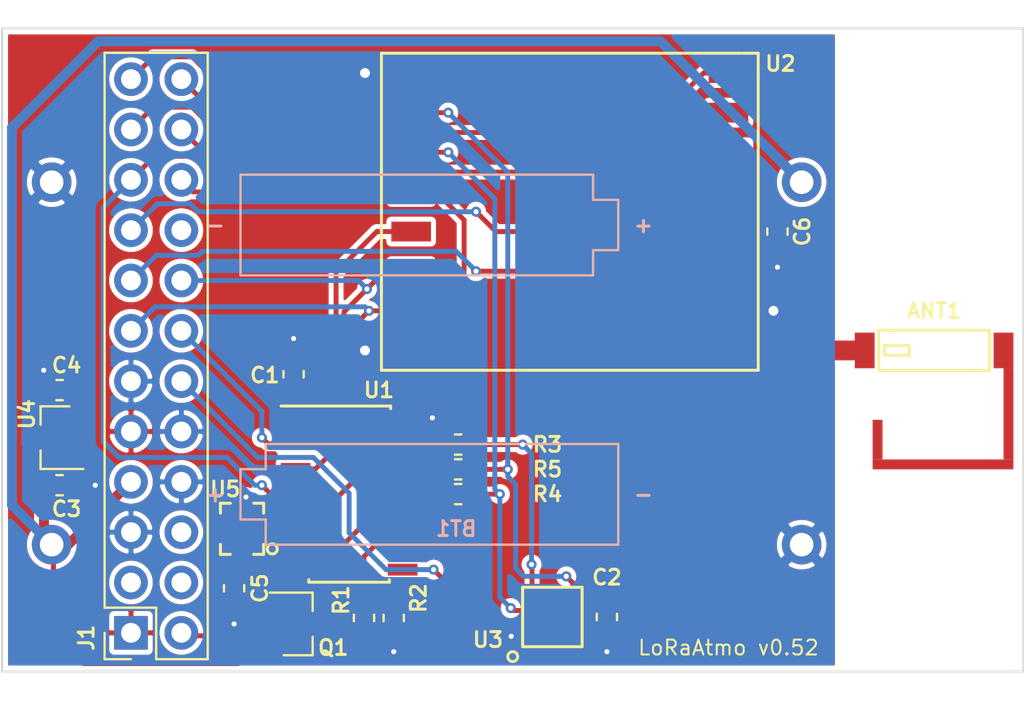
<source format=kicad_pcb>
(kicad_pcb (version 20171130) (host pcbnew "(5.1.5)-3")

  (general
    (thickness 1.6)
    (drawings 5)
    (tracks 231)
    (zones 0)
    (modules 20)
    (nets 25)
  )

  (page A4)
  (layers
    (0 F.Cu signal)
    (31 B.Cu signal)
    (35 F.Paste user)
    (36 B.SilkS user)
    (37 F.SilkS user)
    (38 B.Mask user hide)
    (39 F.Mask user hide)
    (44 Edge.Cuts user)
    (45 Margin user hide)
    (46 B.CrtYd user hide)
    (47 F.CrtYd user hide)
  )

  (setup
    (last_trace_width 0.2)
    (user_trace_width 0.25)
    (user_trace_width 0.5)
    (user_trace_width 1)
    (trace_clearance 0.1524)
    (zone_clearance 0.25)
    (zone_45_only no)
    (trace_min 0.1524)
    (via_size 0.508)
    (via_drill 0.254)
    (via_min_size 0.508)
    (via_min_drill 0.254)
    (uvia_size 0.508)
    (uvia_drill 0.254)
    (uvias_allowed no)
    (uvia_min_size 0.2)
    (uvia_min_drill 0.1)
    (edge_width 0.2)
    (segment_width 0.2)
    (pcb_text_width 0.3)
    (pcb_text_size 1.5 1.5)
    (mod_edge_width 0.15)
    (mod_text_size 0.75 0.75)
    (mod_text_width 0.1016)
    (pad_size 1.98 1.98)
    (pad_drill 0)
    (pad_to_mask_clearance 0.0508)
    (solder_mask_min_width 0.25)
    (aux_axis_origin 0 0)
    (visible_elements 7EFFFFFF)
    (pcbplotparams
      (layerselection 0x010f8_ffffffff)
      (usegerberextensions false)
      (usegerberattributes false)
      (usegerberadvancedattributes false)
      (creategerberjobfile false)
      (excludeedgelayer true)
      (linewidth 0.100000)
      (plotframeref false)
      (viasonmask true)
      (mode 1)
      (useauxorigin false)
      (hpglpennumber 1)
      (hpglpenspeed 20)
      (hpglpendiameter 15.000000)
      (psnegative false)
      (psa4output false)
      (plotreference true)
      (plotvalue true)
      (plotinvisibletext false)
      (padsonsilk false)
      (subtractmaskfromsilk false)
      (outputformat 1)
      (mirror false)
      (drillshape 0)
      (scaleselection 1)
      (outputdirectory "gerber/"))
  )

  (net 0 "")
  (net 1 "Net-(ANT1-Pad1)")
  (net 2 GND)
  (net 3 V_BAT)
  (net 4 VDD)
  (net 5 DIO5)
  (net 6 LORA_CS)
  (net 7 DIO3)
  (net 8 SCK_R)
  (net 9 DIO4)
  (net 10 MOSI_R)
  (net 11 DIO0)
  (net 12 MISO_R)
  (net 13 DIO1)
  (net 14 DIO2)
  (net 15 BME_CS)
  (net 16 RESET)
  (net 17 UPDI)
  (net 18 "Net-(Q1-Pad3)")
  (net 19 BAT_EN)
  (net 20 BAT_IN)
  (net 21 SCK)
  (net 22 MOSI)
  (net 23 MISO)
  (net 24 CLK32K)

  (net_class Default "This is the default net class."
    (clearance 0.1524)
    (trace_width 0.2)
    (via_dia 0.508)
    (via_drill 0.254)
    (uvia_dia 0.508)
    (uvia_drill 0.254)
    (add_net BAT_EN)
    (add_net BAT_IN)
    (add_net BME_CS)
    (add_net CLK32K)
    (add_net DIO0)
    (add_net DIO1)
    (add_net DIO2)
    (add_net DIO3)
    (add_net DIO4)
    (add_net DIO5)
    (add_net GND)
    (add_net LORA_CS)
    (add_net MISO)
    (add_net MISO_R)
    (add_net MOSI)
    (add_net MOSI_R)
    (add_net "Net-(ANT1-Pad1)")
    (add_net "Net-(Q1-Pad3)")
    (add_net RESET)
    (add_net SCK)
    (add_net SCK_R)
    (add_net UPDI)
    (add_net VDD)
    (add_net V_BAT)
  )

  (module lora_node:BatteryHolder_Keystone_1079_2xCR123A (layer B.Cu) (tedit 5E1A8F65) (tstamp 5E12DB90)
    (at 3 30.8)
    (descr "BATT HOLDER CR123A 2 CELL PC PIN")
    (tags "CR123A battery cell holder")
    (path /5E1A9940)
    (zone_connect 1)
    (fp_text reference BT1 (at 20.4 -0.8 180) (layer B.SilkS)
      (effects (font (size 0.75 0.75) (thickness 0.15)) (justify mirror))
    )
    (fp_text value Battery_Cellx2 (at 18.796 -25.908 180) (layer B.Fab)
      (effects (font (size 0.75 0.75) (thickness 0.15)) (justify mirror))
    )
    (fp_text user + (at 29.843 -16.13 180) (layer B.SilkS)
      (effects (font (size 0.75 0.75) (thickness 0.15)) (justify mirror))
    )
    (fp_text user - (at 8.253 -16.13 180) (layer B.SilkS)
      (effects (font (size 0.75 0.75) (thickness 0.15)) (justify mirror))
    )
    (fp_text user + (at 8.253 -2.54 180) (layer B.SilkS)
      (effects (font (size 0.75 0.75) (thickness 0.15)) (justify mirror))
    )
    (fp_text user - (at 29.843 -2.54 180) (layer B.SilkS)
      (effects (font (size 0.75 0.75) (thickness 0.15)) (justify mirror))
    )
    (fp_text user %R (at 25.4 -12.192 180) (layer B.Fab)
      (effects (font (size 0.75 0.75) (thickness 0.15)) (justify mirror))
    )
    (fp_line (start 9.523 -13.59) (end 9.523 -18.67) (layer B.SilkS) (width 0.12))
    (fp_line (start 27.303 -13.59) (end 9.523 -13.59) (layer B.SilkS) (width 0.12))
    (fp_line (start 27.303 -14.86) (end 27.303 -13.59) (layer B.SilkS) (width 0.12))
    (fp_line (start 28.573 -14.86) (end 27.303 -14.86) (layer B.SilkS) (width 0.12))
    (fp_line (start 28.573 -17.4) (end 28.573 -14.86) (layer B.SilkS) (width 0.12))
    (fp_line (start 27.303 -17.4) (end 28.573 -17.4) (layer B.SilkS) (width 0.12))
    (fp_line (start 27.303 -18.67) (end 27.303 -17.4) (layer B.SilkS) (width 0.12))
    (fp_line (start 9.523 -18.67) (end 27.303 -18.67) (layer B.SilkS) (width 0.12))
    (fp_line (start 28.573 0) (end 28.573 -5.08) (layer B.SilkS) (width 0.12))
    (fp_line (start 10.793 0) (end 28.573 0) (layer B.SilkS) (width 0.12))
    (fp_line (start 10.793 -1.27) (end 10.793 0) (layer B.SilkS) (width 0.12))
    (fp_line (start 9.523 -1.27) (end 10.793 -1.27) (layer B.SilkS) (width 0.12))
    (fp_line (start 9.523 -3.81) (end 9.523 -1.27) (layer B.SilkS) (width 0.12))
    (fp_line (start 10.793 -3.81) (end 9.523 -3.81) (layer B.SilkS) (width 0.12))
    (fp_line (start 10.793 -5.08) (end 10.793 -3.81) (layer B.SilkS) (width 0.12))
    (fp_line (start 28.573 -5.08) (end 10.793 -5.08) (layer B.SilkS) (width 0.12))
    (fp_line (start -2.555 9.145) (end 40.375 9.145) (layer B.CrtYd) (width 0.1))
    (fp_line (start 40.375 9.145) (end 40.375 -27.435) (layer B.CrtYd) (width 0.1))
    (fp_line (start 40.375 -27.435) (end -2.555 -27.435) (layer B.CrtYd) (width 0.1))
    (fp_line (start -2.555 -27.435) (end -2.555 9.145) (layer B.CrtYd) (width 0.1))
    (pad B1- thru_hole circle (at 37.82 0) (size 2 2) (drill 1.19) (layers *.Cu *.Mask)
      (net 2 GND) (zone_connect 1) (thermal_width 0.5) (thermal_gap 0.25))
    (pad B2+ thru_hole circle (at 37.82 -18.29) (size 2 2) (drill 1.19) (layers *.Cu *.Mask)
      (net 3 V_BAT) (zone_connect 1))
    (pad B2- thru_hole circle (at 0 -18.29) (size 2 2) (drill 1.19) (layers *.Cu *.Mask)
      (net 2 GND) (zone_connect 1) (thermal_width 0.5) (thermal_gap 0.25))
    (pad B1+ thru_hole circle (at 0 0) (size 2 2) (drill 1.19) (layers *.Cu *.Mask)
      (net 3 V_BAT) (zone_connect 1))
    (model ${KISYS3DMOD}/Battery.3dshapes/BatteryHolder_MPD_BC2AAPC_2xAA.wrl
      (at (xyz 0 0 0))
      (scale (xyz 1 1 1))
      (rotate (xyz 0 0 0))
    )
  )

  (module Capacitor_SMD:C_0603_1608Metric (layer F.Cu) (tedit 5B301BBE) (tstamp 5E12C816)
    (at 3.4 27.8)
    (descr "Capacitor SMD 0603 (1608 Metric), square (rectangular) end terminal, IPC_7351 nominal, (Body size source: http://www.tortai-tech.com/upload/download/2011102023233369053.pdf), generated with kicad-footprint-generator")
    (tags capacitor)
    (path /5D2C2C10)
    (attr smd)
    (fp_text reference C3 (at 0.35 1.2) (layer F.SilkS)
      (effects (font (size 0.75 0.75) (thickness 0.15)))
    )
    (fp_text value 2.2uF (at 0 1.43) (layer F.Fab)
      (effects (font (size 0.75 0.75) (thickness 0.15)))
    )
    (fp_text user %R (at 0 0) (layer F.Fab)
      (effects (font (size 0.75 0.75) (thickness 0.15)))
    )
    (fp_line (start 1.48 0.73) (end -1.48 0.73) (layer F.CrtYd) (width 0.05))
    (fp_line (start 1.48 -0.73) (end 1.48 0.73) (layer F.CrtYd) (width 0.05))
    (fp_line (start -1.48 -0.73) (end 1.48 -0.73) (layer F.CrtYd) (width 0.05))
    (fp_line (start -1.48 0.73) (end -1.48 -0.73) (layer F.CrtYd) (width 0.05))
    (fp_line (start -0.162779 0.51) (end 0.162779 0.51) (layer F.SilkS) (width 0.12))
    (fp_line (start -0.162779 -0.51) (end 0.162779 -0.51) (layer F.SilkS) (width 0.12))
    (fp_line (start 0.8 0.4) (end -0.8 0.4) (layer F.Fab) (width 0.1))
    (fp_line (start 0.8 -0.4) (end 0.8 0.4) (layer F.Fab) (width 0.1))
    (fp_line (start -0.8 -0.4) (end 0.8 -0.4) (layer F.Fab) (width 0.1))
    (fp_line (start -0.8 0.4) (end -0.8 -0.4) (layer F.Fab) (width 0.1))
    (pad 2 smd roundrect (at 0.7875 0) (size 0.875 0.95) (layers F.Cu F.Paste F.Mask) (roundrect_rratio 0.25)
      (net 2 GND))
    (pad 1 smd roundrect (at -0.7875 0) (size 0.875 0.95) (layers F.Cu F.Paste F.Mask) (roundrect_rratio 0.25)
      (net 3 V_BAT))
    (model ${KISYS3DMOD}/Capacitor_SMD.3dshapes/C_0603_1608Metric.wrl
      (at (xyz 0 0 0))
      (scale (xyz 1 1 1))
      (rotate (xyz 0 0 0))
    )
  )

  (module Capacitor_SMD:C_0603_1608Metric (layer F.Cu) (tedit 5B301BBE) (tstamp 5E12C827)
    (at 3.4 23 180)
    (descr "Capacitor SMD 0603 (1608 Metric), square (rectangular) end terminal, IPC_7351 nominal, (Body size source: http://www.tortai-tech.com/upload/download/2011102023233369053.pdf), generated with kicad-footprint-generator")
    (tags capacitor)
    (path /5D2C2C5C)
    (attr smd)
    (fp_text reference C4 (at -0.35 1.25) (layer F.SilkS)
      (effects (font (size 0.75 0.75) (thickness 0.15)))
    )
    (fp_text value 2.2uF (at 0 1.43) (layer F.Fab)
      (effects (font (size 0.75 0.75) (thickness 0.15)))
    )
    (fp_text user %R (at 0 0) (layer F.Fab)
      (effects (font (size 0.75 0.75) (thickness 0.15)))
    )
    (fp_line (start 1.48 0.73) (end -1.48 0.73) (layer F.CrtYd) (width 0.05))
    (fp_line (start 1.48 -0.73) (end 1.48 0.73) (layer F.CrtYd) (width 0.05))
    (fp_line (start -1.48 -0.73) (end 1.48 -0.73) (layer F.CrtYd) (width 0.05))
    (fp_line (start -1.48 0.73) (end -1.48 -0.73) (layer F.CrtYd) (width 0.05))
    (fp_line (start -0.162779 0.51) (end 0.162779 0.51) (layer F.SilkS) (width 0.12))
    (fp_line (start -0.162779 -0.51) (end 0.162779 -0.51) (layer F.SilkS) (width 0.12))
    (fp_line (start 0.8 0.4) (end -0.8 0.4) (layer F.Fab) (width 0.1))
    (fp_line (start 0.8 -0.4) (end 0.8 0.4) (layer F.Fab) (width 0.1))
    (fp_line (start -0.8 -0.4) (end 0.8 -0.4) (layer F.Fab) (width 0.1))
    (fp_line (start -0.8 0.4) (end -0.8 -0.4) (layer F.Fab) (width 0.1))
    (pad 2 smd roundrect (at 0.7875 0 180) (size 0.875 0.95) (layers F.Cu F.Paste F.Mask) (roundrect_rratio 0.25)
      (net 2 GND))
    (pad 1 smd roundrect (at -0.7875 0 180) (size 0.875 0.95) (layers F.Cu F.Paste F.Mask) (roundrect_rratio 0.25)
      (net 4 VDD))
    (model ${KISYS3DMOD}/Capacitor_SMD.3dshapes/C_0603_1608Metric.wrl
      (at (xyz 0 0 0))
      (scale (xyz 1 1 1))
      (rotate (xyz 0 0 0))
    )
  )

  (module Package_TO_SOT_SMD:SOT-23 (layer F.Cu) (tedit 5A02FF57) (tstamp 5E12C942)
    (at 3.2 25.4 180)
    (descr "SOT-23, Standard")
    (tags SOT-23)
    (path /5E133969)
    (attr smd)
    (fp_text reference U4 (at 1.45 1.18 90) (layer F.SilkS)
      (effects (font (size 0.75 0.75) (thickness 0.15)))
    )
    (fp_text value MCP1811AT-028_TT (at 0 2.5) (layer F.Fab)
      (effects (font (size 0.75 0.75) (thickness 0.15)))
    )
    (fp_line (start 0.76 1.58) (end -0.7 1.58) (layer F.SilkS) (width 0.12))
    (fp_line (start 0.76 -1.58) (end -1.4 -1.58) (layer F.SilkS) (width 0.12))
    (fp_line (start -1.7 1.75) (end -1.7 -1.75) (layer F.CrtYd) (width 0.05))
    (fp_line (start 1.7 1.75) (end -1.7 1.75) (layer F.CrtYd) (width 0.05))
    (fp_line (start 1.7 -1.75) (end 1.7 1.75) (layer F.CrtYd) (width 0.05))
    (fp_line (start -1.7 -1.75) (end 1.7 -1.75) (layer F.CrtYd) (width 0.05))
    (fp_line (start 0.76 -1.58) (end 0.76 -0.65) (layer F.SilkS) (width 0.12))
    (fp_line (start 0.76 1.58) (end 0.76 0.65) (layer F.SilkS) (width 0.12))
    (fp_line (start -0.7 1.52) (end 0.7 1.52) (layer F.Fab) (width 0.1))
    (fp_line (start 0.7 -1.52) (end 0.7 1.52) (layer F.Fab) (width 0.1))
    (fp_line (start -0.7 -0.95) (end -0.15 -1.52) (layer F.Fab) (width 0.1))
    (fp_line (start -0.15 -1.52) (end 0.7 -1.52) (layer F.Fab) (width 0.1))
    (fp_line (start -0.7 -0.95) (end -0.7 1.5) (layer F.Fab) (width 0.1))
    (fp_text user %R (at 0 0 90) (layer F.Fab)
      (effects (font (size 0.75 0.75) (thickness 0.15)))
    )
    (pad 3 smd rect (at 1 0 180) (size 0.9 0.8) (layers F.Cu F.Paste F.Mask)
      (net 3 V_BAT))
    (pad 2 smd rect (at -1 0.95 180) (size 0.9 0.8) (layers F.Cu F.Paste F.Mask)
      (net 4 VDD))
    (pad 1 smd rect (at -1 -0.95 180) (size 0.9 0.8) (layers F.Cu F.Paste F.Mask)
      (net 2 GND))
    (model ${KISYS3DMOD}/Package_TO_SOT_SMD.3dshapes/SOT-23.wrl
      (at (xyz 0 0 0))
      (scale (xyz 1 1 1))
      (rotate (xyz 0 0 0))
    )
  )

  (module lora_node:DSC6083MI2A (layer F.Cu) (tedit 5CF5BC41) (tstamp 5E12C957)
    (at 12.6 30 90)
    (path /5C8CDBBC)
    (attr smd)
    (fp_text reference U5 (at 2 -0.85 180) (layer F.SilkS)
      (effects (font (size 0.75 0.75) (thickness 0.15)))
    )
    (fp_text value DSC6083 (at 0 2.794 90) (layer F.Fab)
      (effects (font (size 0.75 0.75) (thickness 0.15)))
    )
    (fp_circle (center -1.016 1.524) (end -0.762 1.524) (layer F.SilkS) (width 0.1524))
    (fp_line (start 1.29 -1.09) (end 0.79 -1.09) (layer F.SilkS) (width 0.1524))
    (fp_line (start 1.29 -0.59) (end 1.29 -1.09) (layer F.SilkS) (width 0.1524))
    (fp_line (start 1.29 1.09) (end 1.29 0.59) (layer F.SilkS) (width 0.1524))
    (fp_line (start 0.79 1.09) (end 1.29 1.09) (layer F.SilkS) (width 0.1524))
    (fp_line (start -1.29 1.09) (end -0.79 1.09) (layer F.SilkS) (width 0.1524))
    (fp_line (start -1.29 0.59) (end -1.29 1.09) (layer F.SilkS) (width 0.1524))
    (fp_line (start -1.29 -1.09) (end -1.29 -0.59) (layer F.SilkS) (width 0.1524))
    (fp_line (start -0.79 -1.09) (end -1.29 -1.09) (layer F.SilkS) (width 0.1524))
    (fp_line (start -1 0.8) (end -1 -0.8) (layer F.CrtYd) (width 0.025))
    (fp_line (start 1 0.8) (end -1 0.8) (layer F.CrtYd) (width 0.025))
    (fp_line (start 1 -0.8) (end 1 0.8) (layer F.CrtYd) (width 0.025))
    (fp_line (start -1 -0.8) (end 1 -0.8) (layer F.CrtYd) (width 0.025))
    (pad 4 smd rect (at -0.775 -0.475 90) (size 0.5 0.7) (layers F.Cu F.Paste F.Mask)
      (net 4 VDD))
    (pad 3 smd rect (at 0.775 -0.475 90) (size 0.5 0.7) (layers F.Cu F.Paste F.Mask))
    (pad 2 smd rect (at 0.775 0.475 90) (size 0.5 0.7) (layers F.Cu F.Paste F.Mask)
      (net 2 GND))
    (pad 1 smd rect (at -0.775 0.475 90) (size 0.5 0.7) (layers F.Cu F.Paste F.Mask)
      (net 24 CLK32K))
  )

  (module lora_node:BME280 (layer F.Cu) (tedit 5B2F0E9C) (tstamp 5E12C92D)
    (at 28.25 34.45 180)
    (path /5B2F1874)
    (fp_text reference U3 (at 3.25 -1.15) (layer F.SilkS)
      (effects (font (size 0.75 0.75) (thickness 0.15)))
    )
    (fp_text value BME280 (at 0 3) (layer F.Fab)
      (effects (font (size 0.75 0.75) (thickness 0.15)))
    )
    (fp_circle (center 2 -2) (end 2 -1.75) (layer F.SilkS) (width 0.15))
    (fp_line (start -1.5 1.5) (end -1.5 -1.5) (layer F.SilkS) (width 0.15))
    (fp_line (start 1.5 1.5) (end -1.5 1.5) (layer F.SilkS) (width 0.15))
    (fp_line (start 1.5 -1.5) (end 1.5 1.5) (layer F.SilkS) (width 0.15))
    (fp_line (start -1.5 -1.5) (end 1.5 -1.5) (layer F.SilkS) (width 0.15))
    (pad 8 smd rect (at -1.025 -0.975 180) (size 0.5 0.35) (layers F.Cu F.Paste F.Mask)
      (net 4 VDD))
    (pad 7 smd rect (at -1.025 -0.325 180) (size 0.5 0.35) (layers F.Cu F.Paste F.Mask)
      (net 2 GND))
    (pad 6 smd rect (at -1.025 0.325 180) (size 0.5 0.35) (layers F.Cu F.Paste F.Mask)
      (net 4 VDD))
    (pad 5 smd rect (at -1.025 0.975 180) (size 0.5 0.35) (layers F.Cu F.Paste F.Mask)
      (net 12 MISO_R))
    (pad 4 smd rect (at 1.025 0.975 180) (size 0.5 0.35) (layers F.Cu F.Paste F.Mask)
      (net 8 SCK_R))
    (pad 3 smd rect (at 1.025 0.325 180) (size 0.5 0.35) (layers F.Cu F.Paste F.Mask)
      (net 10 MOSI_R))
    (pad 2 smd rect (at 1.025 -0.325 180) (size 0.5 0.35) (layers F.Cu F.Paste F.Mask)
      (net 15 BME_CS))
    (pad 1 smd rect (at 1.025 -0.975 180) (size 0.5 0.35) (layers F.Cu F.Paste F.Mask)
      (net 2 GND))
  )

  (module lora_node:RFM95W (layer F.Cu) (tedit 58C0EDBF) (tstamp 5E132803)
    (at 29.13 14 270)
    (path /5B2F177E)
    (fp_text reference U2 (at -7.47 -10.62) (layer F.SilkS)
      (effects (font (size 0.75 0.75) (thickness 0.15)))
    )
    (fp_text value RFM95W-915S2 (at 0 0 90) (layer F.Fab)
      (effects (font (size 0.75 0.75) (thickness 0.15)))
    )
    (fp_line (start 8 -9.5) (end -7 -9.5) (layer F.SilkS) (width 0.15))
    (fp_line (start 8 9.5) (end 8 -9.5) (layer F.SilkS) (width 0.15))
    (fp_line (start -8 9.5) (end 8 9.5) (layer F.SilkS) (width 0.15))
    (fp_line (start -8 -8.5) (end -8 9.5) (layer F.SilkS) (width 0.15))
    (fp_line (start -8 -9.5) (end -8 -8.5) (layer F.SilkS) (width 0.15))
    (fp_line (start -7 -9.5) (end -8 -9.5) (layer F.SilkS) (width 0.15))
    (pad 8 smd rect (at 7 8 270) (size 1 2) (layers F.Cu F.Paste F.Mask)
      (net 2 GND))
    (pad 9 smd rect (at 7 -8 270) (size 1 2) (layers F.Cu F.Paste F.Mask)
      (net 1 "Net-(ANT1-Pad1)"))
    (pad 7 smd rect (at 5 8 270) (size 1 2) (layers F.Cu F.Paste F.Mask)
      (net 5 DIO5))
    (pad 10 smd rect (at 5 -8 270) (size 1 2) (layers F.Cu F.Paste F.Mask)
      (net 2 GND))
    (pad 6 smd rect (at 3 8 270) (size 1 2) (layers F.Cu F.Paste F.Mask)
      (net 16 RESET))
    (pad 11 smd rect (at 3 -8 270) (size 1 2) (layers F.Cu F.Paste F.Mask)
      (net 7 DIO3))
    (pad 5 smd rect (at 1 8 270) (size 1 2) (layers F.Cu F.Paste F.Mask)
      (net 6 LORA_CS))
    (pad 12 smd rect (at 1 -8 270) (size 1 2) (layers F.Cu F.Paste F.Mask)
      (net 9 DIO4))
    (pad 4 smd rect (at -1 8 270) (size 1 2) (layers F.Cu F.Paste F.Mask)
      (net 8 SCK_R))
    (pad 13 smd rect (at -1 -8 270) (size 1 2) (layers F.Cu F.Paste F.Mask)
      (net 4 VDD))
    (pad 3 smd rect (at -3 8 270) (size 1 2) (layers F.Cu F.Paste F.Mask)
      (net 10 MOSI_R))
    (pad 14 smd rect (at -3 -8 270) (size 1 2) (layers F.Cu F.Paste F.Mask)
      (net 11 DIO0))
    (pad 2 smd rect (at -5 8 270) (size 1 2) (layers F.Cu F.Paste F.Mask)
      (net 12 MISO_R))
    (pad 15 smd rect (at -5 -8 270) (size 1 2) (layers F.Cu F.Paste F.Mask)
      (net 13 DIO1))
    (pad 1 smd rect (at -7 8 270) (size 1 2) (layers F.Cu F.Paste F.Mask)
      (net 2 GND))
    (pad 16 smd rect (at -7 -8 270) (size 1 2) (layers F.Cu F.Paste F.Mask)
      (net 14 DIO2))
  )

  (module lora_node:SOIC-14_3.9x8.7mm_P1.27mm (layer F.Cu) (tedit 5CF5BD77) (tstamp 5E12C902)
    (at 18 28.25)
    (descr "14-Lead Plastic Small Outline (SL) - Narrow, 3.90 mm Body [SOIC] (see Microchip Packaging Specification 00000049BS.pdf)")
    (tags "SOIC 1.27")
    (path /5CE8C719)
    (attr smd)
    (fp_text reference U1 (at 1.5 -5.25 180) (layer F.SilkS)
      (effects (font (size 0.75 0.75) (thickness 0.15)))
    )
    (fp_text value ATtiny814 (at 0 5.375) (layer F.Fab)
      (effects (font (size 0.75 0.75) (thickness 0.15)))
    )
    (fp_text user %R (at 0 0) (layer F.Fab)
      (effects (font (size 0.75 0.75) (thickness 0.15)))
    )
    (fp_line (start -0.95 -4.35) (end 1.95 -4.35) (layer F.Fab) (width 0.15))
    (fp_line (start 1.95 -4.35) (end 1.95 4.35) (layer F.Fab) (width 0.15))
    (fp_line (start 1.95 4.35) (end -1.95 4.35) (layer F.Fab) (width 0.15))
    (fp_line (start -1.95 4.35) (end -1.95 -3.35) (layer F.Fab) (width 0.15))
    (fp_line (start -1.95 -3.35) (end -0.95 -4.35) (layer F.Fab) (width 0.15))
    (fp_line (start -3.7 -4.65) (end -3.7 4.65) (layer F.CrtYd) (width 0.05))
    (fp_line (start 3.7 -4.65) (end 3.7 4.65) (layer F.CrtYd) (width 0.05))
    (fp_line (start -3.7 -4.65) (end 3.7 -4.65) (layer F.CrtYd) (width 0.05))
    (fp_line (start -3.7 4.65) (end 3.7 4.65) (layer F.CrtYd) (width 0.05))
    (fp_line (start 2.0955 -4.445) (end 2.0955 -4.318) (layer F.SilkS) (width 0.15))
    (fp_line (start 2.032 4.445) (end 2.032 4.318) (layer F.SilkS) (width 0.15))
    (fp_line (start -2.032 4.445) (end -2.032 4.318) (layer F.SilkS) (width 0.15))
    (fp_line (start -3.429 -4.445) (end 2.0955 -4.445) (layer F.SilkS) (width 0.15))
    (fp_line (start -2.032 4.445) (end 2.032 4.445) (layer F.SilkS) (width 0.15))
    (pad 1 smd rect (at -2.7 -3.81) (size 1.5 0.6) (layers F.Cu F.Paste F.Mask)
      (net 4 VDD))
    (pad 2 smd rect (at -2.7 -2.54) (size 1.5 0.6) (layers F.Cu F.Paste F.Mask)
      (net 6 LORA_CS))
    (pad 3 smd rect (at -2.7 -1.27) (size 1.5 0.6) (layers F.Cu F.Paste F.Mask)
      (net 16 RESET))
    (pad 4 smd rect (at -2.7 0) (size 1.5 0.6) (layers F.Cu F.Paste F.Mask)
      (net 11 DIO0))
    (pad 5 smd rect (at -2.7 1.27) (size 1.5 0.6) (layers F.Cu F.Paste F.Mask)
      (net 5 DIO5))
    (pad 6 smd rect (at -2.7 2.54) (size 1.5 0.6) (layers F.Cu F.Paste F.Mask)
      (net 24 CLK32K))
    (pad 7 smd rect (at -2.7 3.81) (size 1.5 0.6) (layers F.Cu F.Paste F.Mask)
      (net 19 BAT_EN))
    (pad 8 smd rect (at 2.7 3.81) (size 1.5 0.6) (layers F.Cu F.Paste F.Mask)
      (net 15 BME_CS))
    (pad 9 smd rect (at 2.7 2.54) (size 1.5 0.6) (layers F.Cu F.Paste F.Mask)
      (net 20 BAT_IN))
    (pad 10 smd rect (at 2.7 1.27) (size 1.5 0.6) (layers F.Cu F.Paste F.Mask)
      (net 17 UPDI))
    (pad 11 smd rect (at 2.7 0) (size 1.5 0.6) (layers F.Cu F.Paste F.Mask)
      (net 22 MOSI))
    (pad 12 smd rect (at 2.7 -1.27) (size 1.5 0.6) (layers F.Cu F.Paste F.Mask)
      (net 23 MISO))
    (pad 13 smd rect (at 2.7 -2.54) (size 1.5 0.6) (layers F.Cu F.Paste F.Mask)
      (net 21 SCK))
    (pad 14 smd rect (at 2.7 -3.81) (size 1.5 0.6) (layers F.Cu F.Paste F.Mask)
      (net 2 GND))
    (model ${KISYS3DMOD}/Package_SO.3dshapes/SOIC-14_3.9x8.7mm_P1.27mm.wrl
      (at (xyz 0 0 0))
      (scale (xyz 1 1 1))
      (rotate (xyz 0 0 0))
    )
  )

  (module Resistor_SMD:R_0603_1608Metric (layer F.Cu) (tedit 5B301BBD) (tstamp 5E12C8E1)
    (at 23.5 27 180)
    (descr "Resistor SMD 0603 (1608 Metric), square (rectangular) end terminal, IPC_7351 nominal, (Body size source: http://www.tortai-tech.com/upload/download/2011102023233369053.pdf), generated with kicad-footprint-generator")
    (tags resistor)
    (path /5BCD45AD)
    (attr smd)
    (fp_text reference R5 (at -4.5 0) (layer F.SilkS)
      (effects (font (size 0.75 0.75) (thickness 0.15)))
    )
    (fp_text value 22 (at 0 1.43) (layer F.Fab)
      (effects (font (size 0.75 0.75) (thickness 0.15)))
    )
    (fp_text user %R (at 0 0) (layer F.Fab)
      (effects (font (size 0.75 0.75) (thickness 0.15)))
    )
    (fp_line (start 1.48 0.73) (end -1.48 0.73) (layer F.CrtYd) (width 0.05))
    (fp_line (start 1.48 -0.73) (end 1.48 0.73) (layer F.CrtYd) (width 0.05))
    (fp_line (start -1.48 -0.73) (end 1.48 -0.73) (layer F.CrtYd) (width 0.05))
    (fp_line (start -1.48 0.73) (end -1.48 -0.73) (layer F.CrtYd) (width 0.05))
    (fp_line (start -0.162779 0.51) (end 0.162779 0.51) (layer F.SilkS) (width 0.12))
    (fp_line (start -0.162779 -0.51) (end 0.162779 -0.51) (layer F.SilkS) (width 0.12))
    (fp_line (start 0.8 0.4) (end -0.8 0.4) (layer F.Fab) (width 0.1))
    (fp_line (start 0.8 -0.4) (end 0.8 0.4) (layer F.Fab) (width 0.1))
    (fp_line (start -0.8 -0.4) (end 0.8 -0.4) (layer F.Fab) (width 0.1))
    (fp_line (start -0.8 0.4) (end -0.8 -0.4) (layer F.Fab) (width 0.1))
    (pad 2 smd roundrect (at 0.7875 0 180) (size 0.875 0.95) (layers F.Cu F.Paste F.Mask) (roundrect_rratio 0.25)
      (net 23 MISO))
    (pad 1 smd roundrect (at -0.7875 0 180) (size 0.875 0.95) (layers F.Cu F.Paste F.Mask) (roundrect_rratio 0.25)
      (net 12 MISO_R))
    (model ${KISYS3DMOD}/Resistor_SMD.3dshapes/R_0603_1608Metric.wrl
      (at (xyz 0 0 0))
      (scale (xyz 1 1 1))
      (rotate (xyz 0 0 0))
    )
  )

  (module Resistor_SMD:R_0603_1608Metric (layer F.Cu) (tedit 5B301BBD) (tstamp 5E12F022)
    (at 23.5 28.25 180)
    (descr "Resistor SMD 0603 (1608 Metric), square (rectangular) end terminal, IPC_7351 nominal, (Body size source: http://www.tortai-tech.com/upload/download/2011102023233369053.pdf), generated with kicad-footprint-generator")
    (tags resistor)
    (path /5BCD4577)
    (attr smd)
    (fp_text reference R4 (at -4.5 0) (layer F.SilkS)
      (effects (font (size 0.75 0.75) (thickness 0.15)))
    )
    (fp_text value 22 (at 0 1.43) (layer F.Fab)
      (effects (font (size 0.75 0.75) (thickness 0.15)))
    )
    (fp_text user %R (at 0 0) (layer F.Fab)
      (effects (font (size 0.75 0.75) (thickness 0.15)))
    )
    (fp_line (start 1.48 0.73) (end -1.48 0.73) (layer F.CrtYd) (width 0.05))
    (fp_line (start 1.48 -0.73) (end 1.48 0.73) (layer F.CrtYd) (width 0.05))
    (fp_line (start -1.48 -0.73) (end 1.48 -0.73) (layer F.CrtYd) (width 0.05))
    (fp_line (start -1.48 0.73) (end -1.48 -0.73) (layer F.CrtYd) (width 0.05))
    (fp_line (start -0.162779 0.51) (end 0.162779 0.51) (layer F.SilkS) (width 0.12))
    (fp_line (start -0.162779 -0.51) (end 0.162779 -0.51) (layer F.SilkS) (width 0.12))
    (fp_line (start 0.8 0.4) (end -0.8 0.4) (layer F.Fab) (width 0.1))
    (fp_line (start 0.8 -0.4) (end 0.8 0.4) (layer F.Fab) (width 0.1))
    (fp_line (start -0.8 -0.4) (end 0.8 -0.4) (layer F.Fab) (width 0.1))
    (fp_line (start -0.8 0.4) (end -0.8 -0.4) (layer F.Fab) (width 0.1))
    (pad 2 smd roundrect (at 0.7875 0 180) (size 0.875 0.95) (layers F.Cu F.Paste F.Mask) (roundrect_rratio 0.25)
      (net 22 MOSI))
    (pad 1 smd roundrect (at -0.7875 0 180) (size 0.875 0.95) (layers F.Cu F.Paste F.Mask) (roundrect_rratio 0.25)
      (net 10 MOSI_R))
    (model ${KISYS3DMOD}/Resistor_SMD.3dshapes/R_0603_1608Metric.wrl
      (at (xyz 0 0 0))
      (scale (xyz 1 1 1))
      (rotate (xyz 0 0 0))
    )
  )

  (module Resistor_SMD:R_0603_1608Metric (layer F.Cu) (tedit 5B301BBD) (tstamp 5E12C8BF)
    (at 23.5 25.75 180)
    (descr "Resistor SMD 0603 (1608 Metric), square (rectangular) end terminal, IPC_7351 nominal, (Body size source: http://www.tortai-tech.com/upload/download/2011102023233369053.pdf), generated with kicad-footprint-generator")
    (tags resistor)
    (path /5BCD452B)
    (attr smd)
    (fp_text reference R3 (at -4.5 0) (layer F.SilkS)
      (effects (font (size 0.75 0.75) (thickness 0.15)))
    )
    (fp_text value 22 (at 0 1.43) (layer F.Fab)
      (effects (font (size 0.75 0.75) (thickness 0.15)))
    )
    (fp_text user %R (at 0 0) (layer F.Fab)
      (effects (font (size 0.75 0.75) (thickness 0.15)))
    )
    (fp_line (start 1.48 0.73) (end -1.48 0.73) (layer F.CrtYd) (width 0.05))
    (fp_line (start 1.48 -0.73) (end 1.48 0.73) (layer F.CrtYd) (width 0.05))
    (fp_line (start -1.48 -0.73) (end 1.48 -0.73) (layer F.CrtYd) (width 0.05))
    (fp_line (start -1.48 0.73) (end -1.48 -0.73) (layer F.CrtYd) (width 0.05))
    (fp_line (start -0.162779 0.51) (end 0.162779 0.51) (layer F.SilkS) (width 0.12))
    (fp_line (start -0.162779 -0.51) (end 0.162779 -0.51) (layer F.SilkS) (width 0.12))
    (fp_line (start 0.8 0.4) (end -0.8 0.4) (layer F.Fab) (width 0.1))
    (fp_line (start 0.8 -0.4) (end 0.8 0.4) (layer F.Fab) (width 0.1))
    (fp_line (start -0.8 -0.4) (end 0.8 -0.4) (layer F.Fab) (width 0.1))
    (fp_line (start -0.8 0.4) (end -0.8 -0.4) (layer F.Fab) (width 0.1))
    (pad 2 smd roundrect (at 0.7875 0 180) (size 0.875 0.95) (layers F.Cu F.Paste F.Mask) (roundrect_rratio 0.25)
      (net 21 SCK))
    (pad 1 smd roundrect (at -0.7875 0 180) (size 0.875 0.95) (layers F.Cu F.Paste F.Mask) (roundrect_rratio 0.25)
      (net 8 SCK_R))
    (model ${KISYS3DMOD}/Resistor_SMD.3dshapes/R_0603_1608Metric.wrl
      (at (xyz 0 0 0))
      (scale (xyz 1 1 1))
      (rotate (xyz 0 0 0))
    )
  )

  (module Resistor_SMD:R_0603_1608Metric (layer F.Cu) (tedit 5B301BBD) (tstamp 5E12C8AE)
    (at 20.25 34.5 270)
    (descr "Resistor SMD 0603 (1608 Metric), square (rectangular) end terminal, IPC_7351 nominal, (Body size source: http://www.tortai-tech.com/upload/download/2011102023233369053.pdf), generated with kicad-footprint-generator")
    (tags resistor)
    (path /5D2B548F)
    (attr smd)
    (fp_text reference R2 (at -1 -1.25 90) (layer F.SilkS)
      (effects (font (size 0.75 0.75) (thickness 0.15)))
    )
    (fp_text value 90.9k (at 0 1.43 90) (layer F.Fab)
      (effects (font (size 0.75 0.75) (thickness 0.15)))
    )
    (fp_text user %R (at 0 0 90) (layer F.Fab)
      (effects (font (size 0.75 0.75) (thickness 0.15)))
    )
    (fp_line (start 1.48 0.73) (end -1.48 0.73) (layer F.CrtYd) (width 0.05))
    (fp_line (start 1.48 -0.73) (end 1.48 0.73) (layer F.CrtYd) (width 0.05))
    (fp_line (start -1.48 -0.73) (end 1.48 -0.73) (layer F.CrtYd) (width 0.05))
    (fp_line (start -1.48 0.73) (end -1.48 -0.73) (layer F.CrtYd) (width 0.05))
    (fp_line (start -0.162779 0.51) (end 0.162779 0.51) (layer F.SilkS) (width 0.12))
    (fp_line (start -0.162779 -0.51) (end 0.162779 -0.51) (layer F.SilkS) (width 0.12))
    (fp_line (start 0.8 0.4) (end -0.8 0.4) (layer F.Fab) (width 0.1))
    (fp_line (start 0.8 -0.4) (end 0.8 0.4) (layer F.Fab) (width 0.1))
    (fp_line (start -0.8 -0.4) (end 0.8 -0.4) (layer F.Fab) (width 0.1))
    (fp_line (start -0.8 0.4) (end -0.8 -0.4) (layer F.Fab) (width 0.1))
    (pad 2 smd roundrect (at 0.7875 0 270) (size 0.875 0.95) (layers F.Cu F.Paste F.Mask) (roundrect_rratio 0.25)
      (net 2 GND))
    (pad 1 smd roundrect (at -0.7875 0 270) (size 0.875 0.95) (layers F.Cu F.Paste F.Mask) (roundrect_rratio 0.25)
      (net 20 BAT_IN))
    (model ${KISYS3DMOD}/Resistor_SMD.3dshapes/R_0603_1608Metric.wrl
      (at (xyz 0 0 0))
      (scale (xyz 1 1 1))
      (rotate (xyz 0 0 0))
    )
  )

  (module Resistor_SMD:R_0603_1608Metric (layer F.Cu) (tedit 5B301BBD) (tstamp 5E12C89D)
    (at 18.75 34.5 90)
    (descr "Resistor SMD 0603 (1608 Metric), square (rectangular) end terminal, IPC_7351 nominal, (Body size source: http://www.tortai-tech.com/upload/download/2011102023233369053.pdf), generated with kicad-footprint-generator")
    (tags resistor)
    (path /5D2B542D)
    (attr smd)
    (fp_text reference R1 (at 0.9 -1.15 90) (layer F.SilkS)
      (effects (font (size 0.75 0.75) (thickness 0.15)))
    )
    (fp_text value 39.2k (at 0 1.43 90) (layer F.Fab)
      (effects (font (size 0.75 0.75) (thickness 0.15)))
    )
    (fp_text user %R (at 0 0 90) (layer F.Fab)
      (effects (font (size 0.75 0.75) (thickness 0.15)))
    )
    (fp_line (start 1.48 0.73) (end -1.48 0.73) (layer F.CrtYd) (width 0.05))
    (fp_line (start 1.48 -0.73) (end 1.48 0.73) (layer F.CrtYd) (width 0.05))
    (fp_line (start -1.48 -0.73) (end 1.48 -0.73) (layer F.CrtYd) (width 0.05))
    (fp_line (start -1.48 0.73) (end -1.48 -0.73) (layer F.CrtYd) (width 0.05))
    (fp_line (start -0.162779 0.51) (end 0.162779 0.51) (layer F.SilkS) (width 0.12))
    (fp_line (start -0.162779 -0.51) (end 0.162779 -0.51) (layer F.SilkS) (width 0.12))
    (fp_line (start 0.8 0.4) (end -0.8 0.4) (layer F.Fab) (width 0.1))
    (fp_line (start 0.8 -0.4) (end 0.8 0.4) (layer F.Fab) (width 0.1))
    (fp_line (start -0.8 -0.4) (end 0.8 -0.4) (layer F.Fab) (width 0.1))
    (fp_line (start -0.8 0.4) (end -0.8 -0.4) (layer F.Fab) (width 0.1))
    (pad 2 smd roundrect (at 0.7875 0 90) (size 0.875 0.95) (layers F.Cu F.Paste F.Mask) (roundrect_rratio 0.25)
      (net 20 BAT_IN))
    (pad 1 smd roundrect (at -0.7875 0 90) (size 0.875 0.95) (layers F.Cu F.Paste F.Mask) (roundrect_rratio 0.25)
      (net 18 "Net-(Q1-Pad3)"))
    (model ${KISYS3DMOD}/Resistor_SMD.3dshapes/R_0603_1608Metric.wrl
      (at (xyz 0 0 0))
      (scale (xyz 1 1 1))
      (rotate (xyz 0 0 0))
    )
  )

  (module Package_TO_SOT_SMD:SOT-23 (layer F.Cu) (tedit 5A02FF57) (tstamp 5E12C88C)
    (at 15.4 34.8)
    (descr "SOT-23, Standard")
    (tags SOT-23)
    (path /5D2B3013)
    (attr smd)
    (fp_text reference Q1 (at 1.8 1.2) (layer F.SilkS)
      (effects (font (size 0.75 0.75) (thickness 0.15)))
    )
    (fp_text value Q_NMOS_GSD (at 0 2.5) (layer F.Fab)
      (effects (font (size 0.75 0.75) (thickness 0.15)))
    )
    (fp_line (start 0.76 1.58) (end -0.7 1.58) (layer F.SilkS) (width 0.12))
    (fp_line (start 0.76 -1.58) (end -1.4 -1.58) (layer F.SilkS) (width 0.12))
    (fp_line (start -1.7 1.75) (end -1.7 -1.75) (layer F.CrtYd) (width 0.05))
    (fp_line (start 1.7 1.75) (end -1.7 1.75) (layer F.CrtYd) (width 0.05))
    (fp_line (start 1.7 -1.75) (end 1.7 1.75) (layer F.CrtYd) (width 0.05))
    (fp_line (start -1.7 -1.75) (end 1.7 -1.75) (layer F.CrtYd) (width 0.05))
    (fp_line (start 0.76 -1.58) (end 0.76 -0.65) (layer F.SilkS) (width 0.12))
    (fp_line (start 0.76 1.58) (end 0.76 0.65) (layer F.SilkS) (width 0.12))
    (fp_line (start -0.7 1.52) (end 0.7 1.52) (layer F.Fab) (width 0.1))
    (fp_line (start 0.7 -1.52) (end 0.7 1.52) (layer F.Fab) (width 0.1))
    (fp_line (start -0.7 -0.95) (end -0.15 -1.52) (layer F.Fab) (width 0.1))
    (fp_line (start -0.15 -1.52) (end 0.7 -1.52) (layer F.Fab) (width 0.1))
    (fp_line (start -0.7 -0.95) (end -0.7 1.5) (layer F.Fab) (width 0.1))
    (fp_text user %R (at 0 0 90) (layer F.Fab)
      (effects (font (size 0.75 0.75) (thickness 0.15)))
    )
    (pad 3 smd rect (at 1 0) (size 0.9 0.8) (layers F.Cu F.Paste F.Mask)
      (net 18 "Net-(Q1-Pad3)"))
    (pad 2 smd rect (at -1 0.95) (size 0.9 0.8) (layers F.Cu F.Paste F.Mask)
      (net 3 V_BAT))
    (pad 1 smd rect (at -1 -0.95) (size 0.9 0.8) (layers F.Cu F.Paste F.Mask)
      (net 19 BAT_EN))
    (model ${KISYS3DMOD}/Package_TO_SOT_SMD.3dshapes/SOT-23.wrl
      (at (xyz 0 0 0))
      (scale (xyz 1 1 1))
      (rotate (xyz 0 0 0))
    )
  )

  (module Connector_PinSocket_2.54mm:PinSocket_2x12_P2.54mm_Vertical (layer F.Cu) (tedit 5A19A41B) (tstamp 5E12CBE5)
    (at 7 35.25 180)
    (descr "Through hole straight socket strip, 2x12, 2.54mm pitch, double cols (from Kicad 4.0.7), script generated")
    (tags "Through hole socket strip THT 2x12 2.54mm double row")
    (path /5C75037C)
    (fp_text reference J1 (at 2.25 -0.25 90) (layer F.SilkS)
      (effects (font (size 0.75 0.75) (thickness 0.15)))
    )
    (fp_text value Conn_02x12_Odd_Even (at -1.27 30.71) (layer F.Fab)
      (effects (font (size 0.75 0.75) (thickness 0.15)))
    )
    (fp_text user %R (at -1.27 13.97 90) (layer F.Fab)
      (effects (font (size 0.75 0.75) (thickness 0.15)))
    )
    (fp_line (start -4.34 29.7) (end -4.34 -1.8) (layer F.CrtYd) (width 0.05))
    (fp_line (start 1.76 29.7) (end -4.34 29.7) (layer F.CrtYd) (width 0.05))
    (fp_line (start 1.76 -1.8) (end 1.76 29.7) (layer F.CrtYd) (width 0.05))
    (fp_line (start -4.34 -1.8) (end 1.76 -1.8) (layer F.CrtYd) (width 0.05))
    (fp_line (start 0 -1.33) (end 1.33 -1.33) (layer F.SilkS) (width 0.12))
    (fp_line (start 1.33 -1.33) (end 1.33 0) (layer F.SilkS) (width 0.12))
    (fp_line (start -1.27 -1.33) (end -1.27 1.27) (layer F.SilkS) (width 0.12))
    (fp_line (start -1.27 1.27) (end 1.33 1.27) (layer F.SilkS) (width 0.12))
    (fp_line (start 1.33 1.27) (end 1.33 29.27) (layer F.SilkS) (width 0.12))
    (fp_line (start -3.87 29.27) (end 1.33 29.27) (layer F.SilkS) (width 0.12))
    (fp_line (start -3.87 -1.33) (end -3.87 29.27) (layer F.SilkS) (width 0.12))
    (fp_line (start -3.87 -1.33) (end -1.27 -1.33) (layer F.SilkS) (width 0.12))
    (fp_line (start -3.81 29.21) (end -3.81 -1.27) (layer F.Fab) (width 0.1))
    (fp_line (start 1.27 29.21) (end -3.81 29.21) (layer F.Fab) (width 0.1))
    (fp_line (start 1.27 -0.27) (end 1.27 29.21) (layer F.Fab) (width 0.1))
    (fp_line (start 0.27 -1.27) (end 1.27 -0.27) (layer F.Fab) (width 0.1))
    (fp_line (start -3.81 -1.27) (end 0.27 -1.27) (layer F.Fab) (width 0.1))
    (pad 24 thru_hole oval (at -2.54 27.94 180) (size 1.7 1.7) (drill 1) (layers *.Cu *.Mask)
      (net 12 MISO_R))
    (pad 23 thru_hole oval (at 0 27.94 180) (size 1.7 1.7) (drill 1) (layers *.Cu *.Mask)
      (net 14 DIO2))
    (pad 22 thru_hole oval (at -2.54 25.4 180) (size 1.7 1.7) (drill 1) (layers *.Cu *.Mask)
      (net 10 MOSI_R))
    (pad 21 thru_hole oval (at 0 25.4 180) (size 1.7 1.7) (drill 1) (layers *.Cu *.Mask)
      (net 13 DIO1))
    (pad 20 thru_hole oval (at -2.54 22.86 180) (size 1.7 1.7) (drill 1) (layers *.Cu *.Mask)
      (net 8 SCK_R))
    (pad 19 thru_hole oval (at 0 22.86 180) (size 1.7 1.7) (drill 1) (layers *.Cu *.Mask)
      (net 11 DIO0))
    (pad 18 thru_hole oval (at -2.54 20.32 180) (size 1.7 1.7) (drill 1) (layers *.Cu *.Mask))
    (pad 17 thru_hole oval (at 0 20.32 180) (size 1.7 1.7) (drill 1) (layers *.Cu *.Mask)
      (net 9 DIO4))
    (pad 16 thru_hole oval (at -2.54 17.78 180) (size 1.7 1.7) (drill 1) (layers *.Cu *.Mask)
      (net 16 RESET))
    (pad 15 thru_hole oval (at 0 17.78 180) (size 1.7 1.7) (drill 1) (layers *.Cu *.Mask)
      (net 7 DIO3))
    (pad 14 thru_hole oval (at -2.54 15.24 180) (size 1.7 1.7) (drill 1) (layers *.Cu *.Mask)
      (net 6 LORA_CS))
    (pad 13 thru_hole oval (at 0 15.24 180) (size 1.7 1.7) (drill 1) (layers *.Cu *.Mask)
      (net 5 DIO5))
    (pad 12 thru_hole oval (at -2.54 12.7 180) (size 1.7 1.7) (drill 1) (layers *.Cu *.Mask)
      (net 15 BME_CS))
    (pad 11 thru_hole oval (at 0 12.7 180) (size 1.7 1.7) (drill 1) (layers *.Cu *.Mask)
      (net 2 GND))
    (pad 10 thru_hole oval (at -2.54 10.16 180) (size 1.7 1.7) (drill 1) (layers *.Cu *.Mask)
      (net 2 GND))
    (pad 9 thru_hole oval (at 0 10.16 180) (size 1.7 1.7) (drill 1) (layers *.Cu *.Mask)
      (net 4 VDD))
    (pad 8 thru_hole oval (at -2.54 7.62 180) (size 1.7 1.7) (drill 1) (layers *.Cu *.Mask)
      (net 2 GND))
    (pad 7 thru_hole oval (at 0 7.62 180) (size 1.7 1.7) (drill 1) (layers *.Cu *.Mask)
      (net 3 V_BAT))
    (pad 6 thru_hole oval (at -2.54 5.08 180) (size 1.7 1.7) (drill 1) (layers *.Cu *.Mask))
    (pad 5 thru_hole oval (at 0 5.08 180) (size 1.7 1.7) (drill 1) (layers *.Cu *.Mask)
      (net 2 GND))
    (pad 4 thru_hole oval (at -2.54 2.54 180) (size 1.7 1.7) (drill 1) (layers *.Cu *.Mask))
    (pad 3 thru_hole oval (at 0 2.54 180) (size 1.7 1.7) (drill 1) (layers *.Cu *.Mask))
    (pad 2 thru_hole oval (at -2.54 0 180) (size 1.7 1.7) (drill 1) (layers *.Cu *.Mask)
      (net 17 UPDI))
    (pad 1 thru_hole rect (at 0 0 180) (size 1.7 1.7) (drill 1) (layers *.Cu *.Mask)
      (net 4 VDD))
    (model ${KISYS3DMOD}/Connector_PinSocket_2.54mm.3dshapes/PinSocket_2x12_P2.54mm_Vertical.wrl
      (at (xyz 0 0 0))
      (scale (xyz 1 1 1))
      (rotate (xyz 0 0 0))
    )
  )

  (module Capacitor_SMD:C_0603_1608Metric (layer F.Cu) (tedit 5B301BBE) (tstamp 5E12C849)
    (at 39.6 15 90)
    (descr "Capacitor SMD 0603 (1608 Metric), square (rectangular) end terminal, IPC_7351 nominal, (Body size source: http://www.tortai-tech.com/upload/download/2011102023233369053.pdf), generated with kicad-footprint-generator")
    (tags capacitor)
    (path /5D488EE6)
    (attr smd)
    (fp_text reference C6 (at 0 1.25 90) (layer F.SilkS)
      (effects (font (size 0.75 0.75) (thickness 0.15)))
    )
    (fp_text value 100nF (at 0 1.43 90) (layer F.Fab)
      (effects (font (size 0.75 0.75) (thickness 0.15)))
    )
    (fp_text user %R (at 0 0 90) (layer F.Fab)
      (effects (font (size 0.75 0.75) (thickness 0.15)))
    )
    (fp_line (start 1.48 0.73) (end -1.48 0.73) (layer F.CrtYd) (width 0.05))
    (fp_line (start 1.48 -0.73) (end 1.48 0.73) (layer F.CrtYd) (width 0.05))
    (fp_line (start -1.48 -0.73) (end 1.48 -0.73) (layer F.CrtYd) (width 0.05))
    (fp_line (start -1.48 0.73) (end -1.48 -0.73) (layer F.CrtYd) (width 0.05))
    (fp_line (start -0.162779 0.51) (end 0.162779 0.51) (layer F.SilkS) (width 0.12))
    (fp_line (start -0.162779 -0.51) (end 0.162779 -0.51) (layer F.SilkS) (width 0.12))
    (fp_line (start 0.8 0.4) (end -0.8 0.4) (layer F.Fab) (width 0.1))
    (fp_line (start 0.8 -0.4) (end 0.8 0.4) (layer F.Fab) (width 0.1))
    (fp_line (start -0.8 -0.4) (end 0.8 -0.4) (layer F.Fab) (width 0.1))
    (fp_line (start -0.8 0.4) (end -0.8 -0.4) (layer F.Fab) (width 0.1))
    (pad 2 smd roundrect (at 0.7875 0 90) (size 0.875 0.95) (layers F.Cu F.Paste F.Mask) (roundrect_rratio 0.25)
      (net 4 VDD))
    (pad 1 smd roundrect (at -0.7875 0 90) (size 0.875 0.95) (layers F.Cu F.Paste F.Mask) (roundrect_rratio 0.25)
      (net 2 GND))
    (model ${KISYS3DMOD}/Capacitor_SMD.3dshapes/C_0603_1608Metric.wrl
      (at (xyz 0 0 0))
      (scale (xyz 1 1 1))
      (rotate (xyz 0 0 0))
    )
  )

  (module Capacitor_SMD:C_0603_1608Metric (layer F.Cu) (tedit 5B301BBE) (tstamp 5E12C838)
    (at 12.2 33 270)
    (descr "Capacitor SMD 0603 (1608 Metric), square (rectangular) end terminal, IPC_7351 nominal, (Body size source: http://www.tortai-tech.com/upload/download/2011102023233369053.pdf), generated with kicad-footprint-generator")
    (tags capacitor)
    (path /5C8D59A5)
    (attr smd)
    (fp_text reference C5 (at 0 -1.3 90) (layer F.SilkS)
      (effects (font (size 0.75 0.75) (thickness 0.15)))
    )
    (fp_text value 100nF (at 0 1.43 90) (layer F.Fab)
      (effects (font (size 0.75 0.75) (thickness 0.15)))
    )
    (fp_text user %R (at 0 0 90) (layer F.Fab)
      (effects (font (size 0.75 0.75) (thickness 0.15)))
    )
    (fp_line (start 1.48 0.73) (end -1.48 0.73) (layer F.CrtYd) (width 0.05))
    (fp_line (start 1.48 -0.73) (end 1.48 0.73) (layer F.CrtYd) (width 0.05))
    (fp_line (start -1.48 -0.73) (end 1.48 -0.73) (layer F.CrtYd) (width 0.05))
    (fp_line (start -1.48 0.73) (end -1.48 -0.73) (layer F.CrtYd) (width 0.05))
    (fp_line (start -0.162779 0.51) (end 0.162779 0.51) (layer F.SilkS) (width 0.12))
    (fp_line (start -0.162779 -0.51) (end 0.162779 -0.51) (layer F.SilkS) (width 0.12))
    (fp_line (start 0.8 0.4) (end -0.8 0.4) (layer F.Fab) (width 0.1))
    (fp_line (start 0.8 -0.4) (end 0.8 0.4) (layer F.Fab) (width 0.1))
    (fp_line (start -0.8 -0.4) (end 0.8 -0.4) (layer F.Fab) (width 0.1))
    (fp_line (start -0.8 0.4) (end -0.8 -0.4) (layer F.Fab) (width 0.1))
    (pad 2 smd roundrect (at 0.7875 0 270) (size 0.875 0.95) (layers F.Cu F.Paste F.Mask) (roundrect_rratio 0.25)
      (net 2 GND))
    (pad 1 smd roundrect (at -0.7875 0 270) (size 0.875 0.95) (layers F.Cu F.Paste F.Mask) (roundrect_rratio 0.25)
      (net 4 VDD))
    (model ${KISYS3DMOD}/Capacitor_SMD.3dshapes/C_0603_1608Metric.wrl
      (at (xyz 0 0 0))
      (scale (xyz 1 1 1))
      (rotate (xyz 0 0 0))
    )
  )

  (module Capacitor_SMD:C_0603_1608Metric (layer F.Cu) (tedit 5B301BBE) (tstamp 5E12C805)
    (at 31 34.45 90)
    (descr "Capacitor SMD 0603 (1608 Metric), square (rectangular) end terminal, IPC_7351 nominal, (Body size source: http://www.tortai-tech.com/upload/download/2011102023233369053.pdf), generated with kicad-footprint-generator")
    (tags capacitor)
    (path /5B2F1E2A)
    (attr smd)
    (fp_text reference C2 (at 2 0 180) (layer F.SilkS)
      (effects (font (size 0.75 0.75) (thickness 0.15)))
    )
    (fp_text value 100nF (at 0 1.43 90) (layer F.Fab)
      (effects (font (size 0.75 0.75) (thickness 0.15)))
    )
    (fp_text user %R (at 0 0 90) (layer F.Fab)
      (effects (font (size 0.75 0.75) (thickness 0.15)))
    )
    (fp_line (start 1.48 0.73) (end -1.48 0.73) (layer F.CrtYd) (width 0.05))
    (fp_line (start 1.48 -0.73) (end 1.48 0.73) (layer F.CrtYd) (width 0.05))
    (fp_line (start -1.48 -0.73) (end 1.48 -0.73) (layer F.CrtYd) (width 0.05))
    (fp_line (start -1.48 0.73) (end -1.48 -0.73) (layer F.CrtYd) (width 0.05))
    (fp_line (start -0.162779 0.51) (end 0.162779 0.51) (layer F.SilkS) (width 0.12))
    (fp_line (start -0.162779 -0.51) (end 0.162779 -0.51) (layer F.SilkS) (width 0.12))
    (fp_line (start 0.8 0.4) (end -0.8 0.4) (layer F.Fab) (width 0.1))
    (fp_line (start 0.8 -0.4) (end 0.8 0.4) (layer F.Fab) (width 0.1))
    (fp_line (start -0.8 -0.4) (end 0.8 -0.4) (layer F.Fab) (width 0.1))
    (fp_line (start -0.8 0.4) (end -0.8 -0.4) (layer F.Fab) (width 0.1))
    (pad 2 smd roundrect (at 0.7875 0 90) (size 0.875 0.95) (layers F.Cu F.Paste F.Mask) (roundrect_rratio 0.25)
      (net 4 VDD))
    (pad 1 smd roundrect (at -0.7875 0 90) (size 0.875 0.95) (layers F.Cu F.Paste F.Mask) (roundrect_rratio 0.25)
      (net 2 GND))
    (model ${KISYS3DMOD}/Capacitor_SMD.3dshapes/C_0603_1608Metric.wrl
      (at (xyz 0 0 0))
      (scale (xyz 1 1 1))
      (rotate (xyz 0 0 0))
    )
  )

  (module Capacitor_SMD:C_0603_1608Metric (layer F.Cu) (tedit 5B301BBE) (tstamp 5E12C7F4)
    (at 15.2 22.2 90)
    (descr "Capacitor SMD 0603 (1608 Metric), square (rectangular) end terminal, IPC_7351 nominal, (Body size source: http://www.tortai-tech.com/upload/download/2011102023233369053.pdf), generated with kicad-footprint-generator")
    (tags capacitor)
    (path /5B5EC441)
    (attr smd)
    (fp_text reference C1 (at -0.05 -1.45 180) (layer F.SilkS)
      (effects (font (size 0.75 0.75) (thickness 0.15)))
    )
    (fp_text value 100nF (at 0 1.43 90) (layer F.Fab)
      (effects (font (size 0.75 0.75) (thickness 0.15)))
    )
    (fp_text user %R (at 0 0 90) (layer F.Fab)
      (effects (font (size 0.75 0.75) (thickness 0.15)))
    )
    (fp_line (start 1.48 0.73) (end -1.48 0.73) (layer F.CrtYd) (width 0.05))
    (fp_line (start 1.48 -0.73) (end 1.48 0.73) (layer F.CrtYd) (width 0.05))
    (fp_line (start -1.48 -0.73) (end 1.48 -0.73) (layer F.CrtYd) (width 0.05))
    (fp_line (start -1.48 0.73) (end -1.48 -0.73) (layer F.CrtYd) (width 0.05))
    (fp_line (start -0.162779 0.51) (end 0.162779 0.51) (layer F.SilkS) (width 0.12))
    (fp_line (start -0.162779 -0.51) (end 0.162779 -0.51) (layer F.SilkS) (width 0.12))
    (fp_line (start 0.8 0.4) (end -0.8 0.4) (layer F.Fab) (width 0.1))
    (fp_line (start 0.8 -0.4) (end 0.8 0.4) (layer F.Fab) (width 0.1))
    (fp_line (start -0.8 -0.4) (end 0.8 -0.4) (layer F.Fab) (width 0.1))
    (fp_line (start -0.8 0.4) (end -0.8 -0.4) (layer F.Fab) (width 0.1))
    (pad 2 smd roundrect (at 0.7875 0 90) (size 0.875 0.95) (layers F.Cu F.Paste F.Mask) (roundrect_rratio 0.25)
      (net 2 GND))
    (pad 1 smd roundrect (at -0.7875 0 90) (size 0.875 0.95) (layers F.Cu F.Paste F.Mask) (roundrect_rratio 0.25)
      (net 4 VDD))
    (model ${KISYS3DMOD}/Capacitor_SMD.3dshapes/C_0603_1608Metric.wrl
      (at (xyz 0 0 0))
      (scale (xyz 1 1 1))
      (rotate (xyz 0 0 0))
    )
  )

  (module lora_node:0915AT43A0026 (layer F.Cu) (tedit 5CF5BB60) (tstamp 5E1A904D)
    (at 47.5 21)
    (path /5B4B437E)
    (attr smd)
    (fp_text reference ANT1 (at 0 -2) (layer F.SilkS)
      (effects (font (size 0.75 0.75) (thickness 0.15)))
    )
    (fp_text value 0915AT43A0026 (at 0 7.25) (layer F.Fab)
      (effects (font (size 0.75 0.75) (thickness 0.15)))
    )
    (fp_line (start 3.5 -1) (end -3.5 -1) (layer F.CrtYd) (width 0.05))
    (fp_line (start 3.5 1) (end 3.5 -1) (layer F.CrtYd) (width 0.05))
    (fp_line (start -3.5 1) (end 3.5 1) (layer F.CrtYd) (width 0.05))
    (fp_line (start -3.5 -1) (end -3.5 1) (layer F.CrtYd) (width 0.05))
    (fp_line (start -1.25 -0.25) (end -2.5 -0.25) (layer F.SilkS) (width 0.1524))
    (fp_line (start -1.25 0.25) (end -1.25 -0.25) (layer F.SilkS) (width 0.1524))
    (fp_line (start -2.5 0.25) (end -1.25 0.25) (layer F.SilkS) (width 0.1524))
    (fp_line (start -2.5 -0.25) (end -2.5 0.25) (layer F.SilkS) (width 0.1524))
    (fp_line (start -2.794 -1.016) (end 2.794 -1.016) (layer F.SilkS) (width 0.1524))
    (fp_line (start 2.794 -1.016) (end 2.794 1.016) (layer F.SilkS) (width 0.1524))
    (fp_line (start 2.794 1.016) (end -2.794 1.016) (layer F.SilkS) (width 0.1524))
    (fp_line (start -2.794 1.016) (end -2.794 -1.016) (layer F.SilkS) (width 0.1524))
    (pad "" smd rect (at -2.85 4.5) (size 0.5 2) (layers F.Cu F.Mask))
    (pad "" smd rect (at 0.45 5.75 90) (size 0.5 7.1) (layers F.Cu F.Mask))
    (pad "" smd rect (at 3.75 3.2) (size 0.5 4.6) (layers F.Cu F.Mask))
    (pad 2 smd rect (at 3.5 0) (size 1 1.8) (layers F.Cu F.Paste F.Mask))
    (pad 1 smd rect (at -3.5 0) (size 1 1.8) (layers F.Cu F.Paste F.Mask)
      (net 1 "Net-(ANT1-Pad1)"))
  )

  (gr_text "LoRaAtmo v0.52" (at 41.75 36) (layer F.SilkS) (tstamp 5E1B080E)
    (effects (font (size 0.75 0.75) (thickness 0.1016)) (justify right))
  )
  (gr_line (start 0.5 37.2) (end 0.5 4.75) (layer Edge.Cuts) (width 0.1))
  (gr_line (start 52 37.2) (end 0.5 37.2) (layer Edge.Cuts) (width 0.1))
  (gr_line (start 52 4.75) (end 52 37.2) (layer Edge.Cuts) (width 0.1))
  (gr_line (start 0.5 4.75) (end 52 4.75) (layer Edge.Cuts) (width 0.1))

  (segment (start 37.13 21) (end 44 21) (width 1) (layer F.Cu) (net 1))
  (via (at 31 36.2) (size 0.508) (drill 0.254) (layers F.Cu B.Cu) (net 2))
  (segment (start 31 35.2375) (end 31 36.2) (width 0.25) (layer F.Cu) (net 2))
  (segment (start 30.5375 34.775) (end 31 35.2375) (width 0.25) (layer F.Cu) (net 2))
  (segment (start 29.275 34.775) (end 30.5375 34.775) (width 0.25) (layer F.Cu) (net 2))
  (via (at 26.174996 35.425) (size 0.508) (drill 0.254) (layers F.Cu B.Cu) (net 2))
  (segment (start 27.225 35.425) (end 26.174996 35.425) (width 0.25) (layer F.Cu) (net 2))
  (via (at 12.2 34.8) (size 0.508) (drill 0.254) (layers F.Cu B.Cu) (net 2))
  (segment (start 12.2 33.7875) (end 12.2 34.8) (width 0.25) (layer F.Cu) (net 2))
  (via (at 12.799986 28.4) (size 0.508) (drill 0.254) (layers F.Cu B.Cu) (net 2))
  (segment (start 13.075 29.225) (end 13.075 28.675014) (width 0.25) (layer F.Cu) (net 2))
  (segment (start 13.053985 28.653999) (end 12.799986 28.4) (width 0.25) (layer F.Cu) (net 2))
  (segment (start 13.075 28.675014) (end 13.053985 28.653999) (width 0.25) (layer F.Cu) (net 2))
  (via (at 39.6 16.800006) (size 0.508) (drill 0.254) (layers F.Cu B.Cu) (net 2))
  (segment (start 39.6 15.7875) (end 39.6 16.800006) (width 0.25) (layer F.Cu) (net 2))
  (via (at 39.4 19) (size 0.75) (drill 0.5) (layers F.Cu B.Cu) (net 2))
  (segment (start 37.13 19) (end 39.4 19) (width 0.5) (layer F.Cu) (net 2))
  (via (at 18.8 7) (size 0.75) (drill 0.5) (layers F.Cu B.Cu) (net 2))
  (segment (start 21.13 7) (end 18.8 7) (width 0.5) (layer F.Cu) (net 2))
  (via (at 22.2 24.4) (size 0.508) (drill 0.254) (layers F.Cu B.Cu) (net 2))
  (segment (start 20.7 24.44) (end 22.16 24.44) (width 0.25) (layer F.Cu) (net 2))
  (segment (start 22.16 24.44) (end 22.2 24.4) (width 0.25) (layer F.Cu) (net 2))
  (via (at 18.8 21) (size 0.75) (drill 0.5) (layers F.Cu B.Cu) (net 2))
  (segment (start 21.13 21) (end 18.8 21) (width 0.5) (layer F.Cu) (net 2))
  (via (at 15.2 20.4) (size 0.508) (drill 0.254) (layers F.Cu B.Cu) (net 2))
  (segment (start 15.2 21.4125) (end 15.2 20.4) (width 0.25) (layer F.Cu) (net 2))
  (segment (start 4.2 27.7875) (end 4.1875 27.8) (width 0.5) (layer F.Cu) (net 2))
  (segment (start 4.2 26.35) (end 4.2 27.7875) (width 0.5) (layer F.Cu) (net 2))
  (via (at 5.19999 27.8) (size 0.508) (drill 0.254) (layers F.Cu B.Cu) (net 2))
  (segment (start 4.1875 27.8) (end 5.19999 27.8) (width 0.5) (layer F.Cu) (net 2))
  (segment (start 2.6125 23) (end 2.6125 22.0125) (width 0.5) (layer F.Cu) (net 2))
  (via (at 2.6 22) (size 0.508) (drill 0.254) (layers F.Cu B.Cu) (net 2))
  (segment (start 2.6125 22.0125) (end 2.6 22) (width 0.5) (layer F.Cu) (net 2))
  (via (at 20.25 36.2) (size 0.508) (drill 0.254) (layers F.Cu B.Cu) (net 2))
  (segment (start 20.25 35.2875) (end 20.25 36.2) (width 0.25) (layer F.Cu) (net 2))
  (segment (start 2.2 27.3875) (end 2.2 25.4) (width 0.5) (layer F.Cu) (net 3))
  (segment (start 2.6125 27.8) (end 2.2 27.3875) (width 0.5) (layer F.Cu) (net 3))
  (segment (start 2.6125 30.4125) (end 3 30.8) (width 0.5) (layer F.Cu) (net 3))
  (segment (start 2.6125 27.8) (end 2.6125 30.4125) (width 0.5) (layer F.Cu) (net 3))
  (segment (start 3.09 30.735) (end 3.09 30.71) (width 0.5) (layer F.Cu) (net 3))
  (segment (start 3.83 30.8) (end 3 30.8) (width 0.5) (layer F.Cu) (net 3))
  (segment (start 7 27.63) (end 3.83 30.8) (width 0.5) (layer F.Cu) (net 3))
  (segment (start 4.6 36.8) (end 12.4 36.8) (width 0.25) (layer F.Cu) (net 3))
  (segment (start 3.09 30.735) (end 3.09 35.29) (width 0.25) (layer F.Cu) (net 3))
  (segment (start 13.45 35.75) (end 14.4 35.75) (width 0.25) (layer F.Cu) (net 3))
  (segment (start 12.4 36.8) (end 13.45 35.75) (width 0.25) (layer F.Cu) (net 3))
  (segment (start 3.09 35.29) (end 4.6 36.8) (width 0.25) (layer F.Cu) (net 3))
  (segment (start 33.71 5.4) (end 5.35 5.4) (width 0.5) (layer B.Cu) (net 3))
  (segment (start 40.82 12.51) (end 33.71 5.4) (width 0.5) (layer B.Cu) (net 3))
  (segment (start 1 9.75) (end 1 28.8) (width 0.5) (layer B.Cu) (net 3))
  (segment (start 2.000001 29.800001) (end 3 30.8) (width 0.5) (layer B.Cu) (net 3))
  (segment (start 5.35 5.4) (end 1 9.75) (width 0.5) (layer B.Cu) (net 3))
  (segment (start 1 28.8) (end 2.000001 29.800001) (width 0.5) (layer B.Cu) (net 3))
  (segment (start 30.5375 34.125) (end 29.275 34.125) (width 0.25) (layer F.Cu) (net 4))
  (segment (start 31 33.6625) (end 30.5375 34.125) (width 0.25) (layer F.Cu) (net 4))
  (segment (start 28.775 35.425) (end 29.275 35.425) (width 0.25) (layer F.Cu) (net 4))
  (segment (start 28.55 35.2) (end 28.775 35.425) (width 0.25) (layer F.Cu) (net 4))
  (segment (start 28.55 34.35) (end 28.55 35.2) (width 0.25) (layer F.Cu) (net 4))
  (segment (start 29.275 34.125) (end 28.775 34.125) (width 0.25) (layer F.Cu) (net 4))
  (segment (start 28.775 34.125) (end 28.55 34.35) (width 0.25) (layer F.Cu) (net 4))
  (segment (start 12.125 32.1375) (end 12.2 32.2125) (width 0.25) (layer F.Cu) (net 4))
  (segment (start 12.125 30.775) (end 12.125 32.1375) (width 0.25) (layer F.Cu) (net 4))
  (segment (start 38.3875 13) (end 39.6 14.2125) (width 0.25) (layer F.Cu) (net 4))
  (segment (start 37.13 13) (end 38.3875 13) (width 0.25) (layer F.Cu) (net 4))
  (segment (start 15.2 24.34) (end 15.3 24.44) (width 0.25) (layer F.Cu) (net 4))
  (segment (start 15.2 22.9875) (end 15.2 24.34) (width 0.25) (layer F.Cu) (net 4))
  (segment (start 4.2 23.0125) (end 4.1875 23) (width 0.5) (layer F.Cu) (net 4))
  (segment (start 4.2 24.45) (end 4.2 23.0125) (width 0.5) (layer F.Cu) (net 4))
  (segment (start 19.88 19) (end 21.13 19) (width 0.25) (layer F.Cu) (net 5))
  (segment (start 19 19) (end 19 19) (width 0.25) (layer F.Cu) (net 5))
  (segment (start 18.147599 19.852401) (end 19 19) (width 0.25) (layer F.Cu) (net 5))
  (segment (start 18.147599 27.672401) (end 18.147599 19.852401) (width 0.25) (layer F.Cu) (net 5))
  (segment (start 15.3 29.52) (end 16.3 29.52) (width 0.25) (layer F.Cu) (net 5))
  (segment (start 16.3 29.52) (end 18.147599 27.672401) (width 0.25) (layer F.Cu) (net 5))
  (segment (start 19 19) (end 19.88 19) (width 0.25) (layer F.Cu) (net 5) (tstamp 5E134C72))
  (via (at 19 19) (size 0.508) (drill 0.254) (layers F.Cu B.Cu) (net 5))
  (segment (start 7.849999 19.160001) (end 7 20.01) (width 0.25) (layer B.Cu) (net 5))
  (segment (start 8.21 18.8) (end 7.849999 19.160001) (width 0.25) (layer B.Cu) (net 5))
  (segment (start 19 19) (end 18.8 18.8) (width 0.25) (layer B.Cu) (net 5))
  (segment (start 18.8 18.8) (end 8.21 18.8) (width 0.25) (layer B.Cu) (net 5))
  (segment (start 19.4 15) (end 21.13 15) (width 0.25) (layer F.Cu) (net 6))
  (segment (start 17.342779 17.057221) (end 19.4 15) (width 0.25) (layer F.Cu) (net 6))
  (segment (start 17.342779 24.667221) (end 17.342779 17.057221) (width 0.25) (layer F.Cu) (net 6))
  (segment (start 15.3 25.71) (end 16.3 25.71) (width 0.25) (layer F.Cu) (net 6))
  (segment (start 16.3 25.71) (end 17.342779 24.667221) (width 0.25) (layer F.Cu) (net 6))
  (via (at 13.6 25.4) (size 0.508) (drill 0.254) (layers F.Cu B.Cu) (net 6))
  (segment (start 15.3 25.71) (end 13.91 25.71) (width 0.25) (layer F.Cu) (net 6))
  (segment (start 13.91 25.71) (end 13.6 25.4) (width 0.25) (layer F.Cu) (net 6))
  (segment (start 13.6 24.07) (end 9.54 20.01) (width 0.25) (layer B.Cu) (net 6))
  (segment (start 13.6 25.4) (end 13.6 24.07) (width 0.25) (layer B.Cu) (net 6))
  (segment (start 35.88 17) (end 24.4 17) (width 0.25) (layer F.Cu) (net 7))
  (segment (start 37.13 17) (end 35.88 17) (width 0.25) (layer F.Cu) (net 7))
  (via (at 24.4 17) (size 0.508) (drill 0.254) (layers F.Cu B.Cu) (net 7))
  (segment (start 24.146001 16.746001) (end 24.4 17) (width 0.25) (layer B.Cu) (net 7))
  (segment (start 23.4 16) (end 24.146001 16.746001) (width 0.25) (layer B.Cu) (net 7))
  (segment (start 10.6 16) (end 23.4 16) (width 0.25) (layer B.Cu) (net 7))
  (segment (start 10.4 16.2) (end 10.6 16) (width 0.25) (layer B.Cu) (net 7))
  (segment (start 7 17.47) (end 8.27 16.2) (width 0.25) (layer B.Cu) (net 7))
  (segment (start 8.27 16.2) (end 10.4 16.2) (width 0.25) (layer B.Cu) (net 7))
  (segment (start 10.15 13) (end 9.54 12.39) (width 0.25) (layer F.Cu) (net 8))
  (segment (start 21.13 13) (end 10.15 13) (width 0.25) (layer F.Cu) (net 8))
  (via (at 26.74998 25.75) (size 0.508) (drill 0.254) (layers F.Cu B.Cu) (net 8))
  (segment (start 24.2875 25.75) (end 26.74998 25.75) (width 0.25) (layer F.Cu) (net 8))
  (segment (start 27.225 33.475) (end 27.225 31.82502) (width 0.25) (layer F.Cu) (net 8))
  (segment (start 27.225 31.82502) (end 27.2 31.80002) (width 0.25) (layer F.Cu) (net 8))
  (via (at 27.2 31.80002) (size 0.508) (drill 0.254) (layers F.Cu B.Cu) (net 8))
  (segment (start 27.2 26.20002) (end 26.74998 25.75) (width 0.25) (layer B.Cu) (net 8))
  (segment (start 27.2 31.80002) (end 27.2 26.20002) (width 0.25) (layer B.Cu) (net 8))
  (segment (start 23.8 14.42) (end 23.8 25.2625) (width 0.25) (layer F.Cu) (net 8))
  (segment (start 21.13 13) (end 22.38 13) (width 0.25) (layer F.Cu) (net 8))
  (segment (start 23.8 25.2625) (end 24.2875 25.75) (width 0.25) (layer F.Cu) (net 8))
  (segment (start 22.38 13) (end 23.8 14.42) (width 0.25) (layer F.Cu) (net 8))
  (via (at 24.4 14) (size 0.508) (drill 0.254) (layers F.Cu B.Cu) (net 9))
  (segment (start 37.13 15) (end 25.4 15) (width 0.25) (layer F.Cu) (net 9))
  (segment (start 24.653999 14.253999) (end 24.4 14) (width 0.25) (layer F.Cu) (net 9))
  (segment (start 25.4 15) (end 24.653999 14.253999) (width 0.25) (layer F.Cu) (net 9))
  (segment (start 10.4 14) (end 24.4 14) (width 0.25) (layer B.Cu) (net 9))
  (segment (start 10 13.6) (end 10.4 14) (width 0.25) (layer B.Cu) (net 9))
  (segment (start 7 14.93) (end 8.33 13.6) (width 0.25) (layer B.Cu) (net 9))
  (segment (start 8.33 13.6) (end 10 13.6) (width 0.25) (layer B.Cu) (net 9))
  (via (at 26.15 34) (size 0.508) (drill 0.254) (layers F.Cu B.Cu) (net 10))
  (segment (start 27.225 34.125) (end 26.275 34.125) (width 0.25) (layer F.Cu) (net 10))
  (segment (start 26.275 34.125) (end 26.15 34) (width 0.25) (layer F.Cu) (net 10))
  (segment (start 10.69 11) (end 9.54 9.85) (width 0.25) (layer F.Cu) (net 10))
  (segment (start 21.13 11) (end 10.69 11) (width 0.25) (layer F.Cu) (net 10))
  (via (at 23 11) (size 0.508) (drill 0.254) (layers F.Cu B.Cu) (net 10))
  (segment (start 23 11) (end 21.13 11) (width 0.25) (layer F.Cu) (net 10))
  (segment (start 25.346001 13.346001) (end 25.346001 27.996001) (width 0.25) (layer B.Cu) (net 10))
  (segment (start 25.6 28.60921) (end 25.6 28.25) (width 0.25) (layer B.Cu) (net 10))
  (segment (start 23 11) (end 25.346001 13.346001) (width 0.25) (layer B.Cu) (net 10))
  (segment (start 24.2875 28.25) (end 25.6 28.25) (width 0.25) (layer F.Cu) (net 10))
  (segment (start 25.346001 27.996001) (end 25.6 28.25) (width 0.25) (layer B.Cu) (net 10))
  (via (at 25.6 28.25) (size 0.508) (drill 0.254) (layers F.Cu B.Cu) (net 10))
  (segment (start 25.6 33.45) (end 25.6 28.60921) (width 0.25) (layer B.Cu) (net 10))
  (segment (start 26.15 34) (end 25.6 33.45) (width 0.25) (layer B.Cu) (net 10))
  (segment (start 7.849999 11.540001) (end 7 12.39) (width 0.25) (layer F.Cu) (net 11))
  (segment (start 35.88 11) (end 34.88 12) (width 0.25) (layer F.Cu) (net 11))
  (segment (start 34.88 12) (end 11 12) (width 0.25) (layer F.Cu) (net 11))
  (segment (start 37.13 11) (end 35.88 11) (width 0.25) (layer F.Cu) (net 11))
  (segment (start 11 12) (end 10.2 11.2) (width 0.25) (layer F.Cu) (net 11))
  (segment (start 10.2 11.2) (end 8.19 11.2) (width 0.25) (layer F.Cu) (net 11))
  (segment (start 8.19 11.2) (end 7.849999 11.540001) (width 0.25) (layer F.Cu) (net 11))
  (via (at 13.6 27.8) (size 0.508) (drill 0.254) (layers F.Cu B.Cu) (net 11))
  (segment (start 15.3 28.25) (end 14.05 28.25) (width 0.25) (layer F.Cu) (net 11))
  (segment (start 14.05 28.25) (end 13.6 27.8) (width 0.25) (layer F.Cu) (net 11))
  (segment (start 6.150001 13.239999) (end 7 12.39) (width 0.25) (layer B.Cu) (net 11))
  (segment (start 5.6 13.79) (end 6.150001 13.239999) (width 0.25) (layer B.Cu) (net 11))
  (segment (start 13.24079 27.8) (end 11.84079 26.4) (width 0.25) (layer B.Cu) (net 11))
  (segment (start 13.6 27.8) (end 13.24079 27.8) (width 0.25) (layer B.Cu) (net 11))
  (segment (start 11.84079 26.4) (end 6.4 26.4) (width 0.25) (layer B.Cu) (net 11))
  (segment (start 6.4 26.4) (end 5.6 25.6) (width 0.25) (layer B.Cu) (net 11))
  (segment (start 5.6 25.6) (end 5.6 13.79) (width 0.25) (layer B.Cu) (net 11))
  (via (at 28.94999 32.39999) (size 0.508) (drill 0.254) (layers F.Cu B.Cu) (net 12))
  (segment (start 29.275 32.725) (end 29.203989 32.653989) (width 0.25) (layer F.Cu) (net 12))
  (segment (start 29.203989 32.653989) (end 28.94999 32.39999) (width 0.25) (layer F.Cu) (net 12))
  (segment (start 29.275 33.475) (end 29.275 32.725) (width 0.25) (layer F.Cu) (net 12))
  (segment (start 11.23 9) (end 9.54 7.31) (width 0.25) (layer F.Cu) (net 12))
  (segment (start 21.13 9) (end 11.23 9) (width 0.25) (layer F.Cu) (net 12))
  (via (at 23 9) (size 0.508) (drill 0.254) (layers F.Cu B.Cu) (net 12))
  (segment (start 23 9) (end 21.13 9) (width 0.25) (layer F.Cu) (net 12))
  (via (at 25.999964 27) (size 0.508) (drill 0.254) (layers F.Cu B.Cu) (net 12))
  (segment (start 24.2875 27) (end 25.999964 27) (width 0.25) (layer F.Cu) (net 12))
  (segment (start 25.999964 11.999964) (end 25.999964 26.64079) (width 0.25) (layer B.Cu) (net 12))
  (segment (start 25.999964 26.64079) (end 25.999964 27) (width 0.25) (layer B.Cu) (net 12))
  (segment (start 23 9) (end 25.999964 11.999964) (width 0.25) (layer B.Cu) (net 12))
  (segment (start 28.94998 32.4) (end 28.94999 32.39999) (width 0.25) (layer B.Cu) (net 12))
  (segment (start 28.59078 32.39999) (end 28.94999 32.39999) (width 0.25) (layer B.Cu) (net 12))
  (segment (start 26.4 27.759246) (end 26.4 32) (width 0.25) (layer B.Cu) (net 12))
  (segment (start 25.999964 27) (end 25.999964 27.35921) (width 0.25) (layer B.Cu) (net 12))
  (segment (start 26.4 32) (end 26.79999 32.39999) (width 0.25) (layer B.Cu) (net 12))
  (segment (start 25.999964 27.35921) (end 26.4 27.759246) (width 0.25) (layer B.Cu) (net 12))
  (segment (start 26.79999 32.39999) (end 28.59078 32.39999) (width 0.25) (layer B.Cu) (net 12))
  (segment (start 7.849999 9.000001) (end 7 9.85) (width 0.25) (layer F.Cu) (net 13))
  (segment (start 37.13 9) (end 35.88 9) (width 0.25) (layer F.Cu) (net 13))
  (segment (start 34.88 10) (end 11.358554 10) (width 0.25) (layer F.Cu) (net 13))
  (segment (start 35.88 9) (end 34.88 10) (width 0.25) (layer F.Cu) (net 13))
  (segment (start 11.358554 10) (end 10.081153 8.722599) (width 0.25) (layer F.Cu) (net 13))
  (segment (start 10.081153 8.722599) (end 8.127401 8.722599) (width 0.25) (layer F.Cu) (net 13))
  (segment (start 8.127401 8.722599) (end 7.849999 9.000001) (width 0.25) (layer F.Cu) (net 13))
  (segment (start 7.849999 6.460001) (end 7 7.31) (width 0.25) (layer F.Cu) (net 14))
  (segment (start 35.88 7) (end 34.88 8) (width 0.25) (layer F.Cu) (net 14))
  (segment (start 34.88 8) (end 11.898554 8) (width 0.25) (layer F.Cu) (net 14))
  (segment (start 37.13 7) (end 35.88 7) (width 0.25) (layer F.Cu) (net 14))
  (segment (start 11.898554 8) (end 10.081153 6.182599) (width 0.25) (layer F.Cu) (net 14))
  (segment (start 10.081153 6.182599) (end 8.127401 6.182599) (width 0.25) (layer F.Cu) (net 14))
  (segment (start 8.127401 6.182599) (end 7.849999 6.460001) (width 0.25) (layer F.Cu) (net 14))
  (segment (start 20.7 32.06) (end 22.26 32.06) (width 0.25) (layer F.Cu) (net 15))
  (segment (start 13.39 26.4) (end 9.54 22.55) (width 0.25) (layer B.Cu) (net 15))
  (segment (start 16.2 26.4) (end 13.39 26.4) (width 0.25) (layer B.Cu) (net 15))
  (segment (start 18 28.2) (end 16.2 26.4) (width 0.25) (layer B.Cu) (net 15))
  (segment (start 18 30.2) (end 18 28.2) (width 0.25) (layer B.Cu) (net 15))
  (segment (start 22.26 32.06) (end 19.86 32.06) (width 0.25) (layer B.Cu) (net 15))
  (segment (start 19.86 32.06) (end 18 30.2) (width 0.25) (layer B.Cu) (net 15))
  (via (at 22.26 32.06) (size 0.508) (drill 0.254) (layers F.Cu B.Cu) (net 15))
  (segment (start 22.26 32.06) (end 24.975 34.775) (width 0.25) (layer F.Cu) (net 15))
  (segment (start 24.975 34.775) (end 27.225 34.775) (width 0.25) (layer F.Cu) (net 15))
  (segment (start 19.8 17) (end 21.13 17) (width 0.25) (layer F.Cu) (net 16))
  (segment (start 17.745189 19.054811) (end 19.8 17) (width 0.25) (layer F.Cu) (net 16))
  (segment (start 17.745189 25.534811) (end 17.745189 19.054811) (width 0.25) (layer F.Cu) (net 16))
  (segment (start 15.3 26.98) (end 16.3 26.98) (width 0.25) (layer F.Cu) (net 16))
  (segment (start 16.3 26.98) (end 17.745189 25.534811) (width 0.25) (layer F.Cu) (net 16))
  (via (at 18.900001 17.900001) (size 0.508) (drill 0.254) (layers F.Cu B.Cu) (net 16))
  (segment (start 9.54 17.47) (end 18.47 17.47) (width 0.25) (layer B.Cu) (net 16))
  (segment (start 18.646002 17.646002) (end 18.900001 17.900001) (width 0.25) (layer B.Cu) (net 16))
  (segment (start 18.47 17.47) (end 18.646002 17.646002) (width 0.25) (layer B.Cu) (net 16))
  (segment (start 9.69 35.4) (end 9.54 35.25) (width 0.25) (layer F.Cu) (net 17))
  (segment (start 12.6 35.4) (end 9.69 35.4) (width 0.25) (layer F.Cu) (net 17))
  (segment (start 18.99 29.52) (end 17.11 31.4) (width 0.25) (layer F.Cu) (net 17))
  (segment (start 20.7 29.52) (end 18.99 29.52) (width 0.25) (layer F.Cu) (net 17))
  (segment (start 17.11 31.4) (end 14.410678 31.4) (width 0.25) (layer F.Cu) (net 17))
  (segment (start 14.410678 31.4) (end 13.2 32.610678) (width 0.25) (layer F.Cu) (net 17))
  (segment (start 13.2 32.610678) (end 13.2 34.8) (width 0.25) (layer F.Cu) (net 17))
  (segment (start 13.2 34.8) (end 12.6 35.4) (width 0.25) (layer F.Cu) (net 17))
  (segment (start 18.2625 34.8) (end 18.75 35.2875) (width 0.25) (layer F.Cu) (net 18))
  (segment (start 16.4 34.8) (end 18.2625 34.8) (width 0.25) (layer F.Cu) (net 18))
  (segment (start 15.25 32.11) (end 15.3 32.06) (width 0.25) (layer F.Cu) (net 19))
  (segment (start 15.1 33.85) (end 14.4 33.85) (width 0.25) (layer F.Cu) (net 19))
  (segment (start 15.3 33.65) (end 15.1 33.85) (width 0.25) (layer F.Cu) (net 19))
  (segment (start 15.3 32.06) (end 15.3 33.65) (width 0.25) (layer F.Cu) (net 19))
  (segment (start 18.75 33.7125) (end 20.25 33.7125) (width 0.25) (layer F.Cu) (net 20))
  (segment (start 18.75 33.175) (end 18.75 33.7125) (width 0.25) (layer F.Cu) (net 20))
  (segment (start 18.75 31.4) (end 18.75 33.175) (width 0.25) (layer F.Cu) (net 20))
  (segment (start 20.7 30.79) (end 19.36 30.79) (width 0.25) (layer F.Cu) (net 20))
  (segment (start 19.36 30.79) (end 18.75 31.4) (width 0.25) (layer F.Cu) (net 20))
  (segment (start 22.6725 25.71) (end 22.7125 25.75) (width 0.25) (layer F.Cu) (net 21))
  (segment (start 20.7 25.71) (end 22.6725 25.71) (width 0.25) (layer F.Cu) (net 21))
  (segment (start 20.7 28.25) (end 22.7125 28.25) (width 0.25) (layer F.Cu) (net 22))
  (segment (start 22.6925 26.98) (end 22.7125 27) (width 0.25) (layer F.Cu) (net 23))
  (segment (start 20.7 26.98) (end 22.6925 26.98) (width 0.25) (layer F.Cu) (net 23))
  (segment (start 13.09 30.79) (end 13.075 30.775) (width 0.25) (layer F.Cu) (net 24))
  (segment (start 15.3 30.79) (end 13.09 30.79) (width 0.25) (layer F.Cu) (net 24))

  (zone (net 2) (net_name GND) (layer B.Cu) (tstamp 5E1A967A) (hatch edge 0.508)
    (connect_pads (clearance 0.25))
    (min_thickness 0.24)
    (fill yes (arc_segments 32) (thermal_gap 0.25) (thermal_bridge_width 0.25))
    (polygon
      (pts
        (xy 42.5 4.75) (xy 42.5 37.2) (xy 0.5 37.2) (xy 0.5 4.75)
      )
    )
    (filled_polygon
      (pts
        (xy 42.38 36.78) (xy 0.92 36.78) (xy 0.92 34.4) (xy 5.77821 34.4) (xy 5.77821 36.1)
        (xy 5.785354 36.172533) (xy 5.806511 36.242278) (xy 5.840868 36.306555) (xy 5.887105 36.362895) (xy 5.943445 36.409132)
        (xy 6.007722 36.443489) (xy 6.077467 36.464646) (xy 6.15 36.47179) (xy 7.85 36.47179) (xy 7.922533 36.464646)
        (xy 7.992278 36.443489) (xy 8.056555 36.409132) (xy 8.112895 36.362895) (xy 8.159132 36.306555) (xy 8.193489 36.242278)
        (xy 8.214646 36.172533) (xy 8.22179 36.1) (xy 8.22179 35.12984) (xy 8.32 35.12984) (xy 8.32 35.37016)
        (xy 8.366884 35.605861) (xy 8.45885 35.827887) (xy 8.592364 36.027705) (xy 8.762295 36.197636) (xy 8.962113 36.33115)
        (xy 9.184139 36.423116) (xy 9.41984 36.47) (xy 9.66016 36.47) (xy 9.895861 36.423116) (xy 10.117887 36.33115)
        (xy 10.317705 36.197636) (xy 10.487636 36.027705) (xy 10.62115 35.827887) (xy 10.713116 35.605861) (xy 10.76 35.37016)
        (xy 10.76 35.12984) (xy 10.713116 34.894139) (xy 10.62115 34.672113) (xy 10.487636 34.472295) (xy 10.317705 34.302364)
        (xy 10.117887 34.16885) (xy 9.895861 34.076884) (xy 9.66016 34.03) (xy 9.41984 34.03) (xy 9.184139 34.076884)
        (xy 8.962113 34.16885) (xy 8.762295 34.302364) (xy 8.592364 34.472295) (xy 8.45885 34.672113) (xy 8.366884 34.894139)
        (xy 8.32 35.12984) (xy 8.22179 35.12984) (xy 8.22179 34.4) (xy 8.214646 34.327467) (xy 8.193489 34.257722)
        (xy 8.159132 34.193445) (xy 8.112895 34.137105) (xy 8.056555 34.090868) (xy 7.992278 34.056511) (xy 7.922533 34.035354)
        (xy 7.85 34.02821) (xy 6.15 34.02821) (xy 6.077467 34.035354) (xy 6.007722 34.056511) (xy 5.943445 34.090868)
        (xy 5.887105 34.137105) (xy 5.840868 34.193445) (xy 5.806511 34.257722) (xy 5.785354 34.327467) (xy 5.77821 34.4)
        (xy 0.92 34.4) (xy 0.92 32.58984) (xy 5.78 32.58984) (xy 5.78 32.83016) (xy 5.826884 33.065861)
        (xy 5.91885 33.287887) (xy 6.052364 33.487705) (xy 6.222295 33.657636) (xy 6.422113 33.79115) (xy 6.644139 33.883116)
        (xy 6.87984 33.93) (xy 7.12016 33.93) (xy 7.355861 33.883116) (xy 7.577887 33.79115) (xy 7.777705 33.657636)
        (xy 7.947636 33.487705) (xy 8.08115 33.287887) (xy 8.173116 33.065861) (xy 8.22 32.83016) (xy 8.22 32.58984)
        (xy 8.32 32.58984) (xy 8.32 32.83016) (xy 8.366884 33.065861) (xy 8.45885 33.287887) (xy 8.592364 33.487705)
        (xy 8.762295 33.657636) (xy 8.962113 33.79115) (xy 9.184139 33.883116) (xy 9.41984 33.93) (xy 9.66016 33.93)
        (xy 9.895861 33.883116) (xy 10.117887 33.79115) (xy 10.317705 33.657636) (xy 10.487636 33.487705) (xy 10.62115 33.287887)
        (xy 10.713116 33.065861) (xy 10.76 32.83016) (xy 10.76 32.58984) (xy 10.713116 32.354139) (xy 10.62115 32.132113)
        (xy 10.487636 31.932295) (xy 10.317705 31.762364) (xy 10.117887 31.62885) (xy 9.895861 31.536884) (xy 9.66016 31.49)
        (xy 9.41984 31.49) (xy 9.184139 31.536884) (xy 8.962113 31.62885) (xy 8.762295 31.762364) (xy 8.592364 31.932295)
        (xy 8.45885 32.132113) (xy 8.366884 32.354139) (xy 8.32 32.58984) (xy 8.22 32.58984) (xy 8.173116 32.354139)
        (xy 8.08115 32.132113) (xy 7.947636 31.932295) (xy 7.777705 31.762364) (xy 7.577887 31.62885) (xy 7.355861 31.536884)
        (xy 7.12016 31.49) (xy 6.87984 31.49) (xy 6.644139 31.536884) (xy 6.422113 31.62885) (xy 6.222295 31.762364)
        (xy 6.052364 31.932295) (xy 5.91885 32.132113) (xy 5.826884 32.354139) (xy 5.78 32.58984) (xy 0.92 32.58984)
        (xy 0.92 29.596811) (xy 1.583125 30.259937) (xy 1.58313 30.259941) (xy 1.694635 30.371446) (xy 1.682648 30.400386)
        (xy 1.63 30.665067) (xy 1.63 30.934933) (xy 1.682648 31.199614) (xy 1.785922 31.448938) (xy 1.935851 31.673324)
        (xy 2.126676 31.864149) (xy 2.351062 32.014078) (xy 2.600386 32.117352) (xy 2.865067 32.17) (xy 3.134933 32.17)
        (xy 3.399614 32.117352) (xy 3.648938 32.014078) (xy 3.873324 31.864149) (xy 4.064149 31.673324) (xy 4.214078 31.448938)
        (xy 4.317352 31.199614) (xy 4.37 30.934933) (xy 4.37 30.665067) (xy 4.317352 30.400386) (xy 4.303021 30.365787)
        (xy 5.795812 30.365787) (xy 5.812551 30.44994) (xy 5.889981 30.676221) (xy 6.010068 30.883048) (xy 6.168198 31.062473)
        (xy 6.358294 31.207601) (xy 6.57305 31.312854) (xy 6.804213 31.374188) (xy 6.995 31.29749) (xy 6.995 30.175)
        (xy 7.005 30.175) (xy 7.005 31.29749) (xy 7.195787 31.374188) (xy 7.42695 31.312854) (xy 7.641706 31.207601)
        (xy 7.831802 31.062473) (xy 7.989932 30.883048) (xy 8.110019 30.676221) (xy 8.187449 30.44994) (xy 8.204188 30.365787)
        (xy 8.127489 30.175) (xy 7.005 30.175) (xy 6.995 30.175) (xy 5.872511 30.175) (xy 5.795812 30.365787)
        (xy 4.303021 30.365787) (xy 4.214078 30.151062) (xy 4.095913 29.974213) (xy 5.795812 29.974213) (xy 5.872511 30.165)
        (xy 6.995 30.165) (xy 6.995 29.04251) (xy 7.005 29.04251) (xy 7.005 30.165) (xy 8.127489 30.165)
        (xy 8.173784 30.04984) (xy 8.32 30.04984) (xy 8.32 30.29016) (xy 8.366884 30.525861) (xy 8.45885 30.747887)
        (xy 8.592364 30.947705) (xy 8.762295 31.117636) (xy 8.962113 31.25115) (xy 9.184139 31.343116) (xy 9.41984 31.39)
        (xy 9.66016 31.39) (xy 9.895861 31.343116) (xy 10.117887 31.25115) (xy 10.317705 31.117636) (xy 10.487636 30.947705)
        (xy 10.62115 30.747887) (xy 10.713116 30.525861) (xy 10.76 30.29016) (xy 10.76 30.04984) (xy 10.713116 29.814139)
        (xy 10.62115 29.592113) (xy 10.487636 29.392295) (xy 10.317705 29.222364) (xy 10.117887 29.08885) (xy 9.895861 28.996884)
        (xy 9.66016 28.95) (xy 9.41984 28.95) (xy 9.184139 28.996884) (xy 8.962113 29.08885) (xy 8.762295 29.222364)
        (xy 8.592364 29.392295) (xy 8.45885 29.592113) (xy 8.366884 29.814139) (xy 8.32 30.04984) (xy 8.173784 30.04984)
        (xy 8.204188 29.974213) (xy 8.187449 29.89006) (xy 8.110019 29.663779) (xy 7.989932 29.456952) (xy 7.831802 29.277527)
        (xy 7.641706 29.132399) (xy 7.42695 29.027146) (xy 7.195787 28.965812) (xy 7.005 29.04251) (xy 6.995 29.04251)
        (xy 6.804213 28.965812) (xy 6.57305 29.027146) (xy 6.358294 29.132399) (xy 6.168198 29.277527) (xy 6.010068 29.456952)
        (xy 5.889981 29.663779) (xy 5.812551 29.89006) (xy 5.795812 29.974213) (xy 4.095913 29.974213) (xy 4.064149 29.926676)
        (xy 3.873324 29.735851) (xy 3.648938 29.585922) (xy 3.399614 29.482648) (xy 3.134933 29.43) (xy 2.865067 29.43)
        (xy 2.600386 29.482648) (xy 2.571446 29.494635) (xy 2.459941 29.38313) (xy 2.459937 29.383125) (xy 1.62 28.543189)
        (xy 1.62 13.505275) (xy 2.188572 13.505275) (xy 2.299626 13.695151) (xy 2.544294 13.809015) (xy 2.806475 13.872959)
        (xy 3.076094 13.884524) (xy 3.342788 13.843268) (xy 3.488794 13.79) (xy 5.102606 13.79) (xy 5.105001 13.814317)
        (xy 5.105 25.575693) (xy 5.102606 25.6) (xy 5.105 25.624307) (xy 5.105 25.624317) (xy 5.112162 25.697036)
        (xy 5.140467 25.790344) (xy 5.186431 25.876338) (xy 5.248289 25.951711) (xy 5.267178 25.967213) (xy 6.032791 26.732827)
        (xy 6.048289 26.751711) (xy 6.067173 26.767209) (xy 6.067177 26.767213) (xy 6.105772 26.798887) (xy 6.052364 26.852295)
        (xy 5.91885 27.052113) (xy 5.826884 27.274139) (xy 5.78 27.50984) (xy 5.78 27.75016) (xy 5.826884 27.985861)
        (xy 5.91885 28.207887) (xy 6.052364 28.407705) (xy 6.222295 28.577636) (xy 6.422113 28.71115) (xy 6.644139 28.803116)
        (xy 6.87984 28.85) (xy 7.12016 28.85) (xy 7.355861 28.803116) (xy 7.577887 28.71115) (xy 7.777705 28.577636)
        (xy 7.947636 28.407705) (xy 8.08115 28.207887) (xy 8.173116 27.985861) (xy 8.204956 27.825787) (xy 8.335812 27.825787)
        (xy 8.352551 27.90994) (xy 8.429981 28.136221) (xy 8.550068 28.343048) (xy 8.708198 28.522473) (xy 8.898294 28.667601)
        (xy 9.11305 28.772854) (xy 9.344213 28.834188) (xy 9.535 28.75749) (xy 9.535 27.635) (xy 9.545 27.635)
        (xy 9.545 28.75749) (xy 9.735787 28.834188) (xy 9.96695 28.772854) (xy 10.181706 28.667601) (xy 10.371802 28.522473)
        (xy 10.529932 28.343048) (xy 10.650019 28.136221) (xy 10.727449 27.90994) (xy 10.744188 27.825787) (xy 10.667489 27.635)
        (xy 9.545 27.635) (xy 9.535 27.635) (xy 8.412511 27.635) (xy 8.335812 27.825787) (xy 8.204956 27.825787)
        (xy 8.22 27.75016) (xy 8.22 27.50984) (xy 8.173116 27.274139) (xy 8.08115 27.052113) (xy 7.976171 26.895)
        (xy 8.569415 26.895) (xy 8.550068 26.916952) (xy 8.429981 27.123779) (xy 8.352551 27.35006) (xy 8.335812 27.434213)
        (xy 8.412511 27.625) (xy 9.535 27.625) (xy 9.535 27.605) (xy 9.545 27.605) (xy 9.545 27.625)
        (xy 10.667489 27.625) (xy 10.744188 27.434213) (xy 10.727449 27.35006) (xy 10.650019 27.123779) (xy 10.529932 26.916952)
        (xy 10.510585 26.895) (xy 11.635755 26.895) (xy 12.873581 28.132827) (xy 12.889079 28.151711) (xy 12.907963 28.167209)
        (xy 12.907967 28.167213) (xy 12.964451 28.213569) (xy 13.04664 28.257499) (xy 13.050445 28.259533) (xy 13.143753 28.287838)
        (xy 13.216472 28.295) (xy 13.216483 28.295) (xy 13.217852 28.295135) (xy 13.304425 28.352981) (xy 13.417986 28.40002)
        (xy 13.538541 28.424) (xy 13.661459 28.424) (xy 13.782014 28.40002) (xy 13.895575 28.352981) (xy 13.997777 28.284692)
        (xy 14.084692 28.197777) (xy 14.152981 28.095575) (xy 14.20002 27.982014) (xy 14.224 27.861459) (xy 14.224 27.738541)
        (xy 14.20002 27.617986) (xy 14.152981 27.504425) (xy 14.084692 27.402223) (xy 13.997777 27.315308) (xy 13.895575 27.247019)
        (xy 13.782014 27.19998) (xy 13.661459 27.176) (xy 13.538541 27.176) (xy 13.417986 27.19998) (xy 13.363412 27.222586)
        (xy 12.208002 26.067177) (xy 12.192501 26.048289) (xy 12.117128 25.986431) (xy 12.031135 25.940467) (xy 11.937827 25.912162)
        (xy 11.865108 25.905) (xy 11.865097 25.905) (xy 11.84079 25.902606) (xy 11.816483 25.905) (xy 10.44008 25.905)
        (xy 10.529932 25.803048) (xy 10.650019 25.596221) (xy 10.727449 25.36994) (xy 10.744188 25.285787) (xy 10.667489 25.095)
        (xy 9.545 25.095) (xy 9.545 25.115) (xy 9.535 25.115) (xy 9.535 25.095) (xy 8.412511 25.095)
        (xy 8.335812 25.285787) (xy 8.352551 25.36994) (xy 8.429981 25.596221) (xy 8.550068 25.803048) (xy 8.63992 25.905)
        (xy 7.910341 25.905) (xy 7.947636 25.867705) (xy 8.08115 25.667887) (xy 8.173116 25.445861) (xy 8.22 25.21016)
        (xy 8.22 24.96984) (xy 8.204957 24.894213) (xy 8.335812 24.894213) (xy 8.412511 25.085) (xy 9.535 25.085)
        (xy 9.535 23.96251) (xy 9.545 23.96251) (xy 9.545 25.085) (xy 10.667489 25.085) (xy 10.744188 24.894213)
        (xy 10.727449 24.81006) (xy 10.650019 24.583779) (xy 10.529932 24.376952) (xy 10.371802 24.197527) (xy 10.181706 24.052399)
        (xy 9.96695 23.947146) (xy 9.735787 23.885812) (xy 9.545 23.96251) (xy 9.535 23.96251) (xy 9.344213 23.885812)
        (xy 9.11305 23.947146) (xy 8.898294 24.052399) (xy 8.708198 24.197527) (xy 8.550068 24.376952) (xy 8.429981 24.583779)
        (xy 8.352551 24.81006) (xy 8.335812 24.894213) (xy 8.204957 24.894213) (xy 8.173116 24.734139) (xy 8.08115 24.512113)
        (xy 7.947636 24.312295) (xy 7.777705 24.142364) (xy 7.577887 24.00885) (xy 7.355861 23.916884) (xy 7.12016 23.87)
        (xy 6.87984 23.87) (xy 6.644139 23.916884) (xy 6.422113 24.00885) (xy 6.222295 24.142364) (xy 6.095 24.269659)
        (xy 6.095 23.359418) (xy 6.168198 23.442473) (xy 6.358294 23.587601) (xy 6.57305 23.692854) (xy 6.804213 23.754188)
        (xy 6.995 23.67749) (xy 6.995 22.555) (xy 7.005 22.555) (xy 7.005 23.67749) (xy 7.195787 23.754188)
        (xy 7.42695 23.692854) (xy 7.641706 23.587601) (xy 7.831802 23.442473) (xy 7.989932 23.263048) (xy 8.110019 23.056221)
        (xy 8.187449 22.82994) (xy 8.204188 22.745787) (xy 8.127489 22.555) (xy 7.005 22.555) (xy 6.995 22.555)
        (xy 6.975 22.555) (xy 6.975 22.545) (xy 6.995 22.545) (xy 6.995 21.42251) (xy 7.005 21.42251)
        (xy 7.005 22.545) (xy 8.127489 22.545) (xy 8.204188 22.354213) (xy 8.187449 22.27006) (xy 8.110019 22.043779)
        (xy 7.989932 21.836952) (xy 7.831802 21.657527) (xy 7.641706 21.512399) (xy 7.42695 21.407146) (xy 7.195787 21.345812)
        (xy 7.005 21.42251) (xy 6.995 21.42251) (xy 6.804213 21.345812) (xy 6.57305 21.407146) (xy 6.358294 21.512399)
        (xy 6.168198 21.657527) (xy 6.095 21.740582) (xy 6.095 20.830341) (xy 6.222295 20.957636) (xy 6.422113 21.09115)
        (xy 6.644139 21.183116) (xy 6.87984 21.23) (xy 7.12016 21.23) (xy 7.355861 21.183116) (xy 7.577887 21.09115)
        (xy 7.777705 20.957636) (xy 7.947636 20.787705) (xy 8.08115 20.587887) (xy 8.173116 20.365861) (xy 8.22 20.13016)
        (xy 8.22 19.88984) (xy 8.173116 19.654139) (xy 8.138783 19.571253) (xy 8.217212 19.492824) (xy 8.217216 19.492819)
        (xy 8.415036 19.295) (xy 8.550466 19.295) (xy 8.45885 19.432113) (xy 8.366884 19.654139) (xy 8.32 19.88984)
        (xy 8.32 20.13016) (xy 8.366884 20.365861) (xy 8.45885 20.587887) (xy 8.592364 20.787705) (xy 8.762295 20.957636)
        (xy 8.962113 21.09115) (xy 9.184139 21.183116) (xy 9.41984 21.23) (xy 9.66016 21.23) (xy 9.895861 21.183116)
        (xy 9.978748 21.148783) (xy 13.105001 24.275037) (xy 13.105 25.01765) (xy 13.047019 25.104425) (xy 12.99998 25.217986)
        (xy 12.984723 25.294687) (xy 10.678783 22.988748) (xy 10.713116 22.905861) (xy 10.76 22.67016) (xy 10.76 22.42984)
        (xy 10.713116 22.194139) (xy 10.62115 21.972113) (xy 10.487636 21.772295) (xy 10.317705 21.602364) (xy 10.117887 21.46885)
        (xy 9.895861 21.376884) (xy 9.66016 21.33) (xy 9.41984 21.33) (xy 9.184139 21.376884) (xy 8.962113 21.46885)
        (xy 8.762295 21.602364) (xy 8.592364 21.772295) (xy 8.45885 21.972113) (xy 8.366884 22.194139) (xy 8.32 22.42984)
        (xy 8.32 22.67016) (xy 8.366884 22.905861) (xy 8.45885 23.127887) (xy 8.592364 23.327705) (xy 8.762295 23.497636)
        (xy 8.962113 23.63115) (xy 9.184139 23.723116) (xy 9.41984 23.77) (xy 9.66016 23.77) (xy 9.895861 23.723116)
        (xy 9.978748 23.688783) (xy 13.022791 26.732827) (xy 13.038289 26.751711) (xy 13.057173 26.767209) (xy 13.057177 26.767213)
        (xy 13.103037 26.804849) (xy 13.113662 26.813569) (xy 13.199655 26.859533) (xy 13.292963 26.887838) (xy 13.365682 26.895)
        (xy 13.365692 26.895) (xy 13.389999 26.897394) (xy 13.414306 26.895) (xy 15.994965 26.895) (xy 17.505001 28.405036)
        (xy 17.505 30.175693) (xy 17.502606 30.2) (xy 17.505 30.224307) (xy 17.505 30.224317) (xy 17.512162 30.297036)
        (xy 17.540467 30.390344) (xy 17.586431 30.476338) (xy 17.648289 30.551711) (xy 17.667178 30.567213) (xy 19.492791 32.392827)
        (xy 19.508289 32.411711) (xy 19.527173 32.427209) (xy 19.527177 32.427213) (xy 19.56442 32.457777) (xy 19.583662 32.473569)
        (xy 19.669655 32.519533) (xy 19.762963 32.547838) (xy 19.835682 32.555) (xy 19.835692 32.555) (xy 19.859999 32.557394)
        (xy 19.884306 32.555) (xy 21.87765 32.555) (xy 21.964425 32.612981) (xy 22.077986 32.66002) (xy 22.198541 32.684)
        (xy 22.321459 32.684) (xy 22.442014 32.66002) (xy 22.555575 32.612981) (xy 22.657777 32.544692) (xy 22.744692 32.457777)
        (xy 22.812981 32.355575) (xy 22.86002 32.242014) (xy 22.884 32.121459) (xy 22.884 31.998541) (xy 22.86002 31.877986)
        (xy 22.812981 31.764425) (xy 22.744692 31.662223) (xy 22.657777 31.575308) (xy 22.555575 31.507019) (xy 22.442014 31.45998)
        (xy 22.321459 31.436) (xy 22.198541 31.436) (xy 22.077986 31.45998) (xy 21.964425 31.507019) (xy 21.87765 31.565)
        (xy 20.065036 31.565) (xy 18.495 29.994965) (xy 18.495 28.224306) (xy 18.497394 28.199999) (xy 18.495 28.175692)
        (xy 18.495 28.175682) (xy 18.487838 28.102963) (xy 18.459533 28.009655) (xy 18.413569 27.923662) (xy 18.351711 27.848289)
        (xy 18.332822 27.832787) (xy 16.567212 26.067177) (xy 16.551711 26.048289) (xy 16.476338 25.986431) (xy 16.390345 25.940467)
        (xy 16.297037 25.912162) (xy 16.224318 25.905) (xy 16.224307 25.905) (xy 16.2 25.902606) (xy 16.175693 25.905)
        (xy 13.967384 25.905) (xy 13.997777 25.884692) (xy 14.084692 25.797777) (xy 14.152981 25.695575) (xy 14.20002 25.582014)
        (xy 14.224 25.461459) (xy 14.224 25.338541) (xy 14.20002 25.217986) (xy 14.152981 25.104425) (xy 14.095 25.01765)
        (xy 14.095 24.094306) (xy 14.097394 24.069999) (xy 14.095 24.045692) (xy 14.095 24.045682) (xy 14.087838 23.972963)
        (xy 14.059533 23.879655) (xy 14.054372 23.87) (xy 14.013569 23.793661) (xy 13.967213 23.737177) (xy 13.967209 23.737173)
        (xy 13.951711 23.718289) (xy 13.932827 23.702791) (xy 10.678783 20.448748) (xy 10.713116 20.365861) (xy 10.76 20.13016)
        (xy 10.76 19.88984) (xy 10.713116 19.654139) (xy 10.62115 19.432113) (xy 10.529534 19.295) (xy 18.446781 19.295)
        (xy 18.447019 19.295575) (xy 18.515308 19.397777) (xy 18.602223 19.484692) (xy 18.704425 19.552981) (xy 18.817986 19.60002)
        (xy 18.938541 19.624) (xy 19.061459 19.624) (xy 19.182014 19.60002) (xy 19.295575 19.552981) (xy 19.397777 19.484692)
        (xy 19.484692 19.397777) (xy 19.552981 19.295575) (xy 19.60002 19.182014) (xy 19.624 19.061459) (xy 19.624 18.938541)
        (xy 19.60002 18.817986) (xy 19.552981 18.704425) (xy 19.484692 18.602223) (xy 19.397777 18.515308) (xy 19.295575 18.447019)
        (xy 19.239353 18.423731) (xy 19.297778 18.384693) (xy 19.384693 18.297778) (xy 19.452982 18.195576) (xy 19.500021 18.082015)
        (xy 19.524001 17.96146) (xy 19.524001 17.838542) (xy 19.500021 17.717987) (xy 19.452982 17.604426) (xy 19.384693 17.502224)
        (xy 19.297778 17.415309) (xy 19.195576 17.34702) (xy 19.082015 17.299981) (xy 18.979655 17.27962) (xy 18.978824 17.278789)
        (xy 18.978819 17.278785) (xy 18.837213 17.137178) (xy 18.821711 17.118289) (xy 18.746338 17.056431) (xy 18.660345 17.010467)
        (xy 18.567037 16.982162) (xy 18.494318 16.975) (xy 18.494307 16.975) (xy 18.47 16.972606) (xy 18.445693 16.975)
        (xy 10.655483 16.975) (xy 10.62115 16.892113) (xy 10.487636 16.692295) (xy 10.484421 16.68908) (xy 10.497037 16.687838)
        (xy 10.590345 16.659533) (xy 10.676338 16.613569) (xy 10.751711 16.551711) (xy 10.767213 16.532822) (xy 10.805035 16.495)
        (xy 23.194965 16.495) (xy 23.77962 17.079655) (xy 23.79998 17.182014) (xy 23.847019 17.295575) (xy 23.915308 17.397777)
        (xy 24.002223 17.484692) (xy 24.104425 17.552981) (xy 24.217986 17.60002) (xy 24.338541 17.624) (xy 24.461459 17.624)
        (xy 24.582014 17.60002) (xy 24.695575 17.552981) (xy 24.797777 17.484692) (xy 24.851001 17.431468) (xy 24.851002 27.971684)
        (xy 24.848607 27.996001) (xy 24.851002 28.020318) (xy 24.851002 28.020319) (xy 24.858164 28.093038) (xy 24.861175 28.102963)
        (xy 24.886468 28.186345) (xy 24.932432 28.272339) (xy 24.978788 28.328823) (xy 24.978793 28.328828) (xy 24.979667 28.329892)
        (xy 24.99998 28.432014) (xy 25.047019 28.545575) (xy 25.105 28.63235) (xy 25.105 28.633527) (xy 25.105001 28.633537)
        (xy 25.105 33.425693) (xy 25.102606 33.45) (xy 25.105 33.474307) (xy 25.105 33.474317) (xy 25.112162 33.547036)
        (xy 25.140467 33.640344) (xy 25.186431 33.726338) (xy 25.248289 33.801711) (xy 25.267178 33.817213) (xy 25.529619 34.079654)
        (xy 25.54998 34.182014) (xy 25.597019 34.295575) (xy 25.665308 34.397777) (xy 25.752223 34.484692) (xy 25.854425 34.552981)
        (xy 25.967986 34.60002) (xy 26.088541 34.624) (xy 26.211459 34.624) (xy 26.332014 34.60002) (xy 26.445575 34.552981)
        (xy 26.547777 34.484692) (xy 26.634692 34.397777) (xy 26.702981 34.295575) (xy 26.75002 34.182014) (xy 26.774 34.061459)
        (xy 26.774 33.938541) (xy 26.75002 33.817986) (xy 26.702981 33.704425) (xy 26.634692 33.602223) (xy 26.547777 33.515308)
        (xy 26.445575 33.447019) (xy 26.332014 33.39998) (xy 26.229654 33.379619) (xy 26.095 33.244965) (xy 26.095 32.395035)
        (xy 26.432781 32.732817) (xy 26.448279 32.751701) (xy 26.467163 32.767199) (xy 26.467167 32.767203) (xy 26.50441 32.797767)
        (xy 26.523652 32.813559) (xy 26.609645 32.859523) (xy 26.702953 32.887828) (xy 26.775672 32.89499) (xy 26.775682 32.89499)
        (xy 26.799989 32.897384) (xy 26.824296 32.89499) (xy 28.56764 32.89499) (xy 28.654415 32.952971) (xy 28.767976 33.00001)
        (xy 28.888531 33.02399) (xy 29.011449 33.02399) (xy 29.132004 33.00001) (xy 29.245565 32.952971) (xy 29.347767 32.884682)
        (xy 29.434682 32.797767) (xy 29.502971 32.695565) (xy 29.55001 32.582004) (xy 29.57399 32.461449) (xy 29.57399 32.338531)
        (xy 29.55001 32.217976) (xy 29.502971 32.104415) (xy 29.434682 32.002213) (xy 29.347767 31.915298) (xy 29.245565 31.847009)
        (xy 29.132004 31.79997) (xy 29.108401 31.795275) (xy 40.008572 31.795275) (xy 40.119626 31.985151) (xy 40.364294 32.099015)
        (xy 40.626475 32.162959) (xy 40.896094 32.174524) (xy 41.162788 32.133268) (xy 41.41631 32.040775) (xy 41.520374 31.985151)
        (xy 41.631428 31.795275) (xy 40.82 30.983848) (xy 40.008572 31.795275) (xy 29.108401 31.795275) (xy 29.011449 31.77599)
        (xy 28.888531 31.77599) (xy 28.767976 31.79997) (xy 28.654415 31.847009) (xy 28.56764 31.90499) (xy 27.815345 31.90499)
        (xy 27.824 31.861479) (xy 27.824 31.738561) (xy 27.80002 31.618006) (xy 27.752981 31.504445) (xy 27.695 31.41767)
        (xy 27.695 30.876094) (xy 39.445476 30.876094) (xy 39.486732 31.142788) (xy 39.579225 31.39631) (xy 39.634849 31.500374)
        (xy 39.824725 31.611428) (xy 40.636152 30.8) (xy 41.003848 30.8) (xy 41.815275 31.611428) (xy 42.005151 31.500374)
        (xy 42.119015 31.255706) (xy 42.182959 30.993525) (xy 42.194524 30.723906) (xy 42.153268 30.457212) (xy 42.060775 30.20369)
        (xy 42.005151 30.099626) (xy 41.815275 29.988572) (xy 41.003848 30.8) (xy 40.636152 30.8) (xy 39.824725 29.988572)
        (xy 39.634849 30.099626) (xy 39.520985 30.344294) (xy 39.457041 30.606475) (xy 39.445476 30.876094) (xy 27.695 30.876094)
        (xy 27.695 29.804725) (xy 40.008572 29.804725) (xy 40.82 30.616152) (xy 41.631428 29.804725) (xy 41.520374 29.614849)
        (xy 41.275706 29.500985) (xy 41.013525 29.437041) (xy 40.743906 29.425476) (xy 40.477212 29.466732) (xy 40.22369 29.559225)
        (xy 40.119626 29.614849) (xy 40.008572 29.804725) (xy 27.695 29.804725) (xy 27.695 26.224326) (xy 27.697394 26.200019)
        (xy 27.695 26.175712) (xy 27.695 26.175702) (xy 27.687838 26.102983) (xy 27.659533 26.009675) (xy 27.613569 25.923682)
        (xy 27.596272 25.902606) (xy 27.567213 25.867197) (xy 27.567209 25.867193) (xy 27.551711 25.848309) (xy 27.532827 25.832811)
        (xy 27.370361 25.670345) (xy 27.35 25.567986) (xy 27.302961 25.454425) (xy 27.234672 25.352223) (xy 27.147757 25.265308)
        (xy 27.045555 25.197019) (xy 26.931994 25.14998) (xy 26.811439 25.126) (xy 26.688521 25.126) (xy 26.567966 25.14998)
        (xy 26.494964 25.180219) (xy 26.494964 12.024274) (xy 26.497358 11.999964) (xy 26.494964 11.975654) (xy 26.494964 11.975646)
        (xy 26.487802 11.902927) (xy 26.459497 11.809619) (xy 26.413533 11.723626) (xy 26.367177 11.667141) (xy 26.367173 11.667137)
        (xy 26.351675 11.648253) (xy 26.332791 11.632755) (xy 23.620381 8.920346) (xy 23.60002 8.817986) (xy 23.552981 8.704425)
        (xy 23.484692 8.602223) (xy 23.397777 8.515308) (xy 23.295575 8.447019) (xy 23.182014 8.39998) (xy 23.061459 8.376)
        (xy 22.938541 8.376) (xy 22.817986 8.39998) (xy 22.704425 8.447019) (xy 22.602223 8.515308) (xy 22.515308 8.602223)
        (xy 22.447019 8.704425) (xy 22.39998 8.817986) (xy 22.376 8.938541) (xy 22.376 9.061459) (xy 22.39998 9.182014)
        (xy 22.447019 9.295575) (xy 22.515308 9.397777) (xy 22.602223 9.484692) (xy 22.704425 9.552981) (xy 22.817986 9.60002)
        (xy 22.920346 9.620381) (xy 25.504964 12.205) (xy 25.504964 12.804929) (xy 23.620381 10.920346) (xy 23.60002 10.817986)
        (xy 23.552981 10.704425) (xy 23.484692 10.602223) (xy 23.397777 10.515308) (xy 23.295575 10.447019) (xy 23.182014 10.39998)
        (xy 23.061459 10.376) (xy 22.938541 10.376) (xy 22.817986 10.39998) (xy 22.704425 10.447019) (xy 22.602223 10.515308)
        (xy 22.515308 10.602223) (xy 22.447019 10.704425) (xy 22.39998 10.817986) (xy 22.376 10.938541) (xy 22.376 11.061459)
        (xy 22.39998 11.182014) (xy 22.447019 11.295575) (xy 22.515308 11.397777) (xy 22.602223 11.484692) (xy 22.704425 11.552981)
        (xy 22.817986 11.60002) (xy 22.920346 11.620381) (xy 24.851001 13.551036) (xy 24.851001 13.568532) (xy 24.797777 13.515308)
        (xy 24.695575 13.447019) (xy 24.582014 13.39998) (xy 24.461459 13.376) (xy 24.338541 13.376) (xy 24.217986 13.39998)
        (xy 24.104425 13.447019) (xy 24.01765 13.505) (xy 10.605035 13.505) (xy 10.377688 13.277653) (xy 10.487636 13.167705)
        (xy 10.62115 12.967887) (xy 10.713116 12.745861) (xy 10.76 12.51016) (xy 10.76 12.26984) (xy 10.713116 12.034139)
        (xy 10.62115 11.812113) (xy 10.487636 11.612295) (xy 10.317705 11.442364) (xy 10.117887 11.30885) (xy 9.895861 11.216884)
        (xy 9.66016 11.17) (xy 9.41984 11.17) (xy 9.184139 11.216884) (xy 8.962113 11.30885) (xy 8.762295 11.442364)
        (xy 8.592364 11.612295) (xy 8.45885 11.812113) (xy 8.366884 12.034139) (xy 8.32 12.26984) (xy 8.32 12.51016)
        (xy 8.366884 12.745861) (xy 8.45885 12.967887) (xy 8.550466 13.105) (xy 8.354306 13.105) (xy 8.329999 13.102606)
        (xy 8.305692 13.105) (xy 8.305682 13.105) (xy 8.232963 13.112162) (xy 8.139655 13.140467) (xy 8.053661 13.186431)
        (xy 7.997177 13.232787) (xy 7.997173 13.232791) (xy 7.978289 13.248289) (xy 7.962791 13.267173) (xy 7.438748 13.791217)
        (xy 7.355861 13.756884) (xy 7.12016 13.71) (xy 6.87984 13.71) (xy 6.644139 13.756884) (xy 6.422113 13.84885)
        (xy 6.222295 13.982364) (xy 6.095 14.109659) (xy 6.095 13.995035) (xy 6.517214 13.572822) (xy 6.517218 13.572817)
        (xy 6.561252 13.528783) (xy 6.644139 13.563116) (xy 6.87984 13.61) (xy 7.12016 13.61) (xy 7.355861 13.563116)
        (xy 7.577887 13.47115) (xy 7.777705 13.337636) (xy 7.947636 13.167705) (xy 8.08115 12.967887) (xy 8.173116 12.745861)
        (xy 8.22 12.51016) (xy 8.22 12.26984) (xy 8.173116 12.034139) (xy 8.08115 11.812113) (xy 7.947636 11.612295)
        (xy 7.777705 11.442364) (xy 7.577887 11.30885) (xy 7.355861 11.216884) (xy 7.12016 11.17) (xy 6.87984 11.17)
        (xy 6.644139 11.216884) (xy 6.422113 11.30885) (xy 6.222295 11.442364) (xy 6.052364 11.612295) (xy 5.91885 11.812113)
        (xy 5.826884 12.034139) (xy 5.78 12.26984) (xy 5.78 12.51016) (xy 5.826884 12.745861) (xy 5.861217 12.828748)
        (xy 5.817183 12.872782) (xy 5.817178 12.872786) (xy 5.267173 13.422792) (xy 5.24829 13.438289) (xy 5.232792 13.457173)
        (xy 5.232787 13.457178) (xy 5.186431 13.513662) (xy 5.140467 13.599656) (xy 5.133587 13.622338) (xy 5.112163 13.692963)
        (xy 5.109099 13.724078) (xy 5.102606 13.79) (xy 3.488794 13.79) (xy 3.59631 13.750775) (xy 3.700374 13.695151)
        (xy 3.811428 13.505275) (xy 3 12.693848) (xy 2.188572 13.505275) (xy 1.62 13.505275) (xy 1.62 12.586094)
        (xy 1.625476 12.586094) (xy 1.666732 12.852788) (xy 1.759225 13.10631) (xy 1.814849 13.210374) (xy 2.004725 13.321428)
        (xy 2.816152 12.51) (xy 3.183848 12.51) (xy 3.995275 13.321428) (xy 4.185151 13.210374) (xy 4.299015 12.965706)
        (xy 4.362959 12.703525) (xy 4.374524 12.433906) (xy 4.333268 12.167212) (xy 4.240775 11.91369) (xy 4.185151 11.809626)
        (xy 3.995275 11.698572) (xy 3.183848 12.51) (xy 2.816152 12.51) (xy 2.004725 11.698572) (xy 1.814849 11.809626)
        (xy 1.700985 12.054294) (xy 1.637041 12.316475) (xy 1.625476 12.586094) (xy 1.62 12.586094) (xy 1.62 11.514725)
        (xy 2.188572 11.514725) (xy 3 12.326152) (xy 3.811428 11.514725) (xy 3.700374 11.324849) (xy 3.455706 11.210985)
        (xy 3.193525 11.147041) (xy 2.923906 11.135476) (xy 2.657212 11.176732) (xy 2.40369 11.269225) (xy 2.299626 11.324849)
        (xy 2.188572 11.514725) (xy 1.62 11.514725) (xy 1.62 10.006811) (xy 1.896971 9.72984) (xy 5.78 9.72984)
        (xy 5.78 9.97016) (xy 5.826884 10.205861) (xy 5.91885 10.427887) (xy 6.052364 10.627705) (xy 6.222295 10.797636)
        (xy 6.422113 10.93115) (xy 6.644139 11.023116) (xy 6.87984 11.07) (xy 7.12016 11.07) (xy 7.355861 11.023116)
        (xy 7.577887 10.93115) (xy 7.777705 10.797636) (xy 7.947636 10.627705) (xy 8.08115 10.427887) (xy 8.173116 10.205861)
        (xy 8.22 9.97016) (xy 8.22 9.72984) (xy 8.32 9.72984) (xy 8.32 9.97016) (xy 8.366884 10.205861)
        (xy 8.45885 10.427887) (xy 8.592364 10.627705) (xy 8.762295 10.797636) (xy 8.962113 10.93115) (xy 9.184139 11.023116)
        (xy 9.41984 11.07) (xy 9.66016 11.07) (xy 9.895861 11.023116) (xy 10.117887 10.93115) (xy 10.317705 10.797636)
        (xy 10.487636 10.627705) (xy 10.62115 10.427887) (xy 10.713116 10.205861) (xy 10.76 9.97016) (xy 10.76 9.72984)
        (xy 10.713116 9.494139) (xy 10.62115 9.272113) (xy 10.487636 9.072295) (xy 10.317705 8.902364) (xy 10.117887 8.76885)
        (xy 9.895861 8.676884) (xy 9.66016 8.63) (xy 9.41984 8.63) (xy 9.184139 8.676884) (xy 8.962113 8.76885)
        (xy 8.762295 8.902364) (xy 8.592364 9.072295) (xy 8.45885 9.272113) (xy 8.366884 9.494139) (xy 8.32 9.72984)
        (xy 8.22 9.72984) (xy 8.173116 9.494139) (xy 8.08115 9.272113) (xy 7.947636 9.072295) (xy 7.777705 8.902364)
        (xy 7.577887 8.76885) (xy 7.355861 8.676884) (xy 7.12016 8.63) (xy 6.87984 8.63) (xy 6.644139 8.676884)
        (xy 6.422113 8.76885) (xy 6.222295 8.902364) (xy 6.052364 9.072295) (xy 5.91885 9.272113) (xy 5.826884 9.494139)
        (xy 5.78 9.72984) (xy 1.896971 9.72984) (xy 4.436971 7.18984) (xy 5.78 7.18984) (xy 5.78 7.43016)
        (xy 5.826884 7.665861) (xy 5.91885 7.887887) (xy 6.052364 8.087705) (xy 6.222295 8.257636) (xy 6.422113 8.39115)
        (xy 6.644139 8.483116) (xy 6.87984 8.53) (xy 7.12016 8.53) (xy 7.355861 8.483116) (xy 7.577887 8.39115)
        (xy 7.777705 8.257636) (xy 7.947636 8.087705) (xy 8.08115 7.887887) (xy 8.173116 7.665861) (xy 8.22 7.43016)
        (xy 8.22 7.18984) (xy 8.32 7.18984) (xy 8.32 7.43016) (xy 8.366884 7.665861) (xy 8.45885 7.887887)
        (xy 8.592364 8.087705) (xy 8.762295 8.257636) (xy 8.962113 8.39115) (xy 9.184139 8.483116) (xy 9.41984 8.53)
        (xy 9.66016 8.53) (xy 9.895861 8.483116) (xy 10.117887 8.39115) (xy 10.317705 8.257636) (xy 10.487636 8.087705)
        (xy 10.62115 7.887887) (xy 10.713116 7.665861) (xy 10.76 7.43016) (xy 10.76 7.18984) (xy 10.713116 6.954139)
        (xy 10.62115 6.732113) (xy 10.487636 6.532295) (xy 10.317705 6.362364) (xy 10.117887 6.22885) (xy 9.895861 6.136884)
        (xy 9.66016 6.09) (xy 9.41984 6.09) (xy 9.184139 6.136884) (xy 8.962113 6.22885) (xy 8.762295 6.362364)
        (xy 8.592364 6.532295) (xy 8.45885 6.732113) (xy 8.366884 6.954139) (xy 8.32 7.18984) (xy 8.22 7.18984)
        (xy 8.173116 6.954139) (xy 8.08115 6.732113) (xy 7.947636 6.532295) (xy 7.777705 6.362364) (xy 7.577887 6.22885)
        (xy 7.355861 6.136884) (xy 7.12016 6.09) (xy 6.87984 6.09) (xy 6.644139 6.136884) (xy 6.422113 6.22885)
        (xy 6.222295 6.362364) (xy 6.052364 6.532295) (xy 5.91885 6.732113) (xy 5.826884 6.954139) (xy 5.78 7.18984)
        (xy 4.436971 7.18984) (xy 5.606812 6.02) (xy 33.453189 6.02) (xy 39.514635 12.081447) (xy 39.502648 12.110386)
        (xy 39.45 12.375067) (xy 39.45 12.644933) (xy 39.502648 12.909614) (xy 39.605922 13.158938) (xy 39.755851 13.383324)
        (xy 39.946676 13.574149) (xy 40.171062 13.724078) (xy 40.420386 13.827352) (xy 40.685067 13.88) (xy 40.954933 13.88)
        (xy 41.219614 13.827352) (xy 41.468938 13.724078) (xy 41.693324 13.574149) (xy 41.884149 13.383324) (xy 42.034078 13.158938)
        (xy 42.137352 12.909614) (xy 42.19 12.644933) (xy 42.19 12.375067) (xy 42.137352 12.110386) (xy 42.034078 11.861062)
        (xy 41.884149 11.636676) (xy 41.693324 11.445851) (xy 41.468938 11.295922) (xy 41.219614 11.192648) (xy 40.954933 11.14)
        (xy 40.685067 11.14) (xy 40.420386 11.192648) (xy 40.391447 11.204635) (xy 34.356811 5.17) (xy 42.38 5.17)
      )
    )
  )
  (zone (net 4) (net_name VDD) (layer F.Cu) (tstamp 5E1A9677) (hatch edge 0.508)
    (connect_pads (clearance 0.25))
    (min_thickness 0.125)
    (fill yes (arc_segments 32) (thermal_gap 0.25) (thermal_bridge_width 0.25))
    (polygon
      (pts
        (xy 42.5 4.75) (xy 42.5 37.2) (xy 0.5 37.2) (xy 0.5 4.75)
      )
    )
    (filled_polygon
      (pts
        (xy 42.4375 20.1875) (xy 38.145351 20.1875) (xy 38.13 20.185988) (xy 36.13 20.185988) (xy 36.068739 20.192022)
        (xy 36.009833 20.209891) (xy 35.955544 20.238909) (xy 35.90796 20.27796) (xy 35.868909 20.325544) (xy 35.839891 20.379833)
        (xy 35.822022 20.438739) (xy 35.815988 20.5) (xy 35.815988 21.5) (xy 35.822022 21.561261) (xy 35.839891 21.620167)
        (xy 35.868909 21.674456) (xy 35.90796 21.72204) (xy 35.955544 21.761091) (xy 36.009833 21.790109) (xy 36.068739 21.807978)
        (xy 36.13 21.814012) (xy 38.13 21.814012) (xy 38.145351 21.8125) (xy 42.4375 21.8125) (xy 42.4375 36.8375)
        (xy 12.981217 36.8375) (xy 13.631218 36.1875) (xy 13.639682 36.1875) (xy 13.642022 36.211261) (xy 13.659891 36.270167)
        (xy 13.688909 36.324456) (xy 13.72796 36.37204) (xy 13.775544 36.411091) (xy 13.829833 36.440109) (xy 13.888739 36.457978)
        (xy 13.95 36.464012) (xy 14.85 36.464012) (xy 14.911261 36.457978) (xy 14.970167 36.440109) (xy 15.024456 36.411091)
        (xy 15.07204 36.37204) (xy 15.111091 36.324456) (xy 15.140109 36.270167) (xy 15.157978 36.211261) (xy 15.164012 36.15)
        (xy 15.164012 35.35) (xy 15.157978 35.288739) (xy 15.140109 35.229833) (xy 15.111091 35.175544) (xy 15.07204 35.12796)
        (xy 15.024456 35.088909) (xy 14.970167 35.059891) (xy 14.911261 35.042022) (xy 14.85 35.035988) (xy 13.95 35.035988)
        (xy 13.888739 35.042022) (xy 13.829833 35.059891) (xy 13.775544 35.088909) (xy 13.72796 35.12796) (xy 13.688909 35.175544)
        (xy 13.659891 35.229833) (xy 13.642022 35.288739) (xy 13.639682 35.3125) (xy 13.471473 35.3125) (xy 13.449999 35.310385)
        (xy 13.428525 35.3125) (xy 13.428516 35.3125) (xy 13.364235 35.318831) (xy 13.281766 35.343848) (xy 13.266951 35.351767)
        (xy 13.494168 35.12455) (xy 13.510855 35.110855) (xy 13.539835 35.075544) (xy 13.565527 35.044238) (xy 13.606152 34.968234)
        (xy 13.606152 34.968233) (xy 13.631169 34.885765) (xy 13.6375 34.821484) (xy 13.6375 34.821475) (xy 13.639615 34.800001)
        (xy 13.6375 34.778527) (xy 13.6375 34.265351) (xy 13.642022 34.311261) (xy 13.659891 34.370167) (xy 13.688909 34.424456)
        (xy 13.72796 34.47204) (xy 13.775544 34.511091) (xy 13.829833 34.540109) (xy 13.888739 34.557978) (xy 13.95 34.564012)
        (xy 14.85 34.564012) (xy 14.911261 34.557978) (xy 14.970167 34.540109) (xy 15.024456 34.511091) (xy 15.07204 34.47204)
        (xy 15.111091 34.424456) (xy 15.140109 34.370167) (xy 15.157978 34.311261) (xy 15.160699 34.283638) (xy 15.185765 34.281169)
        (xy 15.268234 34.256152) (xy 15.344238 34.215527) (xy 15.410855 34.160855) (xy 15.424554 34.144163) (xy 15.594163 33.974554)
        (xy 15.610855 33.960855) (xy 15.665527 33.894238) (xy 15.706152 33.818234) (xy 15.731169 33.735765) (xy 15.7375 33.671484)
        (xy 15.7375 33.671477) (xy 15.739615 33.65) (xy 15.7375 33.628523) (xy 15.7375 32.674012) (xy 16.05 32.674012)
        (xy 16.111261 32.667978) (xy 16.129319 32.6625) (xy 18.312501 32.6625) (xy 18.312501 32.994677) (xy 18.289871 33.001542)
        (xy 18.197763 33.050775) (xy 18.11703 33.11703) (xy 18.050775 33.197763) (xy 18.001542 33.289871) (xy 17.971225 33.389813)
        (xy 17.960988 33.49375) (xy 17.960988 33.93125) (xy 17.971225 34.035187) (xy 18.001542 34.135129) (xy 18.050775 34.227237)
        (xy 18.11703 34.30797) (xy 18.183476 34.3625) (xy 17.160318 34.3625) (xy 17.157978 34.338739) (xy 17.140109 34.279833)
        (xy 17.111091 34.225544) (xy 17.07204 34.17796) (xy 17.024456 34.138909) (xy 16.970167 34.109891) (xy 16.911261 34.092022)
        (xy 16.85 34.085988) (xy 15.95 34.085988) (xy 15.888739 34.092022) (xy 15.829833 34.109891) (xy 15.775544 34.138909)
        (xy 15.72796 34.17796) (xy 15.688909 34.225544) (xy 15.659891 34.279833) (xy 15.642022 34.338739) (xy 15.635988 34.4)
        (xy 15.635988 35.2) (xy 15.642022 35.261261) (xy 15.659891 35.320167) (xy 15.688909 35.374456) (xy 15.72796 35.42204)
        (xy 15.775544 35.461091) (xy 15.829833 35.490109) (xy 15.888739 35.507978) (xy 15.95 35.514012) (xy 16.85 35.514012)
        (xy 16.911261 35.507978) (xy 16.970167 35.490109) (xy 17.024456 35.461091) (xy 17.07204 35.42204) (xy 17.111091 35.374456)
        (xy 17.140109 35.320167) (xy 17.157978 35.261261) (xy 17.160318 35.2375) (xy 17.960988 35.2375) (xy 17.960988 35.50625)
        (xy 17.971225 35.610187) (xy 18.001542 35.710129) (xy 18.050775 35.802237) (xy 18.11703 35.88297) (xy 18.197763 35.949225)
        (xy 18.289871 35.998458) (xy 18.389813 36.028775) (xy 18.49375 36.039012) (xy 19.00625 36.039012) (xy 19.110187 36.028775)
        (xy 19.210129 35.998458) (xy 19.302237 35.949225) (xy 19.38297 35.88297) (xy 19.449225 35.802237) (xy 19.498458 35.710129)
        (xy 19.5 35.705046) (xy 19.501542 35.710129) (xy 19.550775 35.802237) (xy 19.61703 35.88297) (xy 19.697763 35.949225)
        (xy 19.732916 35.968015) (xy 19.70527 36.034758) (xy 19.6835 36.144205) (xy 19.6835 36.255795) (xy 19.70527 36.365242)
        (xy 19.747974 36.468338) (xy 19.809971 36.561123) (xy 19.888877 36.640029) (xy 19.981662 36.702026) (xy 20.084758 36.74473)
        (xy 20.194205 36.7665) (xy 20.305795 36.7665) (xy 20.415242 36.74473) (xy 20.518338 36.702026) (xy 20.611123 36.640029)
        (xy 20.690029 36.561123) (xy 20.752026 36.468338) (xy 20.79473 36.365242) (xy 20.8165 36.255795) (xy 20.8165 36.144205)
        (xy 20.79473 36.034758) (xy 20.767084 35.968015) (xy 20.802237 35.949225) (xy 20.88297 35.88297) (xy 20.949225 35.802237)
        (xy 20.998458 35.710129) (xy 21.028775 35.610187) (xy 21.039012 35.50625) (xy 21.039012 35.06875) (xy 21.028775 34.964813)
        (xy 20.998458 34.864871) (xy 20.949225 34.772763) (xy 20.88297 34.69203) (xy 20.802237 34.625775) (xy 20.710129 34.576542)
        (xy 20.610187 34.546225) (xy 20.50625 34.535988) (xy 19.99375 34.535988) (xy 19.889813 34.546225) (xy 19.789871 34.576542)
        (xy 19.697763 34.625775) (xy 19.61703 34.69203) (xy 19.550775 34.772763) (xy 19.501542 34.864871) (xy 19.5 34.869954)
        (xy 19.498458 34.864871) (xy 19.449225 34.772763) (xy 19.38297 34.69203) (xy 19.302237 34.625775) (xy 19.210129 34.576542)
        (xy 19.110187 34.546225) (xy 19.00625 34.535988) (xy 18.617205 34.535988) (xy 18.587054 34.505837) (xy 18.573355 34.489145)
        (xy 18.542731 34.464012) (xy 19.00625 34.464012) (xy 19.110187 34.453775) (xy 19.210129 34.423458) (xy 19.302237 34.374225)
        (xy 19.38297 34.30797) (xy 19.449225 34.227237) (xy 19.490509 34.15) (xy 19.509491 34.15) (xy 19.550775 34.227237)
        (xy 19.61703 34.30797) (xy 19.697763 34.374225) (xy 19.789871 34.423458) (xy 19.889813 34.453775) (xy 19.99375 34.464012)
        (xy 20.50625 34.464012) (xy 20.610187 34.453775) (xy 20.710129 34.423458) (xy 20.802237 34.374225) (xy 20.88297 34.30797)
        (xy 20.949225 34.227237) (xy 20.998458 34.135129) (xy 21.028775 34.035187) (xy 21.039012 33.93125) (xy 21.039012 33.49375)
        (xy 21.028775 33.389813) (xy 20.998458 33.289871) (xy 20.949225 33.197763) (xy 20.88297 33.11703) (xy 20.802237 33.050775)
        (xy 20.710129 33.001542) (xy 20.610187 32.971225) (xy 20.50625 32.960988) (xy 19.99375 32.960988) (xy 19.889813 32.971225)
        (xy 19.789871 33.001542) (xy 19.697763 33.050775) (xy 19.61703 33.11703) (xy 19.550775 33.197763) (xy 19.509491 33.275)
        (xy 19.490509 33.275) (xy 19.449225 33.197763) (xy 19.38297 33.11703) (xy 19.302237 33.050775) (xy 19.210129 33.001542)
        (xy 19.1875 32.994678) (xy 19.1875 32.6625) (xy 19.870681 32.6625) (xy 19.888739 32.667978) (xy 19.95 32.674012)
        (xy 21.45 32.674012) (xy 21.511261 32.667978) (xy 21.529319 32.6625) (xy 21.6 32.6625) (xy 21.612193 32.661299)
        (xy 21.623918 32.657742) (xy 21.634723 32.651967) (xy 21.644194 32.644194) (xy 21.651967 32.634723) (xy 21.657742 32.623918)
        (xy 21.661299 32.612193) (xy 21.6625 32.6) (xy 21.6625 32.589869) (xy 21.67204 32.58204) (xy 21.711091 32.534456)
        (xy 21.730844 32.4975) (xy 21.896348 32.4975) (xy 21.898877 32.500029) (xy 21.991662 32.562026) (xy 22.094758 32.60473)
        (xy 22.204205 32.6265) (xy 22.207783 32.6265) (xy 24.650449 35.069167) (xy 24.664145 35.085855) (xy 24.680831 35.099549)
        (xy 24.680832 35.09955) (xy 24.724642 35.135504) (xy 24.730762 35.140527) (xy 24.806766 35.181152) (xy 24.889235 35.206169)
        (xy 24.953516 35.2125) (xy 24.953523 35.2125) (xy 24.975 35.214615) (xy 24.996477 35.2125) (xy 25.649841 35.2125)
        (xy 25.630266 35.259758) (xy 25.608496 35.369205) (xy 25.608496 35.480795) (xy 25.630266 35.590242) (xy 25.67297 35.693338)
        (xy 25.734967 35.786123) (xy 25.813873 35.865029) (xy 25.906658 35.927026) (xy 26.009754 35.96973) (xy 26.119201 35.9915)
        (xy 26.230791 35.9915) (xy 26.340238 35.96973) (xy 26.443334 35.927026) (xy 26.536119 35.865029) (xy 26.538648 35.8625)
        (xy 26.69096 35.8625) (xy 26.69096 35.95) (xy 26.692161 35.962193) (xy 26.695718 35.973918) (xy 26.701493 35.984723)
        (xy 26.709266 35.994194) (xy 26.718737 36.001967) (xy 26.729542 36.007742) (xy 26.741267 36.011299) (xy 26.75346 36.0125)
        (xy 30.46449 36.0125) (xy 30.45527 36.034758) (xy 30.4335 36.144205) (xy 30.4335 36.255795) (xy 30.45527 36.365242)
        (xy 30.497974 36.468338) (xy 30.559971 36.561123) (xy 30.638877 36.640029) (xy 30.731662 36.702026) (xy 30.834758 36.74473)
        (xy 30.944205 36.7665) (xy 31.055795 36.7665) (xy 31.165242 36.74473) (xy 31.268338 36.702026) (xy 31.361123 36.640029)
        (xy 31.440029 36.561123) (xy 31.502026 36.468338) (xy 31.54473 36.365242) (xy 31.5665 36.255795) (xy 31.5665 36.144205)
        (xy 31.54473 36.034758) (xy 31.502026 35.931662) (xy 31.49927 35.927537) (xy 31.552237 35.899225) (xy 31.63297 35.83297)
        (xy 31.699225 35.752237) (xy 31.748458 35.660129) (xy 31.778775 35.560187) (xy 31.789012 35.45625) (xy 31.789012 35.01875)
        (xy 31.778775 34.914813) (xy 31.748458 34.814871) (xy 31.699225 34.722763) (xy 31.63297 34.64203) (xy 31.552237 34.575775)
        (xy 31.460129 34.526542) (xy 31.41596 34.513144) (xy 31.41596 34.413745) (xy 31.475 34.414012) (xy 31.536261 34.407978)
        (xy 31.595167 34.390109) (xy 31.649456 34.361091) (xy 31.69704 34.32204) (xy 31.736091 34.274456) (xy 31.765109 34.220167)
        (xy 31.782978 34.161261) (xy 31.789012 34.1) (xy 31.7875 33.803125) (xy 31.709375 33.725) (xy 31.41596 33.725)
        (xy 31.41596 33.6) (xy 31.709375 33.6) (xy 31.7875 33.521875) (xy 31.789012 33.225) (xy 31.782978 33.163739)
        (xy 31.765109 33.104833) (xy 31.736091 33.050544) (xy 31.69704 33.00296) (xy 31.649456 32.963909) (xy 31.595167 32.934891)
        (xy 31.536261 32.917022) (xy 31.475 32.910988) (xy 31.402177 32.911317) (xy 31.397654 32.905806) (xy 31.388183 32.898033)
        (xy 31.377378 32.892258) (xy 31.365653 32.888701) (xy 31.35346 32.8875) (xy 29.7125 32.8875) (xy 29.7125 32.746477)
        (xy 29.714615 32.725) (xy 29.7125 32.703523) (xy 29.7125 32.703516) (xy 29.706169 32.639235) (xy 29.681152 32.556766)
        (xy 29.640527 32.480762) (xy 29.585855 32.414145) (xy 29.569163 32.400446) (xy 29.51649 32.347773) (xy 29.51649 32.344195)
        (xy 29.49472 32.234748) (xy 29.452016 32.131652) (xy 29.390019 32.038867) (xy 29.311113 31.959961) (xy 29.218328 31.897964)
        (xy 29.115232 31.85526) (xy 29.005785 31.83349) (xy 28.894195 31.83349) (xy 28.784748 31.85526) (xy 28.681652 31.897964)
        (xy 28.588867 31.959961) (xy 28.509961 32.038867) (xy 28.447964 32.131652) (xy 28.40526 32.234748) (xy 28.38349 32.344195)
        (xy 28.38349 32.455785) (xy 28.40526 32.565232) (xy 28.447964 32.668328) (xy 28.509961 32.761113) (xy 28.588867 32.840019)
        (xy 28.659927 32.8875) (xy 27.6625 32.8875) (xy 27.6625 32.127513) (xy 27.702026 32.068358) (xy 27.74473 31.965262)
        (xy 27.7665 31.855815) (xy 27.7665 31.744225) (xy 27.74473 31.634778) (xy 27.702026 31.531682) (xy 27.640029 31.438897)
        (xy 27.561123 31.359991) (xy 27.468338 31.297994) (xy 27.365242 31.25529) (xy 27.255795 31.23352) (xy 27.144205 31.23352)
        (xy 27.034758 31.25529) (xy 26.931662 31.297994) (xy 26.838877 31.359991) (xy 26.759971 31.438897) (xy 26.697974 31.531682)
        (xy 26.65527 31.634778) (xy 26.6335 31.744225) (xy 26.6335 31.855815) (xy 26.65527 31.965262) (xy 26.697974 32.068358)
        (xy 26.759971 32.161143) (xy 26.787501 32.188673) (xy 26.7875 32.8875) (xy 26.75346 32.8875) (xy 26.741267 32.888701)
        (xy 26.729542 32.892258) (xy 26.718737 32.898033) (xy 26.709266 32.905806) (xy 26.701493 32.915277) (xy 26.695718 32.926082)
        (xy 26.692161 32.937807) (xy 26.69096 32.95) (xy 26.69096 33.168479) (xy 26.684891 33.179833) (xy 26.667022 33.238739)
        (xy 26.660988 33.3) (xy 26.660988 33.65) (xy 26.664682 33.6875) (xy 26.622518 33.6875) (xy 26.590029 33.638877)
        (xy 26.511123 33.559971) (xy 26.418338 33.497974) (xy 26.315242 33.45527) (xy 26.205795 33.4335) (xy 26.094205 33.4335)
        (xy 25.984758 33.45527) (xy 25.881662 33.497974) (xy 25.788877 33.559971) (xy 25.709971 33.638877) (xy 25.647974 33.731662)
        (xy 25.60527 33.834758) (xy 25.5835 33.944205) (xy 25.5835 34.055795) (xy 25.60527 34.165242) (xy 25.647974 34.268338)
        (xy 25.694187 34.3375) (xy 25.156218 34.3375) (xy 22.8265 32.007783) (xy 22.8265 32.004205) (xy 22.80473 31.894758)
        (xy 22.762026 31.791662) (xy 22.700029 31.698877) (xy 22.621123 31.619971) (xy 22.528338 31.557974) (xy 22.425242 31.51527)
        (xy 22.315795 31.4935) (xy 22.204205 31.4935) (xy 22.094758 31.51527) (xy 21.991662 31.557974) (xy 21.898877 31.619971)
        (xy 21.896348 31.6225) (xy 21.730844 31.6225) (xy 21.711091 31.585544) (xy 21.67204 31.53796) (xy 21.6625 31.530131)
        (xy 21.6625 31.319869) (xy 21.67204 31.31204) (xy 21.711091 31.264456) (xy 21.740109 31.210167) (xy 21.757978 31.151261)
        (xy 21.764012 31.09) (xy 21.764012 30.67073) (xy 39.5075 30.67073) (xy 39.5075 30.92927) (xy 39.557938 31.182842)
        (xy 39.656877 31.421702) (xy 39.800514 31.63667) (xy 39.98333 31.819486) (xy 40.198298 31.963123) (xy 40.437158 32.062062)
        (xy 40.69073 32.1125) (xy 40.94927 32.1125) (xy 41.202842 32.062062) (xy 41.441702 31.963123) (xy 41.65667 31.819486)
        (xy 41.839486 31.63667) (xy 41.983123 31.421702) (xy 42.082062 31.182842) (xy 42.1325 30.92927) (xy 42.1325 30.67073)
        (xy 42.082062 30.417158) (xy 41.983123 30.178298) (xy 41.839486 29.96333) (xy 41.65667 29.780514) (xy 41.441702 29.636877)
        (xy 41.202842 29.537938) (xy 40.94927 29.4875) (xy 40.69073 29.4875) (xy 40.437158 29.537938) (xy 40.198298 29.636877)
        (xy 39.98333 29.780514) (xy 39.800514 29.96333) (xy 39.656877 30.178298) (xy 39.557938 30.417158) (xy 39.5075 30.67073)
        (xy 21.764012 30.67073) (xy 21.764012 30.49) (xy 21.757978 30.428739) (xy 21.740109 30.369833) (xy 21.711091 30.315544)
        (xy 21.67204 30.26796) (xy 21.6625 30.260131) (xy 21.6625 30.049869) (xy 21.67204 30.04204) (xy 21.711091 29.994456)
        (xy 21.740109 29.940167) (xy 21.757978 29.881261) (xy 21.764012 29.82) (xy 21.764012 29.22) (xy 21.757978 29.158739)
        (xy 21.740109 29.099833) (xy 21.711091 29.045544) (xy 21.67204 28.99796) (xy 21.6625 28.990131) (xy 21.6625 28.779869)
        (xy 21.67204 28.77204) (xy 21.711091 28.724456) (xy 21.730844 28.6875) (xy 21.994678 28.6875) (xy 22.001542 28.710129)
        (xy 22.050775 28.802237) (xy 22.11703 28.88297) (xy 22.197763 28.949225) (xy 22.289871 28.998458) (xy 22.389813 29.028775)
        (xy 22.49375 29.039012) (xy 22.93125 29.039012) (xy 23.035187 29.028775) (xy 23.135129 28.998458) (xy 23.227237 28.949225)
        (xy 23.30797 28.88297) (xy 23.374225 28.802237) (xy 23.423458 28.710129) (xy 23.453775 28.610187) (xy 23.464012 28.50625)
        (xy 23.464012 27.99375) (xy 23.453775 27.889813) (xy 23.423458 27.789871) (xy 23.374225 27.697763) (xy 23.314511 27.625)
        (xy 23.374225 27.552237) (xy 23.423458 27.460129) (xy 23.453775 27.360187) (xy 23.464012 27.25625) (xy 23.464012 26.74375)
        (xy 23.453775 26.639813) (xy 23.423458 26.539871) (xy 23.374225 26.447763) (xy 23.314511 26.375) (xy 23.374225 26.302237)
        (xy 23.423458 26.210129) (xy 23.453775 26.110187) (xy 23.464012 26.00625) (xy 23.464012 25.54273) (xy 23.489146 25.573355)
        (xy 23.505832 25.587049) (xy 23.535988 25.617205) (xy 23.535988 26.00625) (xy 23.546225 26.110187) (xy 23.576542 26.210129)
        (xy 23.625775 26.302237) (xy 23.685489 26.375) (xy 23.625775 26.447763) (xy 23.576542 26.539871) (xy 23.546225 26.639813)
        (xy 23.535988 26.74375) (xy 23.535988 27.25625) (xy 23.546225 27.360187) (xy 23.576542 27.460129) (xy 23.625775 27.552237)
        (xy 23.685489 27.625) (xy 23.625775 27.697763) (xy 23.576542 27.789871) (xy 23.546225 27.889813) (xy 23.535988 27.99375)
        (xy 23.535988 28.50625) (xy 23.546225 28.610187) (xy 23.576542 28.710129) (xy 23.625775 28.802237) (xy 23.69203 28.88297)
        (xy 23.772763 28.949225) (xy 23.864871 28.998458) (xy 23.964813 29.028775) (xy 24.06875 29.039012) (xy 24.50625 29.039012)
        (xy 24.610187 29.028775) (xy 24.710129 28.998458) (xy 24.802237 28.949225) (xy 24.88297 28.88297) (xy 24.949225 28.802237)
        (xy 24.998458 28.710129) (xy 25.005322 28.6875) (xy 25.236348 28.6875) (xy 25.238877 28.690029) (xy 25.331662 28.752026)
        (xy 25.434758 28.79473) (xy 25.544205 28.8165) (xy 25.655795 28.8165) (xy 25.765242 28.79473) (xy 25.868338 28.752026)
        (xy 25.961123 28.690029) (xy 26.040029 28.611123) (xy 26.102026 28.518338) (xy 26.14473 28.415242) (xy 26.1665 28.305795)
        (xy 26.1665 28.194205) (xy 26.14473 28.084758) (xy 26.102026 27.981662) (xy 26.040029 27.888877) (xy 25.961123 27.809971)
        (xy 25.868338 27.747974) (xy 25.765242 27.70527) (xy 25.655795 27.6835) (xy 25.544205 27.6835) (xy 25.434758 27.70527)
        (xy 25.331662 27.747974) (xy 25.238877 27.809971) (xy 25.236348 27.8125) (xy 25.005322 27.8125) (xy 24.998458 27.789871)
        (xy 24.949225 27.697763) (xy 24.889511 27.625) (xy 24.949225 27.552237) (xy 24.998458 27.460129) (xy 25.005322 27.4375)
        (xy 25.636312 27.4375) (xy 25.638841 27.440029) (xy 25.731626 27.502026) (xy 25.834722 27.54473) (xy 25.944169 27.5665)
        (xy 26.055759 27.5665) (xy 26.165206 27.54473) (xy 26.268302 27.502026) (xy 26.361087 27.440029) (xy 26.439993 27.361123)
        (xy 26.50199 27.268338) (xy 26.544694 27.165242) (xy 26.566464 27.055795) (xy 26.566464 26.944205) (xy 26.544694 26.834758)
        (xy 26.50199 26.731662) (xy 26.439993 26.638877) (xy 26.361087 26.559971) (xy 26.268302 26.497974) (xy 26.165206 26.45527)
        (xy 26.055759 26.4335) (xy 25.944169 26.4335) (xy 25.834722 26.45527) (xy 25.731626 26.497974) (xy 25.638841 26.559971)
        (xy 25.636312 26.5625) (xy 25.005322 26.5625) (xy 24.998458 26.539871) (xy 24.949225 26.447763) (xy 24.889511 26.375)
        (xy 24.949225 26.302237) (xy 24.998458 26.210129) (xy 25.005322 26.1875) (xy 26.386328 26.1875) (xy 26.388857 26.190029)
        (xy 26.481642 26.252026) (xy 26.584738 26.29473) (xy 26.694185 26.3165) (xy 26.805775 26.3165) (xy 26.915222 26.29473)
        (xy 27.018318 26.252026) (xy 27.111103 26.190029) (xy 27.190009 26.111123) (xy 27.252006 26.018338) (xy 27.29471 25.915242)
        (xy 27.31648 25.805795) (xy 27.31648 25.694205) (xy 27.29471 25.584758) (xy 27.252006 25.481662) (xy 27.190009 25.388877)
        (xy 27.111103 25.309971) (xy 27.018318 25.247974) (xy 26.915222 25.20527) (xy 26.805775 25.1835) (xy 26.694185 25.1835)
        (xy 26.584738 25.20527) (xy 26.481642 25.247974) (xy 26.388857 25.309971) (xy 26.386328 25.3125) (xy 25.005322 25.3125)
        (xy 24.998458 25.289871) (xy 24.949225 25.197763) (xy 24.88297 25.11703) (xy 24.802237 25.050775) (xy 24.710129 25.001542)
        (xy 24.610187 24.971225) (xy 24.50625 24.960988) (xy 24.2375 24.960988) (xy 24.2375 18.5) (xy 35.815988 18.5)
        (xy 35.815988 19.5) (xy 35.822022 19.561261) (xy 35.839891 19.620167) (xy 35.868909 19.674456) (xy 35.90796 19.72204)
        (xy 35.955544 19.761091) (xy 36.009833 19.790109) (xy 36.068739 19.807978) (xy 36.13 19.814012) (xy 38.13 19.814012)
        (xy 38.191261 19.807978) (xy 38.250167 19.790109) (xy 38.304456 19.761091) (xy 38.35204 19.72204) (xy 38.391091 19.674456)
        (xy 38.420109 19.620167) (xy 38.437602 19.5625) (xy 39.004373 19.5625) (xy 39.074346 19.609255) (xy 39.199464 19.66108)
        (xy 39.332287 19.6875) (xy 39.467713 19.6875) (xy 39.600536 19.66108) (xy 39.725654 19.609255) (xy 39.838256 19.534016)
        (xy 39.934016 19.438256) (xy 40.009255 19.325654) (xy 40.06108 19.200536) (xy 40.0875 19.067713) (xy 40.0875 18.932287)
        (xy 40.06108 18.799464) (xy 40.009255 18.674346) (xy 39.934016 18.561744) (xy 39.838256 18.465984) (xy 39.725654 18.390745)
        (xy 39.600536 18.33892) (xy 39.467713 18.3125) (xy 39.332287 18.3125) (xy 39.199464 18.33892) (xy 39.074346 18.390745)
        (xy 39.004373 18.4375) (xy 38.437602 18.4375) (xy 38.420109 18.379833) (xy 38.391091 18.325544) (xy 38.35204 18.27796)
        (xy 38.304456 18.238909) (xy 38.250167 18.209891) (xy 38.191261 18.192022) (xy 38.13 18.185988) (xy 36.13 18.185988)
        (xy 36.068739 18.192022) (xy 36.009833 18.209891) (xy 35.955544 18.238909) (xy 35.90796 18.27796) (xy 35.868909 18.325544)
        (xy 35.839891 18.379833) (xy 35.822022 18.438739) (xy 35.815988 18.5) (xy 24.2375 18.5) (xy 24.2375 17.545275)
        (xy 24.344205 17.5665) (xy 24.455795 17.5665) (xy 24.565242 17.54473) (xy 24.668338 17.502026) (xy 24.761123 17.440029)
        (xy 24.763652 17.4375) (xy 35.815988 17.4375) (xy 35.815988 17.5) (xy 35.822022 17.561261) (xy 35.839891 17.620167)
        (xy 35.868909 17.674456) (xy 35.90796 17.72204) (xy 35.955544 17.761091) (xy 36.009833 17.790109) (xy 36.068739 17.807978)
        (xy 36.13 17.814012) (xy 38.13 17.814012) (xy 38.191261 17.807978) (xy 38.250167 17.790109) (xy 38.304456 17.761091)
        (xy 38.35204 17.72204) (xy 38.391091 17.674456) (xy 38.420109 17.620167) (xy 38.437978 17.561261) (xy 38.444012 17.5)
        (xy 38.444012 16.5) (xy 38.437978 16.438739) (xy 38.420109 16.379833) (xy 38.391091 16.325544) (xy 38.35204 16.27796)
        (xy 38.333202 16.2625) (xy 38.879535 16.2625) (xy 38.900775 16.302237) (xy 38.96703 16.38297) (xy 39.047763 16.449225)
        (xy 39.12535 16.490696) (xy 39.097974 16.531668) (xy 39.05527 16.634764) (xy 39.0335 16.744211) (xy 39.0335 16.855801)
        (xy 39.05527 16.965248) (xy 39.097974 17.068344) (xy 39.159971 17.161129) (xy 39.238877 17.240035) (xy 39.331662 17.302032)
        (xy 39.434758 17.344736) (xy 39.544205 17.366506) (xy 39.655795 17.366506) (xy 39.765242 17.344736) (xy 39.868338 17.302032)
        (xy 39.961123 17.240035) (xy 40.040029 17.161129) (xy 40.102026 17.068344) (xy 40.14473 16.965248) (xy 40.1665 16.855801)
        (xy 40.1665 16.744211) (xy 40.14473 16.634764) (xy 40.102026 16.531668) (xy 40.07465 16.490696) (xy 40.152237 16.449225)
        (xy 40.23297 16.38297) (xy 40.299225 16.302237) (xy 40.348458 16.210129) (xy 40.378775 16.110187) (xy 40.389012 16.00625)
        (xy 40.389012 15.56875) (xy 40.378775 15.464813) (xy 40.348458 15.364871) (xy 40.299225 15.272763) (xy 40.23297 15.19203)
        (xy 40.152237 15.125775) (xy 40.060129 15.076542) (xy 39.960187 15.046225) (xy 39.85625 15.035988) (xy 39.4625 15.035988)
        (xy 39.4625 14.959375) (xy 39.5375 14.884375) (xy 39.5375 14.275) (xy 39.6625 14.275) (xy 39.6625 14.884375)
        (xy 39.740625 14.9625) (xy 40.075 14.964012) (xy 40.136261 14.957978) (xy 40.195167 14.940109) (xy 40.249456 14.911091)
        (xy 40.29704 14.87204) (xy 40.336091 14.824456) (xy 40.365109 14.770167) (xy 40.382978 14.711261) (xy 40.389012 14.65)
        (xy 40.3875 14.353125) (xy 40.309375 14.275) (xy 39.6625 14.275) (xy 39.5375 14.275) (xy 39.5175 14.275)
        (xy 39.5175 14.15) (xy 39.5375 14.15) (xy 39.5375 13.540625) (xy 39.4625 13.465625) (xy 39.4625 13.2)
        (xy 39.461299 13.187807) (xy 39.457742 13.176082) (xy 39.451967 13.165277) (xy 39.444194 13.155806) (xy 38.669118 12.38073)
        (xy 39.5075 12.38073) (xy 39.5075 12.63927) (xy 39.557938 12.892842) (xy 39.656877 13.131702) (xy 39.800514 13.34667)
        (xy 39.915553 13.461709) (xy 39.740625 13.4625) (xy 39.6625 13.540625) (xy 39.6625 14.15) (xy 40.309375 14.15)
        (xy 40.3875 14.071875) (xy 40.389012 13.775) (xy 40.386662 13.751146) (xy 40.437158 13.772062) (xy 40.69073 13.8225)
        (xy 40.94927 13.8225) (xy 41.202842 13.772062) (xy 41.441702 13.673123) (xy 41.65667 13.529486) (xy 41.839486 13.34667)
        (xy 41.983123 13.131702) (xy 42.082062 12.892842) (xy 42.1325 12.63927) (xy 42.1325 12.38073) (xy 42.082062 12.127158)
        (xy 41.983123 11.888298) (xy 41.839486 11.67333) (xy 41.65667 11.490514) (xy 41.441702 11.346877) (xy 41.202842 11.247938)
        (xy 40.94927 11.1975) (xy 40.69073 11.1975) (xy 40.437158 11.247938) (xy 40.198298 11.346877) (xy 39.98333 11.490514)
        (xy 39.800514 11.67333) (xy 39.656877 11.888298) (xy 39.557938 12.127158) (xy 39.5075 12.38073) (xy 38.669118 12.38073)
        (xy 38.244194 11.955806) (xy 38.234723 11.948033) (xy 38.223918 11.942258) (xy 38.212193 11.938701) (xy 38.2 11.9375)
        (xy 35.6 11.9375) (xy 35.587807 11.938701) (xy 35.576082 11.942258) (xy 35.565277 11.948033) (xy 35.555806 11.955806)
        (xy 35.548033 11.965277) (xy 35.542258 11.976082) (xy 35.538701 11.987807) (xy 35.5375 12) (xy 35.5375 14.5625)
        (xy 25.581218 14.5625) (xy 24.9665 13.947783) (xy 24.9665 13.944205) (xy 24.94473 13.834758) (xy 24.902026 13.731662)
        (xy 24.840029 13.638877) (xy 24.761123 13.559971) (xy 24.668338 13.497974) (xy 24.565242 13.45527) (xy 24.455795 13.4335)
        (xy 24.344205 13.4335) (xy 24.234758 13.45527) (xy 24.131662 13.497974) (xy 24.038877 13.559971) (xy 23.959971 13.638877)
        (xy 23.897974 13.731662) (xy 23.85527 13.834758) (xy 23.851654 13.852936) (xy 22.704554 12.705837) (xy 22.690855 12.689145)
        (xy 22.624238 12.634473) (xy 22.548234 12.593848) (xy 22.465765 12.568831) (xy 22.444012 12.566689) (xy 22.444012 12.5)
        (xy 22.437978 12.438739) (xy 22.437602 12.4375) (xy 34.858526 12.4375) (xy 34.88 12.439615) (xy 34.901474 12.4375)
        (xy 34.901484 12.4375) (xy 34.965765 12.431169) (xy 35.048234 12.406152) (xy 35.124238 12.365527) (xy 35.190855 12.310855)
        (xy 35.204554 12.294163) (xy 35.853357 11.645361) (xy 35.868909 11.674456) (xy 35.90796 11.72204) (xy 35.955544 11.761091)
        (xy 36.009833 11.790109) (xy 36.068739 11.807978) (xy 36.13 11.814012) (xy 38.13 11.814012) (xy 38.191261 11.807978)
        (xy 38.250167 11.790109) (xy 38.304456 11.761091) (xy 38.35204 11.72204) (xy 38.391091 11.674456) (xy 38.420109 11.620167)
        (xy 38.437978 11.561261) (xy 38.444012 11.5) (xy 38.444012 10.5) (xy 38.437978 10.438739) (xy 38.420109 10.379833)
        (xy 38.391091 10.325544) (xy 38.35204 10.27796) (xy 38.304456 10.238909) (xy 38.250167 10.209891) (xy 38.191261 10.192022)
        (xy 38.13 10.185988) (xy 36.13 10.185988) (xy 36.068739 10.192022) (xy 36.009833 10.209891) (xy 35.955544 10.238909)
        (xy 35.90796 10.27796) (xy 35.868909 10.325544) (xy 35.839891 10.379833) (xy 35.822022 10.438739) (xy 35.815988 10.5)
        (xy 35.815988 10.566689) (xy 35.794235 10.568831) (xy 35.720986 10.591051) (xy 35.711766 10.593848) (xy 35.635762 10.634473)
        (xy 35.585832 10.675449) (xy 35.585826 10.675455) (xy 35.569145 10.689145) (xy 35.555455 10.705826) (xy 34.698783 11.5625)
        (xy 23.075905 11.5625) (xy 23.165242 11.54473) (xy 23.268338 11.502026) (xy 23.361123 11.440029) (xy 23.440029 11.361123)
        (xy 23.502026 11.268338) (xy 23.54473 11.165242) (xy 23.5665 11.055795) (xy 23.5665 10.944205) (xy 23.54473 10.834758)
        (xy 23.502026 10.731662) (xy 23.440029 10.638877) (xy 23.361123 10.559971) (xy 23.268338 10.497974) (xy 23.165242 10.45527)
        (xy 23.075905 10.4375) (xy 34.858526 10.4375) (xy 34.88 10.439615) (xy 34.901474 10.4375) (xy 34.901484 10.4375)
        (xy 34.965765 10.431169) (xy 35.048234 10.406152) (xy 35.124238 10.365527) (xy 35.190855 10.310855) (xy 35.204554 10.294163)
        (xy 35.853357 9.645361) (xy 35.868909 9.674456) (xy 35.90796 9.72204) (xy 35.955544 9.761091) (xy 36.009833 9.790109)
        (xy 36.068739 9.807978) (xy 36.13 9.814012) (xy 38.13 9.814012) (xy 38.191261 9.807978) (xy 38.250167 9.790109)
        (xy 38.304456 9.761091) (xy 38.35204 9.72204) (xy 38.391091 9.674456) (xy 38.420109 9.620167) (xy 38.437978 9.561261)
        (xy 38.444012 9.5) (xy 38.444012 8.5) (xy 38.437978 8.438739) (xy 38.420109 8.379833) (xy 38.391091 8.325544)
        (xy 38.35204 8.27796) (xy 38.304456 8.238909) (xy 38.250167 8.209891) (xy 38.191261 8.192022) (xy 38.13 8.185988)
        (xy 36.13 8.185988) (xy 36.068739 8.192022) (xy 36.009833 8.209891) (xy 35.955544 8.238909) (xy 35.90796 8.27796)
        (xy 35.868909 8.325544) (xy 35.839891 8.379833) (xy 35.822022 8.438739) (xy 35.815988 8.5) (xy 35.815988 8.566689)
        (xy 35.794235 8.568831) (xy 35.711766 8.593848) (xy 35.635762 8.634473) (xy 35.585832 8.675449) (xy 35.585826 8.675455)
        (xy 35.569145 8.689145) (xy 35.555455 8.705826) (xy 34.698783 9.5625) (xy 23.075905 9.5625) (xy 23.165242 9.54473)
        (xy 23.268338 9.502026) (xy 23.361123 9.440029) (xy 23.440029 9.361123) (xy 23.502026 9.268338) (xy 23.54473 9.165242)
        (xy 23.5665 9.055795) (xy 23.5665 8.944205) (xy 23.54473 8.834758) (xy 23.502026 8.731662) (xy 23.440029 8.638877)
        (xy 23.361123 8.559971) (xy 23.268338 8.497974) (xy 23.165242 8.45527) (xy 23.075905 8.4375) (xy 34.858526 8.4375)
        (xy 34.88 8.439615) (xy 34.901474 8.4375) (xy 34.901484 8.4375) (xy 34.965765 8.431169) (xy 35.048234 8.406152)
        (xy 35.124238 8.365527) (xy 35.190855 8.310855) (xy 35.204554 8.294163) (xy 35.853357 7.645361) (xy 35.868909 7.674456)
        (xy 35.90796 7.72204) (xy 35.955544 7.761091) (xy 36.009833 7.790109) (xy 36.068739 7.807978) (xy 36.13 7.814012)
        (xy 38.13 7.814012) (xy 38.191261 7.807978) (xy 38.250167 7.790109) (xy 38.304456 7.761091) (xy 38.35204 7.72204)
        (xy 38.391091 7.674456) (xy 38.420109 7.620167) (xy 38.437978 7.561261) (xy 38.444012 7.5) (xy 38.444012 6.5)
        (xy 38.437978 6.438739) (xy 38.420109 6.379833) (xy 38.391091 6.325544) (xy 38.35204 6.27796) (xy 38.304456 6.238909)
        (xy 38.250167 6.209891) (xy 38.191261 6.192022) (xy 38.13 6.185988) (xy 36.13 6.185988) (xy 36.068739 6.192022)
        (xy 36.009833 6.209891) (xy 35.955544 6.238909) (xy 35.90796 6.27796) (xy 35.868909 6.325544) (xy 35.839891 6.379833)
        (xy 35.822022 6.438739) (xy 35.815988 6.5) (xy 35.815988 6.566689) (xy 35.794235 6.568831) (xy 35.711766 6.593848)
        (xy 35.635762 6.634473) (xy 35.585832 6.675449) (xy 35.585826 6.675455) (xy 35.569145 6.689145) (xy 35.555455 6.705826)
        (xy 34.698783 7.5625) (xy 22.437602 7.5625) (xy 22.437978 7.561261) (xy 22.444012 7.5) (xy 22.444012 6.5)
        (xy 22.437978 6.438739) (xy 22.420109 6.379833) (xy 22.391091 6.325544) (xy 22.35204 6.27796) (xy 22.304456 6.238909)
        (xy 22.250167 6.209891) (xy 22.191261 6.192022) (xy 22.13 6.185988) (xy 20.13 6.185988) (xy 20.068739 6.192022)
        (xy 20.009833 6.209891) (xy 19.955544 6.238909) (xy 19.90796 6.27796) (xy 19.868909 6.325544) (xy 19.839891 6.379833)
        (xy 19.822398 6.4375) (xy 19.195627 6.4375) (xy 19.125654 6.390745) (xy 19.000536 6.33892) (xy 18.867713 6.3125)
        (xy 18.732287 6.3125) (xy 18.599464 6.33892) (xy 18.474346 6.390745) (xy 18.361744 6.465984) (xy 18.265984 6.561744)
        (xy 18.190745 6.674346) (xy 18.13892 6.799464) (xy 18.1125 6.932287) (xy 18.1125 7.067713) (xy 18.13892 7.200536)
        (xy 18.190745 7.325654) (xy 18.265984 7.438256) (xy 18.361744 7.534016) (xy 18.404373 7.5625) (xy 12.079772 7.5625)
        (xy 10.405707 5.888436) (xy 10.392008 5.871744) (xy 10.325391 5.817072) (xy 10.249387 5.776447) (xy 10.166918 5.75143)
        (xy 10.102637 5.745099) (xy 10.102627 5.745099) (xy 10.081153 5.742984) (xy 10.059679 5.745099) (xy 8.148878 5.745099)
        (xy 8.127401 5.742984) (xy 8.105924 5.745099) (xy 8.105917 5.745099) (xy 8.041636 5.75143) (xy 7.959167 5.776447)
        (xy 7.883163 5.817072) (xy 7.816546 5.871744) (xy 7.802847 5.888436) (xy 7.555837 6.135446) (xy 7.555831 6.135451)
        (xy 7.452239 6.239043) (xy 7.339089 6.192174) (xy 7.114496 6.1475) (xy 6.885504 6.1475) (xy 6.660911 6.192174)
        (xy 6.44935 6.279806) (xy 6.258949 6.407027) (xy 6.097027 6.568949) (xy 5.969806 6.75935) (xy 5.882174 6.970911)
        (xy 5.8375 7.195504) (xy 5.8375 7.424496) (xy 5.882174 7.649089) (xy 5.969806 7.86065) (xy 6.097027 8.051051)
        (xy 6.258949 8.212973) (xy 6.44935 8.340194) (xy 6.660911 8.427826) (xy 6.885504 8.4725) (xy 7.114496 8.4725)
        (xy 7.339089 8.427826) (xy 7.55065 8.340194) (xy 7.741051 8.212973) (xy 7.902973 8.051051) (xy 8.030194 7.86065)
        (xy 8.117826 7.649089) (xy 8.1625 7.424496) (xy 8.1625 7.195504) (xy 8.117826 6.970911) (xy 8.070957 6.857761)
        (xy 8.174549 6.754169) (xy 8.174554 6.754163) (xy 8.308618 6.620099) (xy 8.60285 6.620099) (xy 8.509806 6.75935)
        (xy 8.422174 6.970911) (xy 8.3775 7.195504) (xy 8.3775 7.424496) (xy 8.422174 7.649089) (xy 8.509806 7.86065)
        (xy 8.637027 8.051051) (xy 8.798949 8.212973) (xy 8.906894 8.285099) (xy 8.148878 8.285099) (xy 8.127401 8.282984)
        (xy 8.105924 8.285099) (xy 8.105917 8.285099) (xy 8.041636 8.29143) (xy 7.959167 8.316447) (xy 7.883163 8.357072)
        (xy 7.816546 8.411744) (xy 7.802847 8.428436) (xy 7.555837 8.675446) (xy 7.555831 8.675451) (xy 7.452239 8.779043)
        (xy 7.339089 8.732174) (xy 7.114496 8.6875) (xy 6.885504 8.6875) (xy 6.660911 8.732174) (xy 6.44935 8.819806)
        (xy 6.258949 8.947027) (xy 6.097027 9.108949) (xy 5.969806 9.29935) (xy 5.882174 9.510911) (xy 5.8375 9.735504)
        (xy 5.8375 9.964496) (xy 5.882174 10.189089) (xy 5.969806 10.40065) (xy 6.097027 10.591051) (xy 6.258949 10.752973)
        (xy 6.44935 10.880194) (xy 6.660911 10.967826) (xy 6.885504 11.0125) (xy 7.114496 11.0125) (xy 7.339089 10.967826)
        (xy 7.55065 10.880194) (xy 7.741051 10.752973) (xy 7.902973 10.591051) (xy 8.030194 10.40065) (xy 8.117826 10.189089)
        (xy 8.1625 9.964496) (xy 8.1625 9.735504) (xy 8.117826 9.510911) (xy 8.070957 9.397761) (xy 8.174549 9.294169)
        (xy 8.174554 9.294163) (xy 8.308618 9.160099) (xy 8.60285 9.160099) (xy 8.509806 9.29935) (xy 8.422174 9.510911)
        (xy 8.3775 9.735504) (xy 8.3775 9.964496) (xy 8.422174 10.189089) (xy 8.509806 10.40065) (xy 8.637027 10.591051)
        (xy 8.798949 10.752973) (xy 8.813207 10.7625) (xy 8.211473 10.7625) (xy 8.189999 10.760385) (xy 8.168525 10.7625)
        (xy 8.168516 10.7625) (xy 8.104235 10.768831) (xy 8.021766 10.793848) (xy 7.945762 10.834473) (xy 7.879145 10.889145)
        (xy 7.86545 10.905832) (xy 7.555836 11.215447) (xy 7.555831 11.215451) (xy 7.452239 11.319043) (xy 7.339089 11.272174)
        (xy 7.114496 11.2275) (xy 6.885504 11.2275) (xy 6.660911 11.272174) (xy 6.44935 11.359806) (xy 6.258949 11.487027)
        (xy 6.097027 11.648949) (xy 5.969806 11.83935) (xy 5.882174 12.050911) (xy 5.8375 12.275504) (xy 5.8375 12.504496)
        (xy 5.882174 12.729089) (xy 5.969806 12.94065) (xy 6.097027 13.131051) (xy 6.258949 13.292973) (xy 6.44935 13.420194)
        (xy 6.660911 13.507826) (xy 6.885504 13.5525) (xy 7.114496 13.5525) (xy 7.339089 13.507826) (xy 7.55065 13.420194)
        (xy 7.741051 13.292973) (xy 7.902973 13.131051) (xy 8.030194 12.94065) (xy 8.117826 12.729089) (xy 8.1625 12.504496)
        (xy 8.1625 12.275504) (xy 8.117826 12.050911) (xy 8.070957 11.937761) (xy 8.174549 11.834169) (xy 8.174553 11.834164)
        (xy 8.371218 11.6375) (xy 8.648476 11.6375) (xy 8.637027 11.648949) (xy 8.509806 11.83935) (xy 8.422174 12.050911)
        (xy 8.3775 12.275504) (xy 8.3775 12.504496) (xy 8.422174 12.729089) (xy 8.509806 12.94065) (xy 8.637027 13.131051)
        (xy 8.798949 13.292973) (xy 8.98935 13.420194) (xy 9.200911 13.507826) (xy 9.425504 13.5525) (xy 9.654496 13.5525)
        (xy 9.879089 13.507826) (xy 10.064188 13.431155) (xy 10.064235 13.431169) (xy 10.128516 13.4375) (xy 10.128525 13.4375)
        (xy 10.149999 13.439615) (xy 10.171473 13.4375) (xy 19.815988 13.4375) (xy 19.815988 13.5) (xy 19.822022 13.561261)
        (xy 19.839891 13.620167) (xy 19.868909 13.674456) (xy 19.90796 13.72204) (xy 19.955544 13.761091) (xy 20.009833 13.790109)
        (xy 20.068739 13.807978) (xy 20.13 13.814012) (xy 22.13 13.814012) (xy 22.191261 13.807978) (xy 22.250167 13.790109)
        (xy 22.304456 13.761091) (xy 22.35204 13.72204) (xy 22.391091 13.674456) (xy 22.406643 13.64536) (xy 23.3625 14.601218)
        (xy 23.362501 25.183477) (xy 23.30797 25.11703) (xy 23.227237 25.050775) (xy 23.135129 25.001542) (xy 23.035187 24.971225)
        (xy 22.93125 24.960988) (xy 22.49375 24.960988) (xy 22.389813 24.971225) (xy 22.289871 25.001542) (xy 22.197763 25.050775)
        (xy 22.11703 25.11703) (xy 22.050775 25.197763) (xy 22.010827 25.2725) (xy 21.730844 25.2725) (xy 21.711091 25.235544)
        (xy 21.67204 25.18796) (xy 21.6625 25.180131) (xy 21.6625 24.969869) (xy 21.67204 24.96204) (xy 21.711091 24.914456)
        (xy 21.730844 24.8775) (xy 21.894956 24.8775) (xy 21.931662 24.902026) (xy 22.034758 24.94473) (xy 22.144205 24.9665)
        (xy 22.255795 24.9665) (xy 22.365242 24.94473) (xy 22.468338 24.902026) (xy 22.561123 24.840029) (xy 22.640029 24.761123)
        (xy 22.702026 24.668338) (xy 22.74473 24.565242) (xy 22.7665 24.455795) (xy 22.7665 24.344205) (xy 22.74473 24.234758)
        (xy 22.702026 24.131662) (xy 22.640029 24.038877) (xy 22.561123 23.959971) (xy 22.468338 23.897974) (xy 22.365242 23.85527)
        (xy 22.255795 23.8335) (xy 22.144205 23.8335) (xy 22.034758 23.85527) (xy 21.931662 23.897974) (xy 21.838877 23.959971)
        (xy 21.796348 24.0025) (xy 21.730844 24.0025) (xy 21.711091 23.965544) (xy 21.67204 23.91796) (xy 21.6625 23.910131)
        (xy 21.6625 23.8) (xy 21.661299 23.787807) (xy 21.657742 23.776082) (xy 21.651967 23.765277) (xy 21.644194 23.755806)
        (xy 21.634723 23.748033) (xy 21.623918 23.742258) (xy 21.612193 23.738701) (xy 21.6 23.7375) (xy 18.585099 23.7375)
        (xy 18.585099 21.65513) (xy 18.599464 21.66108) (xy 18.732287 21.6875) (xy 18.867713 21.6875) (xy 19.000536 21.66108)
        (xy 19.125654 21.609255) (xy 19.195627 21.5625) (xy 19.822398 21.5625) (xy 19.839891 21.620167) (xy 19.868909 21.674456)
        (xy 19.90796 21.72204) (xy 19.955544 21.761091) (xy 20.009833 21.790109) (xy 20.068739 21.807978) (xy 20.13 21.814012)
        (xy 22.13 21.814012) (xy 22.191261 21.807978) (xy 22.250167 21.790109) (xy 22.304456 21.761091) (xy 22.35204 21.72204)
        (xy 22.391091 21.674456) (xy 22.420109 21.620167) (xy 22.437978 21.561261) (xy 22.444012 21.5) (xy 22.444012 20.5)
        (xy 22.437978 20.438739) (xy 22.420109 20.379833) (xy 22.391091 20.325544) (xy 22.35204 20.27796) (xy 22.304456 20.238909)
        (xy 22.250167 20.209891) (xy 22.191261 20.192022) (xy 22.13 20.185988) (xy 20.13 20.185988) (xy 20.068739 20.192022)
        (xy 20.009833 20.209891) (xy 19.955544 20.238909) (xy 19.90796 20.27796) (xy 19.868909 20.325544) (xy 19.839891 20.379833)
        (xy 19.822398 20.4375) (xy 19.195627 20.4375) (xy 19.125654 20.390745) (xy 19.000536 20.33892) (xy 18.867713 20.3125)
        (xy 18.732287 20.3125) (xy 18.599464 20.33892) (xy 18.585099 20.34487) (xy 18.585099 20.033618) (xy 19.052218 19.5665)
        (xy 19.055795 19.5665) (xy 19.165242 19.54473) (xy 19.268338 19.502026) (xy 19.361123 19.440029) (xy 19.363652 19.4375)
        (xy 19.815988 19.4375) (xy 19.815988 19.5) (xy 19.822022 19.561261) (xy 19.839891 19.620167) (xy 19.868909 19.674456)
        (xy 19.90796 19.72204) (xy 19.955544 19.761091) (xy 20.009833 19.790109) (xy 20.068739 19.807978) (xy 20.13 19.814012)
        (xy 22.13 19.814012) (xy 22.191261 19.807978) (xy 22.250167 19.790109) (xy 22.304456 19.761091) (xy 22.35204 19.72204)
        (xy 22.391091 19.674456) (xy 22.420109 19.620167) (xy 22.437978 19.561261) (xy 22.444012 19.5) (xy 22.444012 18.5)
        (xy 22.437978 18.438739) (xy 22.420109 18.379833) (xy 22.391091 18.325544) (xy 22.35204 18.27796) (xy 22.304456 18.238909)
        (xy 22.250167 18.209891) (xy 22.191261 18.192022) (xy 22.13 18.185988) (xy 20.13 18.185988) (xy 20.068739 18.192022)
        (xy 20.009833 18.209891) (xy 19.955544 18.238909) (xy 19.90796 18.27796) (xy 19.868909 18.325544) (xy 19.839891 18.379833)
        (xy 19.822022 18.438739) (xy 19.815988 18.5) (xy 19.815988 18.5625) (xy 19.363652 18.5625) (xy 19.361123 18.559971)
        (xy 19.268338 18.497974) (xy 19.165242 18.45527) (xy 19.080496 18.438413) (xy 19.168339 18.402027) (xy 19.261124 18.34003)
        (xy 19.34003 18.261124) (xy 19.402027 18.168339) (xy 19.444731 18.065243) (xy 19.466501 17.955796) (xy 19.466501 17.952217)
        (xy 19.830269 17.588449) (xy 19.839891 17.620167) (xy 19.868909 17.674456) (xy 19.90796 17.72204) (xy 19.955544 17.761091)
        (xy 20.009833 17.790109) (xy 20.068739 17.807978) (xy 20.13 17.814012) (xy 22.13 17.814012) (xy 22.191261 17.807978)
        (xy 22.250167 17.790109) (xy 22.304456 17.761091) (xy 22.35204 17.72204) (xy 22.391091 17.674456) (xy 22.420109 17.620167)
        (xy 22.437978 17.561261) (xy 22.444012 17.5) (xy 22.444012 16.5) (xy 22.437978 16.438739) (xy 22.420109 16.379833)
        (xy 22.391091 16.325544) (xy 22.35204 16.27796) (xy 22.304456 16.238909) (xy 22.250167 16.209891) (xy 22.191261 16.192022)
        (xy 22.13 16.185988) (xy 20.13 16.185988) (xy 20.068739 16.192022) (xy 20.009833 16.209891) (xy 19.955544 16.238909)
        (xy 19.90796 16.27796) (xy 19.868909 16.325544) (xy 19.839891 16.379833) (xy 19.822022 16.438739) (xy 19.815988 16.5)
        (xy 19.815988 16.561959) (xy 19.8 16.560385) (xy 19.778523 16.5625) (xy 19.778516 16.5625) (xy 19.714235 16.568831)
        (xy 19.631766 16.593848) (xy 19.555762 16.634473) (xy 19.489145 16.689145) (xy 19.475451 16.705831) (xy 18.847781 17.333501)
        (xy 18.844206 17.333501) (xy 18.734759 17.355271) (xy 18.631663 17.397975) (xy 18.538878 17.459972) (xy 18.459972 17.538878)
        (xy 18.397975 17.631663) (xy 18.355271 17.734759) (xy 18.333501 17.844206) (xy 18.333501 17.847782) (xy 17.780279 18.401004)
        (xy 17.780279 17.238438) (xy 19.581218 15.4375) (xy 19.815988 15.4375) (xy 19.815988 15.5) (xy 19.822022 15.561261)
        (xy 19.839891 15.620167) (xy 19.868909 15.674456) (xy 19.90796 15.72204) (xy 19.955544 15.761091) (xy 20.009833 15.790109)
        (xy 20.068739 15.807978) (xy 20.13 15.814012) (xy 22.13 15.814012) (xy 22.191261 15.807978) (xy 22.250167 15.790109)
        (xy 22.304456 15.761091) (xy 22.35204 15.72204) (xy 22.391091 15.674456) (xy 22.420109 15.620167) (xy 22.437978 15.561261)
        (xy 22.444012 15.5) (xy 22.444012 14.5) (xy 22.437978 14.438739) (xy 22.420109 14.379833) (xy 22.391091 14.325544)
        (xy 22.35204 14.27796) (xy 22.304456 14.238909) (xy 22.250167 14.209891) (xy 22.191261 14.192022) (xy 22.13 14.185988)
        (xy 20.13 14.185988) (xy 20.068739 14.192022) (xy 20.009833 14.209891) (xy 19.955544 14.238909) (xy 19.90796 14.27796)
        (xy 19.868909 14.325544) (xy 19.839891 14.379833) (xy 19.822022 14.438739) (xy 19.815988 14.5) (xy 19.815988 14.5625)
        (xy 19.421477 14.5625) (xy 19.4 14.560385) (xy 19.378523 14.5625) (xy 19.378516 14.5625) (xy 19.314235 14.568831)
        (xy 19.231766 14.593848) (xy 19.155762 14.634473) (xy 19.089145 14.689145) (xy 19.075451 14.705831) (xy 17.048611 16.732672)
        (xy 17.031925 16.746366) (xy 17.018231 16.763052) (xy 17.018229 16.763054) (xy 16.977252 16.812984) (xy 16.936627 16.888988)
        (xy 16.911611 16.971457) (xy 16.903164 17.057221) (xy 16.90528 17.078705) (xy 16.905279 23.7375) (xy 15.690351 23.7375)
        (xy 15.736261 23.732978) (xy 15.795167 23.715109) (xy 15.849456 23.686091) (xy 15.89704 23.64704) (xy 15.936091 23.599456)
        (xy 15.965109 23.545167) (xy 15.982978 23.486261) (xy 15.989012 23.425) (xy 15.9875 23.128125) (xy 15.909375 23.05)
        (xy 15.2625 23.05) (xy 15.2625 23.07) (xy 15.1375 23.07) (xy 15.1375 23.05) (xy 14.490625 23.05)
        (xy 14.4125 23.128125) (xy 14.410988 23.425) (xy 14.417022 23.486261) (xy 14.434891 23.545167) (xy 14.463909 23.599456)
        (xy 14.50296 23.64704) (xy 14.550544 23.686091) (xy 14.604833 23.715109) (xy 14.663739 23.732978) (xy 14.709649 23.7375)
        (xy 14.4 23.7375) (xy 14.387807 23.738701) (xy 14.376082 23.742258) (xy 14.365277 23.748033) (xy 14.355806 23.755806)
        (xy 14.348033 23.765277) (xy 14.342258 23.776082) (xy 14.338701 23.787807) (xy 14.3375 23.8) (xy 14.3375 23.910131)
        (xy 14.32796 23.91796) (xy 14.288909 23.965544) (xy 14.259891 24.019833) (xy 14.242022 24.078739) (xy 14.235988 24.14)
        (xy 14.2375 24.299375) (xy 14.315625 24.3775) (xy 14.3375 24.3775) (xy 14.3375 24.5025) (xy 14.315625 24.5025)
        (xy 14.2375 24.580625) (xy 14.235988 24.74) (xy 14.242022 24.801261) (xy 14.259891 24.860167) (xy 14.288909 24.914456)
        (xy 14.32796 24.96204) (xy 14.3375 24.969869) (xy 14.3375 25.180131) (xy 14.32796 25.18796) (xy 14.288909 25.235544)
        (xy 14.269156 25.2725) (xy 14.152237 25.2725) (xy 14.14473 25.234758) (xy 14.102026 25.131662) (xy 14.040029 25.038877)
        (xy 13.961123 24.959971) (xy 13.868338 24.897974) (xy 13.765242 24.85527) (xy 13.655795 24.8335) (xy 13.544205 24.8335)
        (xy 13.434758 24.85527) (xy 13.331662 24.897974) (xy 13.238877 24.959971) (xy 13.159971 25.038877) (xy 13.097974 25.131662)
        (xy 13.05527 25.234758) (xy 13.0335 25.344205) (xy 13.0335 25.455795) (xy 13.05527 25.565242) (xy 13.097974 25.668338)
        (xy 13.159971 25.761123) (xy 13.238877 25.840029) (xy 13.331662 25.902026) (xy 13.434758 25.94473) (xy 13.544205 25.9665)
        (xy 13.547782 25.9665) (xy 13.585449 26.004167) (xy 13.599145 26.020855) (xy 13.615831 26.034549) (xy 13.615832 26.03455)
        (xy 13.631134 26.047108) (xy 13.665762 26.075527) (xy 13.741766 26.116152) (xy 13.824235 26.141169) (xy 13.888516 26.1475)
        (xy 13.888525 26.1475) (xy 13.909999 26.149615) (xy 13.931473 26.1475) (xy 14.269156 26.1475) (xy 14.288909 26.184456)
        (xy 14.32796 26.23204) (xy 14.3375 26.239869) (xy 14.3375 26.450131) (xy 14.32796 26.45796) (xy 14.288909 26.505544)
        (xy 14.259891 26.559833) (xy 14.242022 26.618739) (xy 14.235988 26.68) (xy 14.235988 27.28) (xy 14.242022 27.341261)
        (xy 14.259891 27.400167) (xy 14.288909 27.454456) (xy 14.32796 27.50204) (xy 14.3375 27.509869) (xy 14.3375 27.720131)
        (xy 14.32796 27.72796) (xy 14.288909 27.775544) (xy 14.269156 27.8125) (xy 14.231218 27.8125) (xy 14.1665 27.747782)
        (xy 14.1665 27.744205) (xy 14.14473 27.634758) (xy 14.102026 27.531662) (xy 14.040029 27.438877) (xy 13.961123 27.359971)
        (xy 13.868338 27.297974) (xy 13.765242 27.25527) (xy 13.655795 27.2335) (xy 13.544205 27.2335) (xy 13.434758 27.25527)
        (xy 13.331662 27.297974) (xy 13.238877 27.359971) (xy 13.159971 27.438877) (xy 13.097974 27.531662) (xy 13.05527 27.634758)
        (xy 13.0335 27.744205) (xy 13.0335 27.855795) (xy 13.039516 27.886041) (xy 12.965228 27.85527) (xy 12.855781 27.8335)
        (xy 12.744191 27.8335) (xy 12.634744 27.85527) (xy 12.531648 27.897974) (xy 12.438863 27.959971) (xy 12.359957 28.038877)
        (xy 12.29796 28.131662) (xy 12.255256 28.234758) (xy 12.233486 28.344205) (xy 12.233486 28.455795) (xy 12.255256 28.565242)
        (xy 12.289329 28.6475) (xy 11.51 28.6475) (xy 11.497807 28.648701) (xy 11.486082 28.652258) (xy 11.475277 28.658033)
        (xy 11.465806 28.665806) (xy 11.458033 28.675277) (xy 11.452258 28.686082) (xy 11.448701 28.697807) (xy 11.4475 28.71)
        (xy 11.4475 31.631243) (xy 11.434891 31.654833) (xy 11.417022 31.713739) (xy 11.410988 31.775) (xy 11.4125 32.071875)
        (xy 11.490625 32.15) (xy 12.1375 32.15) (xy 12.1375 32.13) (xy 12.2625 32.13) (xy 12.2625 32.15)
        (xy 12.2825 32.15) (xy 12.2825 32.275) (xy 12.2625 32.275) (xy 12.2625 32.884375) (xy 12.340625 32.9625)
        (xy 12.675 32.964012) (xy 12.736261 32.957978) (xy 12.7625 32.950018) (xy 12.7625 33.134198) (xy 12.752237 33.125775)
        (xy 12.660129 33.076542) (xy 12.560187 33.046225) (xy 12.45625 33.035988) (xy 11.94375 33.035988) (xy 11.839813 33.046225)
        (xy 11.739871 33.076542) (xy 11.647763 33.125775) (xy 11.56703 33.19203) (xy 11.500775 33.272763) (xy 11.451542 33.364871)
        (xy 11.421225 33.464813) (xy 11.410988 33.56875) (xy 11.410988 34.00625) (xy 11.421225 34.110187) (xy 11.451542 34.210129)
        (xy 11.500775 34.302237) (xy 11.56703 34.38297) (xy 11.647763 34.449225) (xy 11.725347 34.490695) (xy 11.697974 34.531662)
        (xy 11.65527 34.634758) (xy 11.6335 34.744205) (xy 11.6335 34.855795) (xy 11.654725 34.9625) (xy 10.668088 34.9625)
        (xy 10.657826 34.910911) (xy 10.570194 34.69935) (xy 10.442973 34.508949) (xy 10.281051 34.347027) (xy 10.09065 34.219806)
        (xy 9.879089 34.132174) (xy 9.654496 34.0875) (xy 9.425504 34.0875) (xy 9.200911 34.132174) (xy 8.98935 34.219806)
        (xy 8.798949 34.347027) (xy 8.637027 34.508949) (xy 8.509806 34.69935) (xy 8.422174 34.910911) (xy 8.3775 35.135504)
        (xy 8.3775 35.364496) (xy 8.422174 35.589089) (xy 8.509806 35.80065) (xy 8.637027 35.991051) (xy 8.798949 36.152973)
        (xy 8.98935 36.280194) (xy 9.188053 36.3625) (xy 8.02182 36.3625) (xy 8.024456 36.361091) (xy 8.07204 36.32204)
        (xy 8.111091 36.274456) (xy 8.140109 36.220167) (xy 8.157978 36.161261) (xy 8.164012 36.1) (xy 8.1625 35.390625)
        (xy 8.084375 35.3125) (xy 7.0625 35.3125) (xy 7.0625 35.3325) (xy 6.9375 35.3325) (xy 6.9375 35.3125)
        (xy 5.915625 35.3125) (xy 5.8375 35.390625) (xy 5.835988 36.1) (xy 5.842022 36.161261) (xy 5.859891 36.220167)
        (xy 5.888909 36.274456) (xy 5.92796 36.32204) (xy 5.975544 36.361091) (xy 5.97818 36.3625) (xy 4.781219 36.3625)
        (xy 3.5275 35.108783) (xy 3.5275 34.4) (xy 5.835988 34.4) (xy 5.8375 35.109375) (xy 5.915625 35.1875)
        (xy 6.9375 35.1875) (xy 6.9375 34.165625) (xy 7.0625 34.165625) (xy 7.0625 35.1875) (xy 8.084375 35.1875)
        (xy 8.1625 35.109375) (xy 8.164012 34.4) (xy 8.157978 34.338739) (xy 8.140109 34.279833) (xy 8.111091 34.225544)
        (xy 8.07204 34.17796) (xy 8.024456 34.138909) (xy 7.970167 34.109891) (xy 7.911261 34.092022) (xy 7.85 34.085988)
        (xy 7.140625 34.0875) (xy 7.0625 34.165625) (xy 6.9375 34.165625) (xy 6.859375 34.0875) (xy 6.15 34.085988)
        (xy 6.088739 34.092022) (xy 6.029833 34.109891) (xy 5.975544 34.138909) (xy 5.92796 34.17796) (xy 5.888909 34.225544)
        (xy 5.859891 34.279833) (xy 5.842022 34.338739) (xy 5.835988 34.4) (xy 3.5275 34.4) (xy 3.5275 32.595504)
        (xy 5.8375 32.595504) (xy 5.8375 32.824496) (xy 5.882174 33.049089) (xy 5.969806 33.26065) (xy 6.097027 33.451051)
        (xy 6.258949 33.612973) (xy 6.44935 33.740194) (xy 6.660911 33.827826) (xy 6.885504 33.8725) (xy 7.114496 33.8725)
        (xy 7.339089 33.827826) (xy 7.55065 33.740194) (xy 7.741051 33.612973) (xy 7.902973 33.451051) (xy 8.030194 33.26065)
        (xy 8.117826 33.049089) (xy 8.1625 32.824496) (xy 8.1625 32.595504) (xy 8.3775 32.595504) (xy 8.3775 32.824496)
        (xy 8.422174 33.049089) (xy 8.509806 33.26065) (xy 8.637027 33.451051) (xy 8.798949 33.612973) (xy 8.98935 33.740194)
        (xy 9.200911 33.827826) (xy 9.425504 33.8725) (xy 9.654496 33.8725) (xy 9.879089 33.827826) (xy 10.09065 33.740194)
        (xy 10.281051 33.612973) (xy 10.442973 33.451051) (xy 10.570194 33.26065) (xy 10.657826 33.049089) (xy 10.7025 32.824496)
        (xy 10.7025 32.65) (xy 11.410988 32.65) (xy 11.417022 32.711261) (xy 11.434891 32.770167) (xy 11.463909 32.824456)
        (xy 11.50296 32.87204) (xy 11.550544 32.911091) (xy 11.604833 32.940109) (xy 11.663739 32.957978) (xy 11.725 32.964012)
        (xy 12.059375 32.9625) (xy 12.1375 32.884375) (xy 12.1375 32.275) (xy 11.490625 32.275) (xy 11.4125 32.353125)
        (xy 11.410988 32.65) (xy 10.7025 32.65) (xy 10.7025 32.595504) (xy 10.657826 32.370911) (xy 10.570194 32.15935)
        (xy 10.442973 31.968949) (xy 10.281051 31.807027) (xy 10.09065 31.679806) (xy 9.879089 31.592174) (xy 9.654496 31.5475)
        (xy 9.425504 31.5475) (xy 9.200911 31.592174) (xy 8.98935 31.679806) (xy 8.798949 31.807027) (xy 8.637027 31.968949)
        (xy 8.509806 32.15935) (xy 8.422174 32.370911) (xy 8.3775 32.595504) (xy 8.1625 32.595504) (xy 8.117826 32.370911)
        (xy 8.030194 32.15935) (xy 7.902973 31.968949) (xy 7.741051 31.807027) (xy 7.55065 31.679806) (xy 7.339089 31.592174)
        (xy 7.114496 31.5475) (xy 6.885504 31.5475) (xy 6.660911 31.592174) (xy 6.44935 31.679806) (xy 6.258949 31.807027)
        (xy 6.097027 31.968949) (xy 5.969806 32.15935) (xy 5.882174 32.370911) (xy 5.8375 32.595504) (xy 3.5275 32.595504)
        (xy 3.5275 32.002143) (xy 3.621702 31.963123) (xy 3.83667 31.819486) (xy 4.019486 31.63667) (xy 4.163123 31.421702)
        (xy 4.262062 31.182842) (xy 4.266881 31.158614) (xy 5.369991 30.055504) (xy 5.8375 30.055504) (xy 5.8375 30.284496)
        (xy 5.882174 30.509089) (xy 5.969806 30.72065) (xy 6.097027 30.911051) (xy 6.258949 31.072973) (xy 6.44935 31.200194)
        (xy 6.660911 31.287826) (xy 6.885504 31.3325) (xy 7.114496 31.3325) (xy 7.339089 31.287826) (xy 7.55065 31.200194)
        (xy 7.741051 31.072973) (xy 7.902973 30.911051) (xy 8.030194 30.72065) (xy 8.117826 30.509089) (xy 8.1625 30.284496)
        (xy 8.1625 30.055504) (xy 8.3775 30.055504) (xy 8.3775 30.284496) (xy 8.422174 30.509089) (xy 8.509806 30.72065)
        (xy 8.637027 30.911051) (xy 8.798949 31.072973) (xy 8.98935 31.200194) (xy 9.200911 31.287826) (xy 9.425504 31.3325)
        (xy 9.654496 31.3325) (xy 9.879089 31.287826) (xy 10.09065 31.200194) (xy 10.281051 31.072973) (xy 10.442973 30.911051)
        (xy 10.570194 30.72065) (xy 10.657826 30.509089) (xy 10.7025 30.284496) (xy 10.7025 30.055504) (xy 10.657826 29.830911)
        (xy 10.570194 29.61935) (xy 10.442973 29.428949) (xy 10.281051 29.267027) (xy 10.09065 29.139806) (xy 9.879089 29.052174)
        (xy 9.654496 29.0075) (xy 9.425504 29.0075) (xy 9.200911 29.052174) (xy 8.98935 29.139806) (xy 8.798949 29.267027)
        (xy 8.637027 29.428949) (xy 8.509806 29.61935) (xy 8.422174 29.830911) (xy 8.3775 30.055504) (xy 8.1625 30.055504)
        (xy 8.117826 29.830911) (xy 8.030194 29.61935) (xy 7.902973 29.428949) (xy 7.741051 29.267027) (xy 7.55065 29.139806)
        (xy 7.339089 29.052174) (xy 7.114496 29.0075) (xy 6.885504 29.0075) (xy 6.660911 29.052174) (xy 6.44935 29.139806)
        (xy 6.258949 29.267027) (xy 6.097027 29.428949) (xy 5.969806 29.61935) (xy 5.882174 29.830911) (xy 5.8375 30.055504)
        (xy 5.369991 30.055504) (xy 6.674889 28.750606) (xy 6.885504 28.7925) (xy 7.114496 28.7925) (xy 7.339089 28.747826)
        (xy 7.55065 28.660194) (xy 7.741051 28.532973) (xy 7.902973 28.371051) (xy 8.030194 28.18065) (xy 8.117826 27.969089)
        (xy 8.1625 27.744496) (xy 8.1625 27.515504) (xy 8.3775 27.515504) (xy 8.3775 27.744496) (xy 8.422174 27.969089)
        (xy 8.509806 28.18065) (xy 8.637027 28.371051) (xy 8.798949 28.532973) (xy 8.98935 28.660194) (xy 9.200911 28.747826)
        (xy 9.425504 28.7925) (xy 9.654496 28.7925) (xy 9.879089 28.747826) (xy 10.09065 28.660194) (xy 10.281051 28.532973)
        (xy 10.442973 28.371051) (xy 10.570194 28.18065) (xy 10.657826 27.969089) (xy 10.7025 27.744496) (xy 10.7025 27.515504)
        (xy 10.657826 27.290911) (xy 10.570194 27.07935) (xy 10.442973 26.888949) (xy 10.281051 26.727027) (xy 10.09065 26.599806)
        (xy 9.879089 26.512174) (xy 9.654496 26.4675) (xy 9.425504 26.4675) (xy 9.200911 26.512174) (xy 8.98935 26.599806)
        (xy 8.798949 26.727027) (xy 8.637027 26.888949) (xy 8.509806 27.07935) (xy 8.422174 27.290911) (xy 8.3775 27.515504)
        (xy 8.1625 27.515504) (xy 8.117826 27.290911) (xy 8.030194 27.07935) (xy 7.902973 26.888949) (xy 7.741051 26.727027)
        (xy 7.55065 26.599806) (xy 7.339089 26.512174) (xy 7.114496 26.4675) (xy 6.885504 26.4675) (xy 6.660911 26.512174)
        (xy 6.44935 26.599806) (xy 6.258949 26.727027) (xy 6.097027 26.888949) (xy 5.969806 27.07935) (xy 5.882174 27.290911)
        (xy 5.8375 27.515504) (xy 5.8375 27.744496) (xy 5.879394 27.955111) (xy 3.94533 29.889174) (xy 3.83667 29.780514)
        (xy 3.621702 29.636877) (xy 3.382842 29.537938) (xy 3.175 29.496596) (xy 3.175 28.460027) (xy 3.20797 28.43297)
        (xy 3.274225 28.352237) (xy 3.323458 28.260129) (xy 3.353775 28.160187) (xy 3.364012 28.05625) (xy 3.364012 27.54375)
        (xy 3.353775 27.439813) (xy 3.323458 27.339871) (xy 3.274225 27.247763) (xy 3.20797 27.16703) (xy 3.127237 27.100775)
        (xy 3.05563 27.0625) (xy 3.6375 27.0625) (xy 3.637501 27.129714) (xy 3.59203 27.16703) (xy 3.525775 27.247763)
        (xy 3.476542 27.339871) (xy 3.446225 27.439813) (xy 3.435988 27.54375) (xy 3.435988 28.05625) (xy 3.446225 28.160187)
        (xy 3.476542 28.260129) (xy 3.525775 28.352237) (xy 3.59203 28.43297) (xy 3.672763 28.499225) (xy 3.764871 28.548458)
        (xy 3.864813 28.578775) (xy 3.96875 28.589012) (xy 4.40625 28.589012) (xy 4.510187 28.578775) (xy 4.610129 28.548458)
        (xy 4.702237 28.499225) (xy 4.78297 28.43297) (xy 4.840802 28.3625) (xy 5.124085 28.3625) (xy 5.144195 28.3665)
        (xy 5.255785 28.3665) (xy 5.365232 28.34473) (xy 5.468328 28.302026) (xy 5.561113 28.240029) (xy 5.640019 28.161123)
        (xy 5.702016 28.068338) (xy 5.74472 27.965242) (xy 5.76649 27.855795) (xy 5.76649 27.744205) (xy 5.74472 27.634758)
        (xy 5.702016 27.531662) (xy 5.640019 27.438877) (xy 5.561113 27.359971) (xy 5.468328 27.297974) (xy 5.365232 27.25527)
        (xy 5.255785 27.2335) (xy 5.144195 27.2335) (xy 5.124085 27.2375) (xy 4.840802 27.2375) (xy 4.78297 27.16703)
        (xy 4.7625 27.150231) (xy 4.7625 27.061761) (xy 4.767193 27.061299) (xy 4.778918 27.057742) (xy 4.789723 27.051967)
        (xy 4.799194 27.044194) (xy 4.806967 27.034723) (xy 4.812742 27.023918) (xy 4.815119 27.016082) (xy 4.824456 27.011091)
        (xy 4.87204 26.97204) (xy 4.911091 26.924456) (xy 4.940109 26.870167) (xy 4.957978 26.811261) (xy 4.964012 26.75)
        (xy 4.964012 25.95) (xy 4.957978 25.888739) (xy 4.940109 25.829833) (xy 4.911091 25.775544) (xy 4.87204 25.72796)
        (xy 4.824456 25.688909) (xy 4.8175 25.685191) (xy 4.8175 25.333323) (xy 5.86325 25.333323) (xy 5.919641 25.519231)
        (xy 6.024139 25.721751) (xy 6.166138 25.899993) (xy 6.340182 26.047108) (xy 6.539583 26.157441) (xy 6.756677 26.226753)
        (xy 6.9375 26.172697) (xy 6.9375 25.1525) (xy 7.0625 25.1525) (xy 7.0625 26.172697) (xy 7.243323 26.226753)
        (xy 7.460417 26.157441) (xy 7.659818 26.047108) (xy 7.833862 25.899993) (xy 7.975861 25.721751) (xy 8.080359 25.519231)
        (xy 8.13675 25.333323) (xy 8.082572 25.1525) (xy 7.0625 25.1525) (xy 6.9375 25.1525) (xy 5.917428 25.1525)
        (xy 5.86325 25.333323) (xy 4.8175 25.333323) (xy 4.8175 25.114809) (xy 4.824456 25.111091) (xy 4.87204 25.07204)
        (xy 4.911091 25.024456) (xy 4.940109 24.970167) (xy 4.957978 24.911261) (xy 4.964012 24.85) (xy 4.963993 24.846677)
        (xy 5.86325 24.846677) (xy 5.917428 25.0275) (xy 6.9375 25.0275) (xy 6.9375 24.007303) (xy 7.0625 24.007303)
        (xy 7.0625 25.0275) (xy 8.082572 25.0275) (xy 8.09815 24.975504) (xy 8.3775 24.975504) (xy 8.3775 25.204496)
        (xy 8.422174 25.429089) (xy 8.509806 25.64065) (xy 8.637027 25.831051) (xy 8.798949 25.992973) (xy 8.98935 26.120194)
        (xy 9.200911 26.207826) (xy 9.425504 26.2525) (xy 9.654496 26.2525) (xy 9.879089 26.207826) (xy 10.09065 26.120194)
        (xy 10.281051 25.992973) (xy 10.442973 25.831051) (xy 10.570194 25.64065) (xy 10.657826 25.429089) (xy 10.7025 25.204496)
        (xy 10.7025 24.975504) (xy 10.657826 24.750911) (xy 10.570194 24.53935) (xy 10.442973 24.348949) (xy 10.281051 24.187027)
        (xy 10.09065 24.059806) (xy 9.879089 23.972174) (xy 9.654496 23.9275) (xy 9.425504 23.9275) (xy 9.200911 23.972174)
        (xy 8.98935 24.059806) (xy 8.798949 24.187027) (xy 8.637027 24.348949) (xy 8.509806 24.53935) (xy 8.422174 24.750911)
        (xy 8.3775 24.975504) (xy 8.09815 24.975504) (xy 8.13675 24.846677) (xy 8.080359 24.660769) (xy 7.975861 24.458249)
        (xy 7.833862 24.280007) (xy 7.659818 24.132892) (xy 7.460417 24.022559) (xy 7.243323 23.953247) (xy 7.0625 24.007303)
        (xy 6.9375 24.007303) (xy 6.756677 23.953247) (xy 6.539583 24.022559) (xy 6.340182 24.132892) (xy 6.166138 24.280007)
        (xy 6.024139 24.458249) (xy 5.919641 24.660769) (xy 5.86325 24.846677) (xy 4.963993 24.846677) (xy 4.9625 24.590625)
        (xy 4.884375 24.5125) (xy 4.8175 24.5125) (xy 4.8175 24.3875) (xy 4.884375 24.3875) (xy 4.9625 24.309375)
        (xy 4.964012 24.05) (xy 4.957978 23.988739) (xy 4.940109 23.929833) (xy 4.911091 23.875544) (xy 4.87204 23.82796)
        (xy 4.824456 23.788909) (xy 4.770167 23.759891) (xy 4.760446 23.756942) (xy 4.799456 23.736091) (xy 4.84704 23.69704)
        (xy 4.886091 23.649456) (xy 4.915109 23.595167) (xy 4.932978 23.536261) (xy 4.939012 23.475) (xy 4.9375 23.140625)
        (xy 4.859375 23.0625) (xy 4.25 23.0625) (xy 4.25 23.0825) (xy 4.125 23.0825) (xy 4.125 23.0625)
        (xy 3.515625 23.0625) (xy 3.4375 23.140625) (xy 3.435988 23.475) (xy 3.442022 23.536261) (xy 3.459891 23.595167)
        (xy 3.488909 23.649456) (xy 3.52796 23.69704) (xy 3.575544 23.736091) (xy 3.624952 23.7625) (xy 3.596889 23.7775)
        (xy 2.93939 23.7775) (xy 3.035129 23.748458) (xy 3.127237 23.699225) (xy 3.20797 23.63297) (xy 3.274225 23.552237)
        (xy 3.323458 23.460129) (xy 3.353775 23.360187) (xy 3.364012 23.25625) (xy 3.364012 22.74375) (xy 3.353775 22.639813)
        (xy 3.323458 22.539871) (xy 3.31551 22.525) (xy 3.435988 22.525) (xy 3.4375 22.859375) (xy 3.515625 22.9375)
        (xy 4.125 22.9375) (xy 4.125 22.290625) (xy 4.25 22.290625) (xy 4.25 22.9375) (xy 4.859375 22.9375)
        (xy 4.9375 22.859375) (xy 4.939012 22.525) (xy 4.932978 22.463739) (xy 4.924413 22.435504) (xy 5.8375 22.435504)
        (xy 5.8375 22.664496) (xy 5.882174 22.889089) (xy 5.969806 23.10065) (xy 6.097027 23.291051) (xy 6.258949 23.452973)
        (xy 6.44935 23.580194) (xy 6.660911 23.667826) (xy 6.885504 23.7125) (xy 7.114496 23.7125) (xy 7.339089 23.667826)
        (xy 7.55065 23.580194) (xy 7.741051 23.452973) (xy 7.902973 23.291051) (xy 8.030194 23.10065) (xy 8.117826 22.889089)
        (xy 8.1625 22.664496) (xy 8.1625 22.435504) (xy 8.3775 22.435504) (xy 8.3775 22.664496) (xy 8.422174 22.889089)
        (xy 8.509806 23.10065) (xy 8.637027 23.291051) (xy 8.798949 23.452973) (xy 8.98935 23.580194) (xy 9.200911 23.667826)
        (xy 9.425504 23.7125) (xy 9.654496 23.7125) (xy 9.879089 23.667826) (xy 10.09065 23.580194) (xy 10.281051 23.452973)
        (xy 10.442973 23.291051) (xy 10.570194 23.10065) (xy 10.657826 22.889089) (xy 10.7025 22.664496) (xy 10.7025 22.55)
        (xy 14.410988 22.55) (xy 14.4125 22.846875) (xy 14.490625 22.925) (xy 15.1375 22.925) (xy 15.1375 22.315625)
        (xy 15.2625 22.315625) (xy 15.2625 22.925) (xy 15.909375 22.925) (xy 15.9875 22.846875) (xy 15.989012 22.55)
        (xy 15.982978 22.488739) (xy 15.965109 22.429833) (xy 15.936091 22.375544) (xy 15.89704 22.32796) (xy 15.849456 22.288909)
        (xy 15.795167 22.259891) (xy 15.736261 22.242022) (xy 15.675 22.235988) (xy 15.340625 22.2375) (xy 15.2625 22.315625)
        (xy 15.1375 22.315625) (xy 15.059375 22.2375) (xy 14.725 22.235988) (xy 14.663739 22.242022) (xy 14.604833 22.259891)
        (xy 14.550544 22.288909) (xy 14.50296 22.32796) (xy 14.463909 22.375544) (xy 14.434891 22.429833) (xy 14.417022 22.488739)
        (xy 14.410988 22.55) (xy 10.7025 22.55) (xy 10.7025 22.435504) (xy 10.657826 22.210911) (xy 10.570194 21.99935)
        (xy 10.442973 21.808949) (xy 10.281051 21.647027) (xy 10.09065 21.519806) (xy 9.879089 21.432174) (xy 9.654496 21.3875)
        (xy 9.425504 21.3875) (xy 9.200911 21.432174) (xy 8.98935 21.519806) (xy 8.798949 21.647027) (xy 8.637027 21.808949)
        (xy 8.509806 21.99935) (xy 8.422174 22.210911) (xy 8.3775 22.435504) (xy 8.1625 22.435504) (xy 8.117826 22.210911)
        (xy 8.030194 21.99935) (xy 7.902973 21.808949) (xy 7.741051 21.647027) (xy 7.55065 21.519806) (xy 7.339089 21.432174)
        (xy 7.114496 21.3875) (xy 6.885504 21.3875) (xy 6.660911 21.432174) (xy 6.44935 21.519806) (xy 6.258949 21.647027)
        (xy 6.097027 21.808949) (xy 5.969806 21.99935) (xy 5.882174 22.210911) (xy 5.8375 22.435504) (xy 4.924413 22.435504)
        (xy 4.915109 22.404833) (xy 4.886091 22.350544) (xy 4.84704 22.30296) (xy 4.799456 22.263909) (xy 4.745167 22.234891)
        (xy 4.686261 22.217022) (xy 4.625 22.210988) (xy 4.328125 22.2125) (xy 4.25 22.290625) (xy 4.125 22.290625)
        (xy 4.046875 22.2125) (xy 3.75 22.210988) (xy 3.688739 22.217022) (xy 3.629833 22.234891) (xy 3.575544 22.263909)
        (xy 3.52796 22.30296) (xy 3.488909 22.350544) (xy 3.459891 22.404833) (xy 3.442022 22.463739) (xy 3.435988 22.525)
        (xy 3.31551 22.525) (xy 3.274225 22.447763) (xy 3.20797 22.36703) (xy 3.175 22.339973) (xy 3.175 22.040126)
        (xy 3.177721 22.0125) (xy 3.16686 21.902232) (xy 3.151658 21.852116) (xy 3.134696 21.796199) (xy 3.108313 21.74684)
        (xy 3.102026 21.731662) (xy 3.092899 21.718003) (xy 3.082464 21.69848) (xy 3.06842 21.681367) (xy 3.040029 21.638877)
        (xy 2.961123 21.559971) (xy 2.868338 21.497974) (xy 2.765242 21.45527) (xy 2.655795 21.4335) (xy 2.544205 21.4335)
        (xy 2.434758 21.45527) (xy 2.331662 21.497974) (xy 2.238877 21.559971) (xy 2.159971 21.638877) (xy 2.097974 21.731662)
        (xy 2.05527 21.834758) (xy 2.0335 21.944205) (xy 2.0335 22.055795) (xy 2.050001 22.138752) (xy 2.050001 22.339972)
        (xy 2.01703 22.36703) (xy 1.950775 22.447763) (xy 1.901542 22.539871) (xy 1.871225 22.639813) (xy 1.860988 22.74375)
        (xy 1.860988 23.25625) (xy 1.871225 23.360187) (xy 1.901542 23.460129) (xy 1.950775 23.552237) (xy 2.01703 23.63297)
        (xy 2.097763 23.699225) (xy 2.189871 23.748458) (xy 2.289813 23.778775) (xy 2.368161 23.786492) (xy 2.365277 23.788033)
        (xy 2.355806 23.795806) (xy 2.348033 23.805277) (xy 2.342258 23.816082) (xy 2.338701 23.827807) (xy 2.3375 23.84)
        (xy 2.3375 24.685988) (xy 1.75 24.685988) (xy 1.688739 24.692022) (xy 1.629833 24.709891) (xy 1.575544 24.738909)
        (xy 1.52796 24.77796) (xy 1.488909 24.825544) (xy 1.459891 24.879833) (xy 1.442022 24.938739) (xy 1.435988 25)
        (xy 1.435988 25.8) (xy 1.442022 25.861261) (xy 1.459891 25.920167) (xy 1.488909 25.974456) (xy 1.52796 26.02204)
        (xy 1.575544 26.061091) (xy 1.629833 26.090109) (xy 1.637501 26.092435) (xy 1.6375 27.359874) (xy 1.634779 27.3875)
        (xy 1.64564 27.497769) (xy 1.674835 27.594012) (xy 1.677804 27.6038) (xy 1.730036 27.70152) (xy 1.800328 27.787172)
        (xy 1.821791 27.804786) (xy 1.860988 27.843983) (xy 1.860988 28.05625) (xy 1.871225 28.160187) (xy 1.901542 28.260129)
        (xy 1.950775 28.352237) (xy 2.01703 28.43297) (xy 2.05 28.460028) (xy 2.050001 29.893843) (xy 1.980514 29.96333)
        (xy 1.836877 30.178298) (xy 1.737938 30.417158) (xy 1.6875 30.67073) (xy 1.6875 30.92927) (xy 1.737938 31.182842)
        (xy 1.836877 31.421702) (xy 1.980514 31.63667) (xy 2.16333 31.819486) (xy 2.378298 31.963123) (xy 2.617158 32.062062)
        (xy 2.6525 32.069092) (xy 2.652501 35.268516) (xy 2.650385 35.29) (xy 2.652501 35.311484) (xy 2.65792 35.3665)
        (xy 2.658832 35.375764) (xy 2.683848 35.458233) (xy 2.724473 35.534237) (xy 2.763481 35.581767) (xy 2.779146 35.600855)
        (xy 2.795832 35.614549) (xy 4.018781 36.8375) (xy 0.8625 36.8375) (xy 0.8625 21.19375) (xy 14.410988 21.19375)
        (xy 14.410988 21.63125) (xy 14.421225 21.735187) (xy 14.451542 21.835129) (xy 14.500775 21.927237) (xy 14.56703 22.00797)
        (xy 14.647763 22.074225) (xy 14.739871 22.123458) (xy 14.839813 22.153775) (xy 14.94375 22.164012) (xy 15.45625 22.164012)
        (xy 15.560187 22.153775) (xy 15.660129 22.123458) (xy 15.752237 22.074225) (xy 15.83297 22.00797) (xy 15.899225 21.927237)
        (xy 15.948458 21.835129) (xy 15.978775 21.735187) (xy 15.989012 21.63125) (xy 15.989012 21.19375) (xy 15.978775 21.089813)
        (xy 15.948458 20.989871) (xy 15.899225 20.897763) (xy 15.83297 20.81703) (xy 15.752237 20.750775) (xy 15.674653 20.709305)
        (xy 15.702026 20.668338) (xy 15.74473 20.565242) (xy 15.7665 20.455795) (xy 15.7665 20.344205) (xy 15.74473 20.234758)
        (xy 15.702026 20.131662) (xy 15.640029 20.038877) (xy 15.561123 19.959971) (xy 15.468338 19.897974) (xy 15.365242 19.85527)
        (xy 15.255795 19.8335) (xy 15.144205 19.8335) (xy 15.034758 19.85527) (xy 14.931662 19.897974) (xy 14.838877 19.959971)
        (xy 14.759971 20.038877) (xy 14.697974 20.131662) (xy 14.65527 20.234758) (xy 14.6335 20.344205) (xy 14.6335 20.455795)
        (xy 14.65527 20.565242) (xy 14.697974 20.668338) (xy 14.725347 20.709305) (xy 14.647763 20.750775) (xy 14.56703 20.81703)
        (xy 14.500775 20.897763) (xy 14.451542 20.989871) (xy 14.421225 21.089813) (xy 14.410988 21.19375) (xy 0.8625 21.19375)
        (xy 0.8625 19.895504) (xy 5.8375 19.895504) (xy 5.8375 20.124496) (xy 5.882174 20.349089) (xy 5.969806 20.56065)
        (xy 6.097027 20.751051) (xy 6.258949 20.912973) (xy 6.44935 21.040194) (xy 6.660911 21.127826) (xy 6.885504 21.1725)
        (xy 7.114496 21.1725) (xy 7.339089 21.127826) (xy 7.55065 21.040194) (xy 7.741051 20.912973) (xy 7.902973 20.751051)
        (xy 8.030194 20.56065) (xy 8.117826 20.349089) (xy 8.1625 20.124496) (xy 8.1625 19.895504) (xy 8.3775 19.895504)
        (xy 8.3775 20.124496) (xy 8.422174 20.349089) (xy 8.509806 20.56065) (xy 8.637027 20.751051) (xy 8.798949 20.912973)
        (xy 8.98935 21.040194) (xy 9.200911 21.127826) (xy 9.425504 21.1725) (xy 9.654496 21.1725) (xy 9.879089 21.127826)
        (xy 10.09065 21.040194) (xy 10.281051 20.912973) (xy 10.442973 20.751051) (xy 10.570194 20.56065) (xy 10.657826 20.349089)
        (xy 10.7025 20.124496) (xy 10.7025 19.895504) (xy 10.657826 19.670911) (xy 10.570194 19.45935) (xy 10.442973 19.268949)
        (xy 10.281051 19.107027) (xy 10.09065 18.979806) (xy 9.879089 18.892174) (xy 9.654496 18.8475) (xy 9.425504 18.8475)
        (xy 9.200911 18.892174) (xy 8.98935 18.979806) (xy 8.798949 19.107027) (xy 8.637027 19.268949) (xy 8.509806 19.45935)
        (xy 8.422174 19.670911) (xy 8.3775 19.895504) (xy 8.1625 19.895504) (xy 8.117826 19.670911) (xy 8.030194 19.45935)
        (xy 7.902973 19.268949) (xy 7.741051 19.107027) (xy 7.55065 18.979806) (xy 7.339089 18.892174) (xy 7.114496 18.8475)
        (xy 6.885504 18.8475) (xy 6.660911 18.892174) (xy 6.44935 18.979806) (xy 6.258949 19.107027) (xy 6.097027 19.268949)
        (xy 5.969806 19.45935) (xy 5.882174 19.670911) (xy 5.8375 19.895504) (xy 0.8625 19.895504) (xy 0.8625 17.355504)
        (xy 5.8375 17.355504) (xy 5.8375 17.584496) (xy 5.882174 17.809089) (xy 5.969806 18.02065) (xy 6.097027 18.211051)
        (xy 6.258949 18.372973) (xy 6.44935 18.500194) (xy 6.660911 18.587826) (xy 6.885504 18.6325) (xy 7.114496 18.6325)
        (xy 7.339089 18.587826) (xy 7.55065 18.500194) (xy 7.741051 18.372973) (xy 7.902973 18.211051) (xy 8.030194 18.02065)
        (xy 8.117826 17.809089) (xy 8.1625 17.584496) (xy 8.1625 17.355504) (xy 8.3775 17.355504) (xy 8.3775 17.584496)
        (xy 8.422174 17.809089) (xy 8.509806 18.02065) (xy 8.637027 18.211051) (xy 8.798949 18.372973) (xy 8.98935 18.500194)
        (xy 9.200911 18.587826) (xy 9.425504 18.6325) (xy 9.654496 18.6325) (xy 9.879089 18.587826) (xy 10.09065 18.500194)
        (xy 10.281051 18.372973) (xy 10.442973 18.211051) (xy 10.570194 18.02065) (xy 10.657826 17.809089) (xy 10.7025 17.584496)
        (xy 10.7025 17.355504) (xy 10.657826 17.130911) (xy 10.570194 16.91935) (xy 10.442973 16.728949) (xy 10.281051 16.567027)
        (xy 10.09065 16.439806) (xy 9.879089 16.352174) (xy 9.654496 16.3075) (xy 9.425504 16.3075) (xy 9.200911 16.352174)
        (xy 8.98935 16.439806) (xy 8.798949 16.567027) (xy 8.637027 16.728949) (xy 8.509806 16.91935) (xy 8.422174 17.130911)
        (xy 8.3775 17.355504) (xy 8.1625 17.355504) (xy 8.117826 17.130911) (xy 8.030194 16.91935) (xy 7.902973 16.728949)
        (xy 7.741051 16.567027) (xy 7.55065 16.439806) (xy 7.339089 16.352174) (xy 7.114496 16.3075) (xy 6.885504 16.3075)
        (xy 6.660911 16.352174) (xy 6.44935 16.439806) (xy 6.258949 16.567027) (xy 6.097027 16.728949) (xy 5.969806 16.91935)
        (xy 5.882174 17.130911) (xy 5.8375 17.355504) (xy 0.8625 17.355504) (xy 0.8625 14.815504) (xy 5.8375 14.815504)
        (xy 5.8375 15.044496) (xy 5.882174 15.269089) (xy 5.969806 15.48065) (xy 6.097027 15.671051) (xy 6.258949 15.832973)
        (xy 6.44935 15.960194) (xy 6.660911 16.047826) (xy 6.885504 16.0925) (xy 7.114496 16.0925) (xy 7.339089 16.047826)
        (xy 7.55065 15.960194) (xy 7.741051 15.832973) (xy 7.902973 15.671051) (xy 8.030194 15.48065) (xy 8.117826 15.269089)
        (xy 8.1625 15.044496) (xy 8.1625 14.815504) (xy 8.3775 14.815504) (xy 8.3775 15.044496) (xy 8.422174 15.269089)
        (xy 8.509806 15.48065) (xy 8.637027 15.671051) (xy 8.798949 15.832973) (xy 8.98935 15.960194) (xy 9.200911 16.047826)
        (xy 9.425504 16.0925) (xy 9.654496 16.0925) (xy 9.879089 16.047826) (xy 10.09065 15.960194) (xy 10.281051 15.832973)
        (xy 10.442973 15.671051) (xy 10.570194 15.48065) (xy 10.657826 15.269089) (xy 10.7025 15.044496) (xy 10.7025 14.815504)
        (xy 10.657826 14.590911) (xy 10.570194 14.37935) (xy 10.442973 14.188949) (xy 10.281051 14.027027) (xy 10.09065 13.899806)
        (xy 9.879089 13.812174) (xy 9.654496 13.7675) (xy 9.425504 13.7675) (xy 9.200911 13.812174) (xy 8.98935 13.899806)
        (xy 8.798949 14.027027) (xy 8.637027 14.188949) (xy 8.509806 14.37935) (xy 8.422174 14.590911) (xy 8.3775 14.815504)
        (xy 8.1625 14.815504) (xy 8.117826 14.590911) (xy 8.030194 14.37935) (xy 7.902973 14.188949) (xy 7.741051 14.027027)
        (xy 7.55065 13.899806) (xy 7.339089 13.812174) (xy 7.114496 13.7675) (xy 6.885504 13.7675) (xy 6.660911 13.812174)
        (xy 6.44935 13.899806) (xy 6.258949 14.027027) (xy 6.097027 14.188949) (xy 5.969806 14.37935) (xy 5.882174 14.590911)
        (xy 5.8375 14.815504) (xy 0.8625 14.815504) (xy 0.8625 12.38073) (xy 1.6875 12.38073) (xy 1.6875 12.63927)
        (xy 1.737938 12.892842) (xy 1.836877 13.131702) (xy 1.980514 13.34667) (xy 2.16333 13.529486) (xy 2.378298 13.673123)
        (xy 2.617158 13.772062) (xy 2.87073 13.8225) (xy 3.12927 13.8225) (xy 3.382842 13.772062) (xy 3.621702 13.673123)
        (xy 3.83667 13.529486) (xy 4.019486 13.34667) (xy 4.163123 13.131702) (xy 4.262062 12.892842) (xy 4.3125 12.63927)
        (xy 4.3125 12.38073) (xy 4.262062 12.127158) (xy 4.163123 11.888298) (xy 4.019486 11.67333) (xy 3.83667 11.490514)
        (xy 3.621702 11.346877) (xy 3.382842 11.247938) (xy 3.12927 11.1975) (xy 2.87073 11.1975) (xy 2.617158 11.247938)
        (xy 2.378298 11.346877) (xy 2.16333 11.490514) (xy 1.980514 11.67333) (xy 1.836877 11.888298) (xy 1.737938 12.127158)
        (xy 1.6875 12.38073) (xy 0.8625 12.38073) (xy 0.8625 5.1125) (xy 42.4375 5.1125)
      )
    )
  )
  (zone (net 0) (net_name "") (layer F.Cu) (tstamp 5E136E29) (hatch full 0.508)
    (connect_pads (clearance 0.25))
    (min_thickness 0.125)
    (keepout (tracks allowed) (vias allowed) (copperpour not_allowed))
    (fill (arc_segments 32) (thermal_gap 0.25) (thermal_bridge_width 0.25))
    (polygon
      (pts
        (xy 35.6 12) (xy 38.2 12) (xy 39.4 13.2) (xy 39.4 16.2) (xy 35.6 16.2)
      )
    )
  )
  (zone (net 0) (net_name "") (layer F.Cu) (tstamp 0) (hatch full 0.508)
    (connect_pads (clearance 0.25))
    (min_thickness 0.125)
    (keepout (tracks allowed) (vias allowed) (copperpour not_allowed))
    (fill (arc_segments 32) (thermal_gap 0.25) (thermal_bridge_width 0.25))
    (polygon
      (pts
        (xy 11.51 28.71) (xy 13.69 28.71) (xy 13.69 31.8) (xy 11.51 31.8)
      )
    )
  )
  (zone (net 0) (net_name "") (layer F.Cu) (tstamp 0) (hatch full 0.508)
    (connect_pads (clearance 0.25))
    (min_thickness 0.125)
    (keepout (tracks allowed) (vias allowed) (copperpour not_allowed))
    (fill (arc_segments 32) (thermal_gap 0.25) (thermal_bridge_width 0.25))
    (polygon
      (pts
        (xy 26.75346 32.95) (xy 31.35346 32.95) (xy 31.35346 35.95) (xy 26.75346 35.95)
      )
    )
  )
  (zone (net 0) (net_name "") (layer F.Cu) (tstamp 0) (hatch full 0.508)
    (connect_pads (clearance 0.25))
    (min_thickness 0.125)
    (keepout (tracks allowed) (vias allowed) (copperpour not_allowed))
    (fill (arc_segments 32) (thermal_gap 0.25) (thermal_bridge_width 0.25))
    (polygon
      (pts
        (xy 21.6 23.8) (xy 21.6 32.6) (xy 14.4 32.6) (xy 14.4 23.8)
      )
    )
  )
  (zone (net 0) (net_name "") (layer F.Cu) (tstamp 5E1AE701) (hatch full 0.508)
    (connect_pads (clearance 0.25))
    (min_thickness 0.125)
    (keepout (tracks allowed) (vias allowed) (copperpour not_allowed))
    (fill (arc_segments 32) (thermal_gap 0.25) (thermal_bridge_width 0.25))
    (polygon
      (pts
        (xy 4.755 23.84) (xy 4.755 27) (xy 2.4 27) (xy 2.4 23.84)
      )
    )
  )
)

</source>
